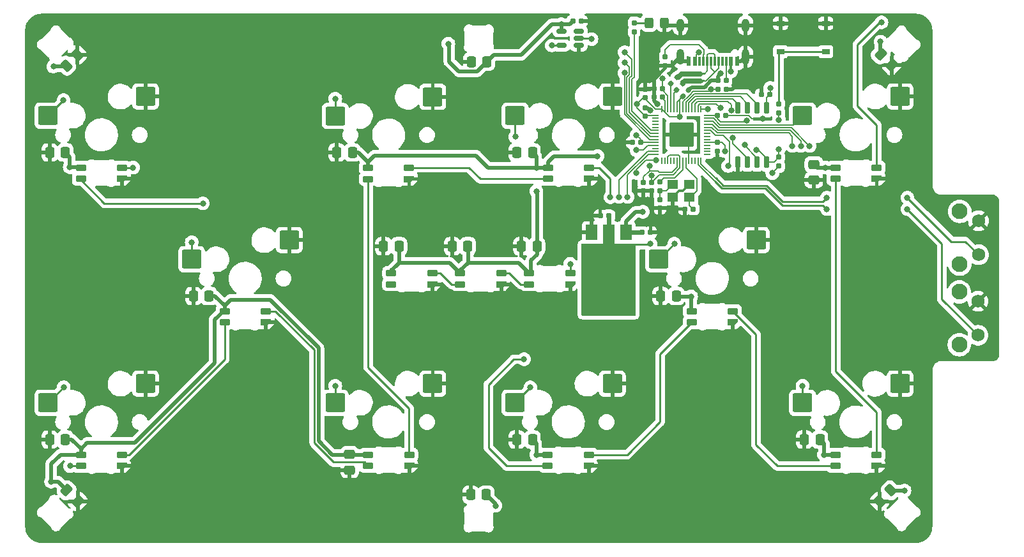
<source format=gbl>
%TF.GenerationSoftware,KiCad,Pcbnew,(7.0.0)*%
%TF.CreationDate,2023-03-23T02:06:17-06:00*%
%TF.ProjectId,PicoLX,5069636f-4c58-42e6-9b69-6361645f7063,rev?*%
%TF.SameCoordinates,Original*%
%TF.FileFunction,Copper,L2,Bot*%
%TF.FilePolarity,Positive*%
%FSLAX46Y46*%
G04 Gerber Fmt 4.6, Leading zero omitted, Abs format (unit mm)*
G04 Created by KiCad (PCBNEW (7.0.0)) date 2023-03-23 02:06:17*
%MOMM*%
%LPD*%
G01*
G04 APERTURE LIST*
G04 Aperture macros list*
%AMRoundRect*
0 Rectangle with rounded corners*
0 $1 Rounding radius*
0 $2 $3 $4 $5 $6 $7 $8 $9 X,Y pos of 4 corners*
0 Add a 4 corners polygon primitive as box body*
4,1,4,$2,$3,$4,$5,$6,$7,$8,$9,$2,$3,0*
0 Add four circle primitives for the rounded corners*
1,1,$1+$1,$2,$3*
1,1,$1+$1,$4,$5*
1,1,$1+$1,$6,$7*
1,1,$1+$1,$8,$9*
0 Add four rect primitives between the rounded corners*
20,1,$1+$1,$2,$3,$4,$5,0*
20,1,$1+$1,$4,$5,$6,$7,0*
20,1,$1+$1,$6,$7,$8,$9,0*
20,1,$1+$1,$8,$9,$2,$3,0*%
%AMFreePoly0*
4,1,18,-0.410000,0.593000,-0.403758,0.624380,-0.385983,0.650983,-0.359380,0.668758,-0.328000,0.675000,0.328000,0.675000,0.359380,0.668758,0.385983,0.650983,0.403758,0.624380,0.410000,0.593000,0.410000,-0.593000,0.403758,-0.624380,0.385983,-0.650983,0.359380,-0.668758,0.328000,-0.675000,0.000000,-0.675000,-0.410000,-0.265000,-0.410000,0.593000,-0.410000,0.593000,$1*%
G04 Aperture macros list end*
%TA.AperFunction,SMDPad,CuDef*%
%ADD10RoundRect,0.155000X0.212500X0.155000X-0.212500X0.155000X-0.212500X-0.155000X0.212500X-0.155000X0*%
%TD*%
%TA.AperFunction,SMDPad,CuDef*%
%ADD11RoundRect,0.160000X0.160000X-0.197500X0.160000X0.197500X-0.160000X0.197500X-0.160000X-0.197500X0*%
%TD*%
%TA.AperFunction,SMDPad,CuDef*%
%ADD12RoundRect,0.250000X-0.337500X-0.475000X0.337500X-0.475000X0.337500X0.475000X-0.337500X0.475000X0*%
%TD*%
%TA.AperFunction,SMDPad,CuDef*%
%ADD13RoundRect,0.250000X0.475000X-0.337500X0.475000X0.337500X-0.475000X0.337500X-0.475000X-0.337500X0*%
%TD*%
%TA.AperFunction,SMDPad,CuDef*%
%ADD14RoundRect,0.250000X0.337500X0.475000X-0.337500X0.475000X-0.337500X-0.475000X0.337500X-0.475000X0*%
%TD*%
%TA.AperFunction,SMDPad,CuDef*%
%ADD15RoundRect,0.250000X-0.475000X0.337500X-0.475000X-0.337500X0.475000X-0.337500X0.475000X0.337500X0*%
%TD*%
%TA.AperFunction,SMDPad,CuDef*%
%ADD16RoundRect,0.250000X0.574524X0.097227X0.097227X0.574524X-0.574524X-0.097227X-0.097227X-0.574524X0*%
%TD*%
%TA.AperFunction,SMDPad,CuDef*%
%ADD17RoundRect,0.250000X0.097227X-0.574524X0.574524X-0.097227X-0.097227X0.574524X-0.574524X0.097227X0*%
%TD*%
%TA.AperFunction,SMDPad,CuDef*%
%ADD18RoundRect,0.250000X-0.097227X0.574524X-0.574524X0.097227X0.097227X-0.574524X0.574524X-0.097227X0*%
%TD*%
%TA.AperFunction,ComponentPad*%
%ADD19C,2.100000*%
%TD*%
%TA.AperFunction,ComponentPad*%
%ADD20C,1.750000*%
%TD*%
%TA.AperFunction,SMDPad,CuDef*%
%ADD21RoundRect,0.082000X0.593000X-0.328000X0.593000X0.328000X-0.593000X0.328000X-0.593000X-0.328000X0*%
%TD*%
%TA.AperFunction,SMDPad,CuDef*%
%ADD22FreePoly0,90.000000*%
%TD*%
%TA.AperFunction,SMDPad,CuDef*%
%ADD23RoundRect,0.200000X-1.075000X-1.050000X1.075000X-1.050000X1.075000X1.050000X-1.075000X1.050000X0*%
%TD*%
%TA.AperFunction,SMDPad,CuDef*%
%ADD24RoundRect,0.160000X-0.160000X0.197500X-0.160000X-0.197500X0.160000X-0.197500X0.160000X0.197500X0*%
%TD*%
%TA.AperFunction,SMDPad,CuDef*%
%ADD25RoundRect,0.160000X-0.026517X-0.252791X0.252791X0.026517X0.026517X0.252791X-0.252791X-0.026517X0*%
%TD*%
%TA.AperFunction,SMDPad,CuDef*%
%ADD26R,1.400000X1.200000*%
%TD*%
%TA.AperFunction,SMDPad,CuDef*%
%ADD27RoundRect,0.155000X-0.155000X0.212500X-0.155000X-0.212500X0.155000X-0.212500X0.155000X0.212500X0*%
%TD*%
%TA.AperFunction,SMDPad,CuDef*%
%ADD28RoundRect,0.155000X0.155000X-0.212500X0.155000X0.212500X-0.155000X0.212500X-0.155000X-0.212500X0*%
%TD*%
%TA.AperFunction,SMDPad,CuDef*%
%ADD29R,1.000000X0.750000*%
%TD*%
%TA.AperFunction,SMDPad,CuDef*%
%ADD30RoundRect,0.155000X-0.212500X-0.155000X0.212500X-0.155000X0.212500X0.155000X-0.212500X0.155000X0*%
%TD*%
%TA.AperFunction,ComponentPad*%
%ADD31O,1.000000X2.100000*%
%TD*%
%TA.AperFunction,ComponentPad*%
%ADD32O,1.000000X1.800000*%
%TD*%
%TA.AperFunction,SMDPad,CuDef*%
%ADD33R,0.600000X1.240000*%
%TD*%
%TA.AperFunction,SMDPad,CuDef*%
%ADD34R,0.300000X1.240000*%
%TD*%
%TA.AperFunction,SMDPad,CuDef*%
%ADD35RoundRect,0.250000X0.325000X0.450000X-0.325000X0.450000X-0.325000X-0.450000X0.325000X-0.450000X0*%
%TD*%
%TA.AperFunction,ComponentPad*%
%ADD36C,0.600000*%
%TD*%
%TA.AperFunction,SMDPad,CuDef*%
%ADD37RoundRect,0.144000X1.456000X1.456000X-1.456000X1.456000X-1.456000X-1.456000X1.456000X-1.456000X0*%
%TD*%
%TA.AperFunction,SMDPad,CuDef*%
%ADD38RoundRect,0.050000X0.050000X0.387500X-0.050000X0.387500X-0.050000X-0.387500X0.050000X-0.387500X0*%
%TD*%
%TA.AperFunction,SMDPad,CuDef*%
%ADD39RoundRect,0.050000X0.387500X0.050000X-0.387500X0.050000X-0.387500X-0.050000X0.387500X-0.050000X0*%
%TD*%
%TA.AperFunction,SMDPad,CuDef*%
%ADD40RoundRect,0.150000X0.512500X0.150000X-0.512500X0.150000X-0.512500X-0.150000X0.512500X-0.150000X0*%
%TD*%
%TA.AperFunction,SMDPad,CuDef*%
%ADD41R,1.500000X2.000000*%
%TD*%
%TA.AperFunction,SMDPad,CuDef*%
%ADD42R,3.800000X2.000000*%
%TD*%
%TA.AperFunction,SMDPad,CuDef*%
%ADD43RoundRect,0.155000X-0.040659X-0.259862X0.259862X0.040659X0.040659X0.259862X-0.259862X-0.040659X0*%
%TD*%
%TA.AperFunction,SMDPad,CuDef*%
%ADD44RoundRect,0.150000X0.150000X-0.650000X0.150000X0.650000X-0.150000X0.650000X-0.150000X-0.650000X0*%
%TD*%
%TA.AperFunction,ViaPad*%
%ADD45C,0.800000*%
%TD*%
%TA.AperFunction,Conductor*%
%ADD46C,0.500000*%
%TD*%
%TA.AperFunction,Conductor*%
%ADD47C,0.254000*%
%TD*%
%TA.AperFunction,Conductor*%
%ADD48C,0.200000*%
%TD*%
%TA.AperFunction,Conductor*%
%ADD49C,0.400000*%
%TD*%
%TA.AperFunction,Conductor*%
%ADD50C,0.300000*%
%TD*%
%TA.AperFunction,Conductor*%
%ADD51C,0.600000*%
%TD*%
%TA.AperFunction,Conductor*%
%ADD52C,1.500000*%
%TD*%
%TA.AperFunction,Conductor*%
%ADD53C,0.690000*%
%TD*%
G04 APERTURE END LIST*
D10*
%TO.P,C17,1*%
%TO.N,GND*%
X172967500Y-62175000D03*
%TO.P,C17,2*%
%TO.N,+5V*%
X171832500Y-62175000D03*
%TD*%
D11*
%TO.P,R2,1*%
%TO.N,Net-(U1-GPIO25)*%
X179950000Y-63597500D03*
%TO.P,R2,2*%
%TO.N,Net-(D1-A)*%
X179950000Y-62402500D03*
%TD*%
D12*
%TO.P,C36,1*%
%TO.N,GND*%
X146714300Y-92049600D03*
%TO.P,C36,2*%
%TO.N,+5V*%
X148789300Y-92049600D03*
%TD*%
%TO.P,C35,1*%
%TO.N,GND*%
X155832900Y-92049600D03*
%TO.P,C35,2*%
%TO.N,+5V*%
X157907900Y-92049600D03*
%TD*%
%TO.P,C34,2*%
%TO.N,+5V*%
X167077300Y-92049600D03*
%TO.P,C34,1*%
%TO.N,GND*%
X165002300Y-92049600D03*
%TD*%
%TO.P,C33,1*%
%TO.N,GND*%
X102471400Y-79603600D03*
%TO.P,C33,2*%
%TO.N,+5V*%
X104546400Y-79603600D03*
%TD*%
%TO.P,C32,1*%
%TO.N,GND*%
X102471400Y-117703600D03*
%TO.P,C32,2*%
%TO.N,+5V*%
X104546400Y-117703600D03*
%TD*%
%TO.P,C31,2*%
%TO.N,+5V*%
X123596400Y-98653600D03*
%TO.P,C31,1*%
%TO.N,GND*%
X121521400Y-98653600D03*
%TD*%
D13*
%TO.P,C30,1*%
%TO.N,GND*%
X142240000Y-121738300D03*
%TO.P,C30,2*%
%TO.N,+5V*%
X142240000Y-119663300D03*
%TD*%
D12*
%TO.P,C29,2*%
%TO.N,+5V*%
X142595600Y-79603600D03*
%TO.P,C29,1*%
%TO.N,GND*%
X140520600Y-79603600D03*
%TD*%
D14*
%TO.P,C28,1*%
%TO.N,+5V*%
X166471600Y-117703600D03*
%TO.P,C28,2*%
%TO.N,GND*%
X164396600Y-117703600D03*
%TD*%
%TO.P,C27,1*%
%TO.N,+5V*%
X166471600Y-79603600D03*
%TO.P,C27,2*%
%TO.N,GND*%
X164396600Y-79603600D03*
%TD*%
%TO.P,C26,1*%
%TO.N,+5V*%
X185521600Y-98653600D03*
%TO.P,C26,2*%
%TO.N,GND*%
X183446600Y-98653600D03*
%TD*%
%TO.P,C25,1*%
%TO.N,+5V*%
X204571600Y-117703600D03*
%TO.P,C25,2*%
%TO.N,GND*%
X202496600Y-117703600D03*
%TD*%
D15*
%TO.P,C24,1*%
%TO.N,+5V*%
X203758800Y-81178400D03*
%TO.P,C24,2*%
%TO.N,GND*%
X203758800Y-83253400D03*
%TD*%
D16*
%TO.P,C23,1*%
%TO.N,GND*%
X214093623Y-68043623D03*
%TO.P,C23,2*%
%TO.N,+5V*%
X212626377Y-66576377D03*
%TD*%
D17*
%TO.P,C22,1*%
%TO.N,GND*%
X212473977Y-125904823D03*
%TO.P,C22,2*%
%TO.N,+5V*%
X213941223Y-124437577D03*
%TD*%
D12*
%TO.P,C21,1*%
%TO.N,GND*%
X158271300Y-125018800D03*
%TO.P,C21,2*%
%TO.N,+5V*%
X160346300Y-125018800D03*
%TD*%
D16*
%TO.P,C20,1*%
%TO.N,GND*%
X106194423Y-125904823D03*
%TO.P,C20,2*%
%TO.N,+5V*%
X104727177Y-124437577D03*
%TD*%
D18*
%TO.P,C19,1*%
%TO.N,GND*%
X106143623Y-66627177D03*
%TO.P,C19,2*%
%TO.N,+5V*%
X104676377Y-68094423D03*
%TD*%
D12*
%TO.P,C18,1*%
%TO.N,GND*%
X158347500Y-67564000D03*
%TO.P,C18,2*%
%TO.N,+5V*%
X160422500Y-67564000D03*
%TD*%
D19*
%TO.P,SW2,*%
%TO.N,*%
X223037501Y-98100000D03*
X223037501Y-105110000D03*
D20*
%TO.P,SW2,1,1*%
%TO.N,GND*%
X225527501Y-99350000D03*
%TO.P,SW2,2,2*%
%TO.N,TEST*%
X225527501Y-103850000D03*
%TD*%
%TO.P,SW3,2,2*%
%TO.N,SERVICE*%
X225587500Y-93175000D03*
%TO.P,SW3,1,1*%
%TO.N,GND*%
X225587500Y-88675000D03*
D19*
%TO.P,SW3,*%
%TO.N,*%
X223097500Y-94435000D03*
X223097500Y-87425000D03*
%TD*%
D21*
%TO.P,LED19,1,VDD*%
%TO.N,+5V*%
X147745000Y-95600000D03*
%TO.P,LED19,2,DOUT*%
%TO.N,unconnected-(LED19-DOUT-Pad2)*%
X147745000Y-97100000D03*
%TO.P,LED19,3,DIN*%
%TO.N,Net-(LED18-DOUT)*%
X153195000Y-95600000D03*
D22*
%TO.P,LED19,4,VSS*%
%TO.N,GND*%
X153194999Y-97099999D03*
%TD*%
D21*
%TO.P,LED18,1,VDD*%
%TO.N,+5V*%
X156875000Y-95600000D03*
%TO.P,LED18,2,DOUT*%
%TO.N,Net-(LED18-DOUT)*%
X156875000Y-97100000D03*
%TO.P,LED18,3,DIN*%
%TO.N,Net-(LED17-DOUT)*%
X162325000Y-95600000D03*
D22*
%TO.P,LED18,4,VSS*%
%TO.N,GND*%
X162324999Y-97099999D03*
%TD*%
D21*
%TO.P,LED17,1,VDD*%
%TO.N,+5V*%
X166025000Y-95600000D03*
%TO.P,LED17,2,DOUT*%
%TO.N,Net-(LED17-DOUT)*%
X166025000Y-97100000D03*
%TO.P,LED17,3,DIN*%
%TO.N,LED ZONE 3*%
X171475000Y-95600000D03*
D22*
%TO.P,LED17,4,VSS*%
%TO.N,GND*%
X171474999Y-97099999D03*
%TD*%
D21*
%TO.P,LED16,1,VDD*%
%TO.N,+5V*%
X106615000Y-81600000D03*
%TO.P,LED16,2,DOUT*%
%TO.N,LED ZONE 3*%
X106615000Y-83100000D03*
%TO.P,LED16,3,DIN*%
%TO.N,Net-(LED15-DOUT)*%
X112065000Y-81600000D03*
D22*
%TO.P,LED16,4,VSS*%
%TO.N,GND*%
X112064999Y-83099999D03*
%TD*%
%TO.P,LED15,4,VSS*%
%TO.N,GND*%
X112064999Y-121199999D03*
D21*
%TO.P,LED15,3,DIN*%
%TO.N,Net-(LED14-DOUT)*%
X112065000Y-119700000D03*
%TO.P,LED15,2,DOUT*%
%TO.N,Net-(LED15-DOUT)*%
X106615000Y-121200000D03*
%TO.P,LED15,1,VDD*%
%TO.N,+5V*%
X106615000Y-119700000D03*
%TD*%
%TO.P,LED14,1,VDD*%
%TO.N,+5V*%
X125665000Y-100650000D03*
%TO.P,LED14,2,DOUT*%
%TO.N,Net-(LED14-DOUT)*%
X125665000Y-102150000D03*
%TO.P,LED14,3,DIN*%
%TO.N,Net-(LED13-DOUT)*%
X131115000Y-100650000D03*
D22*
%TO.P,LED14,4,VSS*%
%TO.N,GND*%
X131114999Y-102149999D03*
%TD*%
%TO.P,LED13,4,VSS*%
%TO.N,GND*%
X150149999Y-121199999D03*
D21*
%TO.P,LED13,3,DIN*%
%TO.N,Net-(LED12-DOUT)*%
X150150000Y-119700000D03*
%TO.P,LED13,2,DOUT*%
%TO.N,Net-(LED13-DOUT)*%
X144700000Y-121200000D03*
%TO.P,LED13,1,VDD*%
%TO.N,+5V*%
X144700000Y-119700000D03*
%TD*%
%TO.P,LED12,1,VDD*%
%TO.N,+5V*%
X144675000Y-81625000D03*
%TO.P,LED12,2,DOUT*%
%TO.N,Net-(LED12-DOUT)*%
X144675000Y-83125000D03*
%TO.P,LED12,3,DIN*%
%TO.N,Net-(LED11-DOUT)*%
X150125000Y-81625000D03*
D22*
%TO.P,LED12,4,VSS*%
%TO.N,GND*%
X150124999Y-83124999D03*
%TD*%
D21*
%TO.P,LED11,1,VDD*%
%TO.N,+5V*%
X168525000Y-81600000D03*
%TO.P,LED11,2,DOUT*%
%TO.N,Net-(LED11-DOUT)*%
X168525000Y-83100000D03*
%TO.P,LED11,3,DIN*%
%TO.N,Net-(LED10-DOUT)*%
X173975000Y-81600000D03*
D22*
%TO.P,LED11,4,VSS*%
%TO.N,GND*%
X173974999Y-83099999D03*
%TD*%
D21*
%TO.P,LED10,1,VDD*%
%TO.N,+5V*%
X168495000Y-119700000D03*
%TO.P,LED10,2,DOUT*%
%TO.N,Net-(LED10-DOUT)*%
X168495000Y-121200000D03*
%TO.P,LED10,3,DIN*%
%TO.N,Net-(LED10-DIN)*%
X173945000Y-119700000D03*
D22*
%TO.P,LED10,4,VSS*%
%TO.N,GND*%
X173944999Y-121199999D03*
%TD*%
D21*
%TO.P,LED9,1,VDD*%
%TO.N,+5V*%
X187575000Y-100650000D03*
%TO.P,LED9,2,DOUT*%
%TO.N,Net-(LED10-DIN)*%
X187575000Y-102150000D03*
%TO.P,LED9,3,DIN*%
%TO.N,Net-(LED8-DOUT)*%
X193025000Y-100650000D03*
D22*
%TO.P,LED9,4,VSS*%
%TO.N,GND*%
X193024999Y-102149999D03*
%TD*%
D21*
%TO.P,LED8,1,VDD*%
%TO.N,+5V*%
X206625000Y-119700000D03*
%TO.P,LED8,2,DOUT*%
%TO.N,Net-(LED8-DOUT)*%
X206625000Y-121200000D03*
%TO.P,LED8,3,DIN*%
%TO.N,Net-(LED7-DOUT)*%
X212075000Y-119700000D03*
D22*
%TO.P,LED8,4,VSS*%
%TO.N,GND*%
X212074999Y-121199999D03*
%TD*%
D21*
%TO.P,LED7,1,VDD*%
%TO.N,+5V*%
X206650000Y-81600000D03*
%TO.P,LED7,2,DOUT*%
%TO.N,Net-(LED7-DOUT)*%
X206650000Y-83100000D03*
%TO.P,LED7,3,DIN*%
%TO.N,LED ZONE 2*%
X212100000Y-81600000D03*
D22*
%TO.P,LED7,4,VSS*%
%TO.N,GND*%
X212099999Y-83099999D03*
%TD*%
D23*
%TO.P,MX9,2,ROW*%
%TO.N,GND*%
X215203152Y-72183634D03*
%TO.P,MX9,1,COL*%
%TO.N,P2 UR*%
X202276152Y-74723634D03*
%TD*%
%TO.P,MX1,2,ROW*%
%TO.N,GND*%
X115183752Y-110288834D03*
%TO.P,MX1,1,COL*%
%TO.N,P1 DL*%
X102256752Y-112828834D03*
%TD*%
%TO.P,MX6,2,ROW*%
%TO.N,GND*%
X177058152Y-110288834D03*
%TO.P,MX6,1,COL*%
%TO.N,P2 DL*%
X164131152Y-112828834D03*
%TD*%
%TO.P,MX5,2,ROW*%
%TO.N,GND*%
X153258352Y-110288834D03*
%TO.P,MX5,1,COL*%
%TO.N,P1 DR*%
X140331352Y-112828834D03*
%TD*%
%TO.P,MX7,2,ROW*%
%TO.N,GND*%
X177093152Y-72193634D03*
%TO.P,MX7,1,COL*%
%TO.N,P2 UL*%
X164166152Y-74733634D03*
%TD*%
%TO.P,MX3,2,ROW*%
%TO.N,GND*%
X134233752Y-91238834D03*
%TO.P,MX3,1,COL*%
%TO.N,P1 CN*%
X121306752Y-93778834D03*
%TD*%
%TO.P,MX10,1,COL*%
%TO.N,P2 DR*%
X202266152Y-112833634D03*
%TO.P,MX10,2,ROW*%
%TO.N,GND*%
X215193152Y-110293634D03*
%TD*%
%TO.P,MX4,2,ROW*%
%TO.N,GND*%
X153258352Y-72214234D03*
%TO.P,MX4,1,COL*%
%TO.N,P1 UR*%
X140331352Y-74754234D03*
%TD*%
%TO.P,MX2,1,COL*%
%TO.N,P1 UL*%
X102256752Y-74728834D03*
%TO.P,MX2,2,ROW*%
%TO.N,GND*%
X115183752Y-72188834D03*
%TD*%
%TO.P,MX8,2,ROW*%
%TO.N,GND*%
X196143152Y-91243634D03*
%TO.P,MX8,1,COL*%
%TO.N,P2 CN*%
X183216152Y-93783634D03*
%TD*%
D11*
%TO.P,R7,1*%
%TO.N,GND*%
X192125600Y-71255536D03*
%TO.P,R7,2*%
%TO.N,Net-(J1-CC2)*%
X192125600Y-70060536D03*
%TD*%
D24*
%TO.P,R1,1*%
%TO.N,Net-(R1-Pad1)*%
X199142404Y-73146036D03*
%TO.P,R1,2*%
%TO.N,QSPI_SS*%
X199142404Y-74341036D03*
%TD*%
D25*
%TO.P,R5,1*%
%TO.N,Net-(U1-USB_DM)*%
X184789189Y-70503705D03*
%TO.P,R5,2*%
%TO.N,USB D-*%
X185634181Y-69658713D03*
%TD*%
D26*
%TO.P,Y1,1,1*%
%TO.N,XIN*%
X187270803Y-85554535D03*
%TO.P,Y1,2,2*%
%TO.N,GND*%
X185070803Y-85554535D03*
%TO.P,Y1,3,3*%
%TO.N,Net-(C11-Pad2)*%
X185070803Y-83854535D03*
%TO.P,Y1,4,4*%
%TO.N,GND*%
X187270803Y-83854535D03*
%TD*%
D27*
%TO.P,C14,1*%
%TO.N,+3V3*%
X182276804Y-83564636D03*
%TO.P,C14,2*%
%TO.N,GND*%
X182276804Y-84699636D03*
%TD*%
D28*
%TO.P,C11,1*%
%TO.N,GND*%
X183369004Y-87011036D03*
%TO.P,C11,2*%
%TO.N,Net-(C11-Pad2)*%
X183369004Y-85876036D03*
%TD*%
D29*
%TO.P,SW1,1,1*%
%TO.N,GND*%
X205342803Y-62470535D03*
X199342803Y-62470535D03*
%TO.P,SW1,2,2*%
%TO.N,Net-(R1-Pad1)*%
X205342803Y-66220535D03*
X199342803Y-66220535D03*
%TD*%
D27*
%TO.P,C1,1*%
%TO.N,+1V1*%
X181184604Y-83564636D03*
%TO.P,C1,2*%
%TO.N,GND*%
X181184604Y-84699636D03*
%TD*%
%TO.P,C9,1*%
%TO.N,+3V3*%
X190980304Y-78264736D03*
%TO.P,C9,2*%
%TO.N,GND*%
X190980304Y-79399736D03*
%TD*%
D10*
%TO.P,C6,1*%
%TO.N,+3V3*%
X183699204Y-72237600D03*
%TO.P,C6,2*%
%TO.N,GND*%
X182564204Y-72237600D03*
%TD*%
D30*
%TO.P,C15,1*%
%TO.N,+5V*%
X180991700Y-90220400D03*
%TO.P,C15,2*%
%TO.N,GND*%
X182126700Y-90220400D03*
%TD*%
D31*
%TO.P,J1,S1,SHIELD*%
%TO.N,GND*%
X194706803Y-66930535D03*
D32*
X194706803Y-62730535D03*
D31*
X186066803Y-66930535D03*
D32*
X186066803Y-62730535D03*
D33*
%TO.P,J1,B12,GND*%
X187186803Y-67530535D03*
%TO.P,J1,B9,VBUS*%
%TO.N,+5V*%
X187986803Y-67530535D03*
D34*
%TO.P,J1,B8,SBU2*%
%TO.N,unconnected-(J1-SBU2-PadB8)*%
X188636803Y-67530535D03*
%TO.P,J1,B7,D-*%
%TO.N,USB D-*%
X189636803Y-67530535D03*
%TO.P,J1,B6,D+*%
%TO.N,USB D+*%
X191136803Y-67530535D03*
%TO.P,J1,B5,CC2*%
%TO.N,Net-(J1-CC2)*%
X192136803Y-67530535D03*
D33*
%TO.P,J1,B4,VBUS*%
%TO.N,+5V*%
X192786803Y-67530535D03*
%TO.P,J1,B1,GND*%
%TO.N,GND*%
X193586803Y-67530535D03*
%TO.P,J1,A12,GND*%
X193586803Y-67530535D03*
%TO.P,J1,A9,VBUS*%
%TO.N,+5V*%
X192786803Y-67530535D03*
D34*
%TO.P,J1,A8,SBU1*%
%TO.N,unconnected-(J1-SBU1-PadA8)*%
X191636803Y-67530535D03*
%TO.P,J1,A7,D-*%
%TO.N,USB D-*%
X190636803Y-67530535D03*
%TO.P,J1,A6,D+*%
%TO.N,USB D+*%
X190136803Y-67530535D03*
%TO.P,J1,A5,CC1*%
%TO.N,Net-(J1-CC1)*%
X189136803Y-67530535D03*
D33*
%TO.P,J1,A4,VBUS*%
%TO.N,+5V*%
X187986803Y-67530535D03*
%TO.P,J1,A1,GND*%
%TO.N,GND*%
X187186803Y-67530535D03*
%TD*%
D35*
%TO.P,D1,1,K*%
%TO.N,GND*%
X183962204Y-62389736D03*
%TO.P,D1,2,A*%
%TO.N,Net-(D1-A)*%
X181912204Y-62389736D03*
%TD*%
D36*
%TO.P,U1,57,GND*%
%TO.N,GND*%
X184933804Y-75999136D03*
X184933804Y-77274136D03*
X184933804Y-78549136D03*
X186208804Y-75999136D03*
D37*
X186208804Y-77274136D03*
D36*
X186208804Y-77274136D03*
X186208804Y-78549136D03*
X187483804Y-75999136D03*
X187483804Y-77274136D03*
X187483804Y-78549136D03*
D38*
%TO.P,U1,56,QSPI_SS*%
%TO.N,QSPI_SS*%
X188808804Y-73836636D03*
%TO.P,U1,55,QSPI_SD1*%
%TO.N,QSPI_SD1*%
X188408804Y-73836636D03*
%TO.P,U1,54,QSPI_SD2*%
%TO.N,QSPI_SD2*%
X188008804Y-73836636D03*
%TO.P,U1,53,QSPI_SD0*%
%TO.N,QSPI_SD0*%
X187608804Y-73836636D03*
%TO.P,U1,52,QSPI_SCLK*%
%TO.N,QSPI_SCLK*%
X187208804Y-73836636D03*
%TO.P,U1,51,QSPI_SD3*%
%TO.N,QSPI_SD3*%
X186808804Y-73836636D03*
%TO.P,U1,50,DVDD*%
%TO.N,+1V1*%
X186408804Y-73836636D03*
%TO.P,U1,49,IOVDD*%
%TO.N,+3V3*%
X186008804Y-73836636D03*
%TO.P,U1,48,USB_VDD*%
X185608804Y-73836636D03*
%TO.P,U1,47,USB_DP*%
%TO.N,Net-(U1-USB_DP)*%
X185208804Y-73836636D03*
%TO.P,U1,46,USB_DM*%
%TO.N,Net-(U1-USB_DM)*%
X184808804Y-73836636D03*
%TO.P,U1,45,VREG_VOUT*%
%TO.N,+1V1*%
X184408804Y-73836636D03*
%TO.P,U1,44,VREG_IN*%
%TO.N,+3V3*%
X184008804Y-73836636D03*
%TO.P,U1,43,ADC_AVDD*%
X183608804Y-73836636D03*
D39*
%TO.P,U1,42,IOVDD*%
X182771304Y-74674136D03*
%TO.P,U1,41,GPIO29_ADC3*%
%TO.N,unconnected-(U1-GPIO29_ADC3-Pad41)*%
X182771304Y-75074136D03*
%TO.P,U1,40,GPIO28_ADC2*%
%TO.N,unconnected-(U1-GPIO28_ADC2-Pad40)*%
X182771304Y-75474136D03*
%TO.P,U1,39,GPIO27_ADC1*%
%TO.N,unconnected-(U1-GPIO27_ADC1-Pad39)*%
X182771304Y-75874136D03*
%TO.P,U1,38,GPIO26_ADC0*%
%TO.N,unconnected-(U1-GPIO26_ADC0-Pad38)*%
X182771304Y-76274136D03*
%TO.P,U1,37,GPIO25*%
%TO.N,Net-(U1-GPIO25)*%
X182771304Y-76674136D03*
%TO.P,U1,36,GPIO24*%
%TO.N,P1 UL*%
X182771304Y-77074136D03*
%TO.P,U1,35,GPIO23*%
%TO.N,P1 CN*%
X182771304Y-77474136D03*
%TO.P,U1,34,GPIO22*%
%TO.N,P1 UR*%
X182771304Y-77874136D03*
%TO.P,U1,33,IOVDD*%
%TO.N,+3V3*%
X182771304Y-78274136D03*
%TO.P,U1,32,GPIO21*%
%TO.N,LED SIGNAL*%
X182771304Y-78674136D03*
%TO.P,U1,31,GPIO20*%
%TO.N,unconnected-(U1-GPIO20-Pad31)*%
X182771304Y-79074136D03*
%TO.P,U1,30,GPIO19*%
%TO.N,P1 DL*%
X182771304Y-79474136D03*
%TO.P,U1,29,GPIO18*%
%TO.N,P1 DR*%
X182771304Y-79874136D03*
D38*
%TO.P,U1,28,GPIO17*%
%TO.N,unconnected-(U1-GPIO17-Pad28)*%
X183608804Y-80711636D03*
%TO.P,U1,27,GPIO16*%
%TO.N,unconnected-(U1-GPIO16-Pad27)*%
X184008804Y-80711636D03*
%TO.P,U1,26,RUN*%
%TO.N,+3V3*%
X184408804Y-80711636D03*
%TO.P,U1,25,SWD*%
%TO.N,SWDIO*%
X184808804Y-80711636D03*
%TO.P,U1,24,SWCLK*%
%TO.N,SWCLK*%
X185208804Y-80711636D03*
%TO.P,U1,23,DVDD*%
%TO.N,+1V1*%
X185608804Y-80711636D03*
%TO.P,U1,22,IOVDD*%
%TO.N,+3V3*%
X186008804Y-80711636D03*
%TO.P,U1,21,XOUT*%
%TO.N,XOUT*%
X186408804Y-80711636D03*
%TO.P,U1,20,XIN*%
%TO.N,XIN*%
X186808804Y-80711636D03*
%TO.P,U1,19,TESTEN*%
%TO.N,GND*%
X187208804Y-80711636D03*
%TO.P,U1,18,GPIO15*%
%TO.N,unconnected-(U1-GPIO15-Pad18)*%
X187608804Y-80711636D03*
%TO.P,U1,17,GPIO14*%
%TO.N,unconnected-(U1-GPIO14-Pad17)*%
X188008804Y-80711636D03*
%TO.P,U1,16,GPIO13*%
%TO.N,TEST*%
X188408804Y-80711636D03*
%TO.P,U1,15,GPIO12*%
%TO.N,SERVICE*%
X188808804Y-80711636D03*
D39*
%TO.P,U1,14,GPIO11*%
%TO.N,unconnected-(U1-GPIO11-Pad14)*%
X189646304Y-79874136D03*
%TO.P,U1,13,GPIO10*%
%TO.N,unconnected-(U1-GPIO10-Pad13)*%
X189646304Y-79474136D03*
%TO.P,U1,12,GPIO9*%
%TO.N,unconnected-(U1-GPIO9-Pad12)*%
X189646304Y-79074136D03*
%TO.P,U1,11,GPIO8*%
%TO.N,unconnected-(U1-GPIO8-Pad11)*%
X189646304Y-78674136D03*
%TO.P,U1,10,IOVDD*%
%TO.N,+3V3*%
X189646304Y-78274136D03*
%TO.P,U1,9,GPIO7*%
%TO.N,unconnected-(U1-GPIO7-Pad9)*%
X189646304Y-77874136D03*
%TO.P,U1,8,GPIO6*%
%TO.N,unconnected-(U1-GPIO6-Pad8)*%
X189646304Y-77474136D03*
%TO.P,U1,7,GPIO5*%
%TO.N,unconnected-(U1-GPIO5-Pad7)*%
X189646304Y-77074136D03*
%TO.P,U1,6,GPIO4*%
%TO.N,P2 UL*%
X189646304Y-76674136D03*
%TO.P,U1,5,GPIO3*%
%TO.N,P2 CN*%
X189646304Y-76274136D03*
%TO.P,U1,4,GPIO2*%
%TO.N,P2 DL*%
X189646304Y-75874136D03*
%TO.P,U1,3,GPIO1*%
%TO.N,P2 DR*%
X189646304Y-75474136D03*
%TO.P,U1,2,GPIO0*%
%TO.N,P2 UR*%
X189646304Y-75074136D03*
%TO.P,U1,1,IOVDD*%
%TO.N,+3V3*%
X189646304Y-74674136D03*
%TD*%
D25*
%TO.P,R4,1*%
%TO.N,Net-(U1-USB_DP)*%
X185597412Y-71311928D03*
%TO.P,R4,2*%
%TO.N,USB D+*%
X186442404Y-70466936D03*
%TD*%
D10*
%TO.P,C16,1*%
%TO.N,+3V3*%
X176580800Y-87985200D03*
%TO.P,C16,2*%
%TO.N,GND*%
X175445800Y-87985200D03*
%TD*%
%TO.P,C12,1*%
%TO.N,+3V3*%
X180829004Y-78290136D03*
%TO.P,C12,2*%
%TO.N,GND*%
X179694004Y-78290136D03*
%TD*%
D28*
%TO.P,C8,1*%
%TO.N,+3V3*%
X181413204Y-74819036D03*
%TO.P,C8,2*%
%TO.N,GND*%
X181413204Y-73684036D03*
%TD*%
D11*
%TO.P,R8,1*%
%TO.N,Net-(C11-Pad2)*%
X183369004Y-84704236D03*
%TO.P,R8,2*%
%TO.N,XOUT*%
X183369004Y-83509236D03*
%TD*%
D40*
%TO.P,U4,1,NC*%
%TO.N,unconnected-(U4-NC-Pad1)*%
X172593000Y-63505001D03*
%TO.P,U4,2,A*%
%TO.N,LED SIGNAL*%
X172593000Y-64455001D03*
%TO.P,U4,3,GND*%
%TO.N,GND*%
X172593000Y-65405001D03*
%TO.P,U4,4,Y*%
%TO.N,LED ZONE 1*%
X170318000Y-65405001D03*
%TO.P,U4,5,VCC*%
%TO.N,+5V*%
X170318000Y-63505001D03*
%TD*%
D28*
%TO.P,C13,1*%
%TO.N,+3V3*%
X181406800Y-72322500D03*
%TO.P,C13,2*%
%TO.N,GND*%
X181406800Y-71187500D03*
%TD*%
D11*
%TO.P,R3,1*%
%TO.N,+3V3*%
X199142404Y-81427636D03*
%TO.P,R3,2*%
%TO.N,QSPI_SS*%
X199142404Y-80232636D03*
%TD*%
D30*
%TO.P,C10,1*%
%TO.N,GND*%
X186636904Y-87103936D03*
%TO.P,C10,2*%
%TO.N,XIN*%
X187771904Y-87103936D03*
%TD*%
D41*
%TO.P,U3,1,GND*%
%TO.N,GND*%
X174280799Y-90220000D03*
%TO.P,U3,2,VO*%
%TO.N,+3V3*%
X176580799Y-90220000D03*
D42*
X176580799Y-96520000D03*
D41*
%TO.P,U3,3,VI*%
%TO.N,+5V*%
X178880799Y-90220000D03*
%TD*%
D30*
%TO.P,C7,1*%
%TO.N,+3V3*%
X190973900Y-74676000D03*
%TO.P,C7,2*%
%TO.N,GND*%
X192108900Y-74676000D03*
%TD*%
D43*
%TO.P,C5,1*%
%TO.N,+3V3*%
X186396721Y-72138219D03*
%TO.P,C5,2*%
%TO.N,GND*%
X187199287Y-71335653D03*
%TD*%
D44*
%TO.P,U2,1,~{CS}*%
%TO.N,QSPI_SS*%
X197516804Y-80874136D03*
%TO.P,U2,2,DO(IO1)*%
%TO.N,QSPI_SD1*%
X196246804Y-80874136D03*
%TO.P,U2,3,IO2*%
%TO.N,QSPI_SD2*%
X194976804Y-80874136D03*
%TO.P,U2,4,GND*%
%TO.N,GND*%
X193706804Y-80874136D03*
%TO.P,U2,5,DI(IO0)*%
%TO.N,QSPI_SD0*%
X193706804Y-73674136D03*
%TO.P,U2,6,CLK*%
%TO.N,QSPI_SCLK*%
X194976804Y-73674136D03*
%TO.P,U2,7,IO3*%
%TO.N,QSPI_SD3*%
X196246804Y-73674136D03*
%TO.P,U2,8,VCC*%
%TO.N,+3V3*%
X197516804Y-73674136D03*
%TD*%
D24*
%TO.P,R6,1*%
%TO.N,Net-(J1-CC1)*%
X184054804Y-66923036D03*
%TO.P,R6,2*%
%TO.N,GND*%
X184054804Y-68118036D03*
%TD*%
D10*
%TO.P,C3,2*%
%TO.N,GND*%
X182564204Y-71120000D03*
%TO.P,C3,1*%
%TO.N,+1V1*%
X183699204Y-71120000D03*
%TD*%
D28*
%TO.P,C2,1*%
%TO.N,+1V1*%
X191033400Y-71204900D03*
%TO.P,C2,2*%
%TO.N,GND*%
X191033400Y-70069900D03*
%TD*%
D10*
%TO.P,C4,1*%
%TO.N,+3V3*%
X197948604Y-71914736D03*
%TO.P,C4,2*%
%TO.N,GND*%
X196813604Y-71914736D03*
%TD*%
D45*
%TO.N,+5V*%
X102666800Y-123291600D03*
%TO.N,TEST*%
X216154000Y-87122000D03*
%TO.N,SERVICE*%
X216154000Y-85598000D03*
%TO.N,TEST*%
X205486000Y-87122000D03*
%TO.N,SERVICE*%
X205486000Y-85598000D03*
%TO.N,+5V*%
X205105000Y-119710200D03*
X166979600Y-119710200D03*
X166979600Y-84734400D03*
X166979600Y-81600000D03*
X105130600Y-81559400D03*
X175082200Y-80086200D03*
X187502800Y-98704400D03*
X205308200Y-81610200D03*
X155321000Y-65176400D03*
X102971600Y-68199000D03*
X161574560Y-126491532D03*
X212598000Y-64897000D03*
X215773000Y-124460000D03*
X170281600Y-62585600D03*
%TO.N,LED ZONE 3*%
X122783600Y-86360000D03*
X171475400Y-94386400D03*
%TO.N,Net-(LED15-DOUT)*%
X105181400Y-121208800D03*
X113538000Y-81610200D03*
%TO.N,Net-(LED10-DOUT)*%
X176784000Y-85524212D03*
X165354000Y-107039500D03*
%TO.N,LED ZONE 2*%
X212725000Y-62331600D03*
%TO.N,+1V1*%
X181961258Y-81407000D03*
X190119000Y-71215636D03*
X183698490Y-69804268D03*
%TO.N,GND*%
X191414400Y-69138800D03*
X182049526Y-74033274D03*
X189331600Y-83464400D03*
X196951600Y-75133200D03*
X185064400Y-87071200D03*
X183007000Y-73177400D03*
%TO.N,+3V3*%
X180314600Y-73177400D03*
X186004200Y-74879200D03*
X182276804Y-82651600D03*
X198272400Y-82346800D03*
X197967600Y-71043800D03*
X180258904Y-77292200D03*
X182092600Y-91744800D03*
X191953300Y-79400400D03*
X194843400Y-75341900D03*
%TO.N,+5V*%
X181108404Y-87477600D03*
%TO.N,LED ZONE 1*%
X169037000Y-65405000D03*
%TO.N,+5V*%
X188525204Y-66275936D03*
X192792404Y-68841336D03*
%TO.N,P1 DL*%
X177937297Y-85496400D03*
X104343200Y-110744000D03*
%TO.N,P1 UL*%
X104317800Y-72667786D03*
X178689000Y-66294000D03*
%TO.N,P1 CN*%
X121310400Y-91516200D03*
X178689000Y-67691000D03*
%TO.N,P1 UR*%
X140335000Y-72466200D03*
X178663600Y-69042006D03*
%TO.N,P1 DR*%
X179070000Y-85496400D03*
X140335000Y-110566200D03*
%TO.N,P2 DL*%
X202049804Y-78740000D03*
X166192200Y-110769400D03*
%TO.N,P2 UL*%
X164185600Y-77520800D03*
X182880000Y-80645000D03*
X192405000Y-81407000D03*
X180258904Y-82321400D03*
%TO.N,P2 CN*%
X200914000Y-78740000D03*
X185267600Y-91719400D03*
%TO.N,P2 DR*%
X202260200Y-110566200D03*
X203200000Y-78740000D03*
%TO.N,QSPI_SS*%
X199140000Y-79150000D03*
X196113400Y-79267412D03*
X199140000Y-75260200D03*
X189712600Y-73836636D03*
%TO.N,QSPI_SD2*%
X193050124Y-77629876D03*
X192824723Y-74054929D03*
%TO.N,QSPI_SD1*%
X191363600Y-73685400D03*
X194588934Y-78610912D03*
%TO.N,LED SIGNAL*%
X180258904Y-79298800D03*
X174294800Y-64564700D03*
%TD*%
D46*
%TO.N,+5V*%
X160594000Y-81600000D02*
X168525000Y-81600000D01*
X159004000Y-80010000D02*
X160594000Y-81600000D01*
X145542000Y-80010000D02*
X159004000Y-80010000D01*
X144675000Y-80877000D02*
X145542000Y-80010000D01*
D47*
%TO.N,Net-(LED11-DOUT)*%
X159554000Y-83100000D02*
X168525000Y-83100000D01*
X158079000Y-81625000D02*
X159554000Y-83100000D01*
X150125000Y-81625000D02*
X158079000Y-81625000D01*
D46*
%TO.N,+5V*%
X171421900Y-62585600D02*
X171832500Y-62175000D01*
X170281600Y-62585600D02*
X171421900Y-62585600D01*
D47*
%TO.N,Net-(D1-A)*%
X181899440Y-62402500D02*
X181912204Y-62389736D01*
X179950000Y-62402500D02*
X181899440Y-62402500D01*
D48*
%TO.N,Net-(U1-GPIO25)*%
X179953598Y-63601098D02*
X179950000Y-63597500D01*
X179953598Y-69576343D02*
X179953598Y-63601098D01*
X179653600Y-69876341D02*
X179953598Y-69576343D01*
X182184805Y-76674136D02*
X179653600Y-74142931D01*
X182771304Y-76674136D02*
X182184805Y-76674136D01*
X179653600Y-74142931D02*
X179653600Y-69876341D01*
D47*
%TO.N,Net-(LED10-DOUT)*%
X163033800Y-121200000D02*
X168495000Y-121200000D01*
X160629600Y-110388400D02*
X160629600Y-118795800D01*
X163978500Y-107039500D02*
X160629600Y-110388400D01*
X160629600Y-118795800D02*
X163033800Y-121200000D01*
X165354000Y-107039500D02*
X163978500Y-107039500D01*
%TO.N,SERVICE*%
X190766784Y-83032600D02*
X190728600Y-83032600D01*
X197519800Y-83994800D02*
X191728984Y-83994800D01*
X204978000Y-86106000D02*
X199631000Y-86106000D01*
X205486000Y-85598000D02*
X204978000Y-86106000D01*
X199631000Y-86106000D02*
X197519800Y-83994800D01*
X191728984Y-83994800D02*
X190766784Y-83032600D01*
%TO.N,TEST*%
X191569926Y-84378800D02*
X190607726Y-83416600D01*
X197353800Y-84378800D02*
X191569926Y-84378800D01*
X199589000Y-86614000D02*
X197353800Y-84378800D01*
X205486000Y-87122000D02*
X204978000Y-86614000D01*
X204978000Y-86614000D02*
X199589000Y-86614000D01*
D46*
%TO.N,+5V*%
X166979600Y-84734400D02*
X167077300Y-84832100D01*
X167077300Y-84832100D02*
X167077300Y-93129000D01*
X166289800Y-95335200D02*
X166025000Y-95600000D01*
X167077300Y-93129000D02*
X166289800Y-93916500D01*
X166289800Y-93916500D02*
X166289800Y-95335200D01*
X157920819Y-92062519D02*
X157907900Y-92049600D01*
X157920819Y-94234000D02*
X157920819Y-92062519D01*
X148789300Y-94235520D02*
X148789300Y-92049600D01*
X148436410Y-94588410D02*
X148790819Y-94234000D01*
X147745000Y-95279819D02*
X148436410Y-94588410D01*
X148436410Y-94588410D02*
X148789300Y-94235520D01*
X164659000Y-94234000D02*
X166025000Y-95600000D01*
X157920819Y-94234000D02*
X164659000Y-94234000D01*
X156875000Y-95279819D02*
X157920819Y-94234000D01*
X156875000Y-95600000D02*
X156875000Y-95279819D01*
X155509000Y-94234000D02*
X156875000Y-95600000D01*
X148790819Y-94234000D02*
X155509000Y-94234000D01*
X147745000Y-95600000D02*
X147745000Y-95279819D01*
X105130600Y-80187800D02*
X104546400Y-79603600D01*
X105130600Y-81559400D02*
X105130600Y-80187800D01*
X105410000Y-117703600D02*
X104546400Y-117703600D01*
X106615000Y-118937000D02*
X106615000Y-118908600D01*
X106615000Y-118908600D02*
X105410000Y-117703600D01*
X124333000Y-101808638D02*
X125491638Y-100650000D01*
X113741200Y-118135400D02*
X124333000Y-107543600D01*
X124333000Y-107543600D02*
X124333000Y-101808638D01*
X106615000Y-118937000D02*
X107416600Y-118135400D01*
X125491638Y-100650000D02*
X125665000Y-100650000D01*
X106615000Y-119700000D02*
X106615000Y-118937000D01*
X107416600Y-118135400D02*
X113741200Y-118135400D01*
X124380800Y-98653600D02*
X123596400Y-98653600D01*
X125665000Y-99937800D02*
X124380800Y-98653600D01*
X139921602Y-119700000D02*
X144700000Y-119700000D01*
X138118000Y-117896398D02*
X139921602Y-119700000D01*
X138118000Y-105551999D02*
X138118000Y-117896398D01*
X131702202Y-99136200D02*
X138118000Y-105551999D01*
X125665000Y-99937800D02*
X126466600Y-99136200D01*
X126466600Y-99136200D02*
X131702202Y-99136200D01*
X125665000Y-100650000D02*
X125665000Y-99937800D01*
D47*
%TO.N,Net-(LED13-DOUT)*%
X132400000Y-100650000D02*
X131115000Y-100650000D01*
X137541000Y-105791000D02*
X132400000Y-100650000D01*
X140106400Y-120700800D02*
X137541000Y-118135400D01*
X144200800Y-120700800D02*
X140106400Y-120700800D01*
X137541000Y-118135400D02*
X137541000Y-105791000D01*
X144700000Y-121200000D02*
X144200800Y-120700800D01*
D46*
%TO.N,+5V*%
X143401600Y-79603600D02*
X144675000Y-80877000D01*
X142595600Y-79603600D02*
X143401600Y-79603600D01*
X144675000Y-81625000D02*
X144675000Y-80877000D01*
X166979600Y-80111600D02*
X166471600Y-79603600D01*
X166979600Y-81600000D02*
X166979600Y-80111600D01*
X168525000Y-81600000D02*
X168525000Y-80903000D01*
X168525000Y-80903000D02*
X169341800Y-80086200D01*
X169341800Y-80086200D02*
X175082200Y-80086200D01*
X204190600Y-81610200D02*
X203758800Y-81178400D01*
X205308200Y-81610200D02*
X204190600Y-81610200D01*
X187502800Y-100577800D02*
X187575000Y-100650000D01*
X187502800Y-98704400D02*
X187502800Y-100577800D01*
X185572400Y-98704400D02*
X185521600Y-98653600D01*
X187502800Y-98704400D02*
X185572400Y-98704400D01*
X166979600Y-118211600D02*
X166471600Y-117703600D01*
X166979600Y-119710200D02*
X166979600Y-118211600D01*
X205105000Y-118237000D02*
X204571600Y-117703600D01*
X205105000Y-119710200D02*
X205105000Y-118237000D01*
X213963646Y-124460000D02*
X213941223Y-124437577D01*
X215773000Y-124460000D02*
X213963646Y-124460000D01*
X161574560Y-126247060D02*
X160346300Y-125018800D01*
X161574560Y-126491532D02*
X161574560Y-126247060D01*
X103921600Y-119700000D02*
X106615000Y-119700000D01*
X102666800Y-120954800D02*
X103921600Y-119700000D01*
X102666800Y-123291600D02*
X102666800Y-120954800D01*
X103581200Y-123291600D02*
X104727177Y-124437577D01*
X102666800Y-123291600D02*
X103581200Y-123291600D01*
X104571800Y-68199000D02*
X104676377Y-68094423D01*
X102971600Y-68199000D02*
X104571800Y-68199000D01*
X159152500Y-68834000D02*
X160422500Y-67564000D01*
X155448000Y-67564000D02*
X156718000Y-68834000D01*
X155448000Y-65303400D02*
X155448000Y-67564000D01*
X156718000Y-68834000D02*
X159152500Y-68834000D01*
X155321000Y-65176400D02*
X155448000Y-65303400D01*
X164947600Y-66675000D02*
X161311500Y-66675000D01*
X161311500Y-66675000D02*
X160422500Y-67564000D01*
X169037000Y-62585600D02*
X164947600Y-66675000D01*
X170281600Y-62585600D02*
X169037000Y-62585600D01*
X212598000Y-66548000D02*
X212626377Y-66576377D01*
X212598000Y-64897000D02*
X212598000Y-66548000D01*
D47*
%TO.N,TEST*%
X220726000Y-99048499D02*
X225527501Y-103850000D01*
X220726000Y-91694000D02*
X220726000Y-99048499D01*
X216154000Y-87122000D02*
X220726000Y-91694000D01*
%TO.N,SERVICE*%
X223852500Y-91440000D02*
X225587500Y-93175000D01*
X221996000Y-91440000D02*
X223852500Y-91440000D01*
X216154000Y-85598000D02*
X221996000Y-91440000D01*
D48*
%TO.N,TEST*%
X190607726Y-83416600D02*
X188408804Y-81217678D01*
X188408804Y-81217678D02*
X188408804Y-80711636D01*
D47*
%TO.N,+3V3*%
X176580800Y-91821000D02*
X176580800Y-90220001D01*
X182016400Y-91821000D02*
X176580800Y-91821000D01*
X182092600Y-91744800D02*
X182016400Y-91821000D01*
D49*
%TO.N,GND*%
X182564204Y-69860996D02*
X184054804Y-68370396D01*
X182564204Y-71120000D02*
X182564204Y-69860996D01*
X184054804Y-68370396D02*
X184054804Y-68118036D01*
D48*
%TO.N,+1V1*%
X183698490Y-71324914D02*
X184408804Y-72035228D01*
X184408804Y-72035228D02*
X184408804Y-73836636D01*
X183698490Y-69804268D02*
X183698490Y-71324914D01*
%TO.N,P1 UL*%
X179323600Y-74279621D02*
X182118115Y-77074136D01*
X179323600Y-69739651D02*
X179323600Y-74279621D01*
X179623599Y-67228599D02*
X179623599Y-69439652D01*
X178689000Y-66294000D02*
X179623599Y-67228599D01*
X179623599Y-69439652D02*
X179323600Y-69739651D01*
X182118115Y-77074136D02*
X182771304Y-77074136D01*
%TO.N,P1 CN*%
X178993600Y-69602961D02*
X178993600Y-74416311D01*
X178993600Y-74416311D02*
X182051425Y-77474136D01*
X179293600Y-69302961D02*
X178993600Y-69602961D01*
X179293600Y-68295600D02*
X179293600Y-69302961D01*
X178689000Y-67691000D02*
X179293600Y-68295600D01*
%TO.N,QSPI_SD1*%
X196246804Y-80372936D02*
X196246804Y-80874136D01*
X194588934Y-78715066D02*
X196246804Y-80372936D01*
X194588934Y-78610912D02*
X194588934Y-78715066D01*
%TO.N,P2 UL*%
X191770000Y-77343000D02*
X190754000Y-77343000D01*
X192583300Y-78156300D02*
X191770000Y-77343000D01*
X190085136Y-76674136D02*
X189646304Y-76674136D01*
X192583300Y-81228700D02*
X192583300Y-78156300D01*
X192405000Y-81407000D02*
X192583300Y-81228700D01*
X190754000Y-77343000D02*
X190085136Y-76674136D01*
%TO.N,+1V1*%
X181986000Y-81431742D02*
X181986000Y-82021600D01*
X181961258Y-81407000D02*
X181986000Y-81431742D01*
%TO.N,P2 UL*%
X180258904Y-81878586D02*
X180258904Y-82321400D01*
X181492490Y-80645000D02*
X180258904Y-81878586D01*
X182880000Y-80645000D02*
X181492490Y-80645000D01*
D47*
%TO.N,Net-(LED10-DOUT)*%
X175300600Y-81600000D02*
X173975000Y-81600000D01*
X176784000Y-83083400D02*
X175300600Y-81600000D01*
X176784000Y-85524212D02*
X176784000Y-83083400D01*
D48*
%TO.N,P1 DR*%
X181796664Y-79874136D02*
X182771304Y-79874136D01*
X179070000Y-82600800D02*
X181796664Y-79874136D01*
X179070000Y-85496400D02*
X179070000Y-82600800D01*
%TO.N,QSPI_SD1*%
X188646824Y-73165136D02*
X188408804Y-73403156D01*
X191363600Y-73685400D02*
X190843336Y-73165136D01*
X188408804Y-73403156D02*
X188408804Y-73836636D01*
X190843336Y-73165136D02*
X188646824Y-73165136D01*
%TO.N,QSPI_SS*%
X189712600Y-73836636D02*
X188808804Y-73836636D01*
D46*
%TO.N,GND*%
X182564204Y-72734604D02*
X183007000Y-73177400D01*
X182564204Y-72237600D02*
X182564204Y-72734604D01*
D48*
%TO.N,+3V3*%
X181169500Y-72322500D02*
X180314600Y-73177400D01*
X181406800Y-72322500D02*
X181169500Y-72322500D01*
X181406800Y-72468155D02*
X181406800Y-72322500D01*
X182775281Y-73836636D02*
X181406800Y-72468155D01*
X183608804Y-73836636D02*
X182775281Y-73836636D01*
D46*
%TO.N,+5V*%
X205105000Y-119710200D02*
X206614800Y-119710200D01*
X206614800Y-119710200D02*
X206625000Y-119700000D01*
X168484800Y-119710200D02*
X168495000Y-119700000D01*
X166979600Y-119710200D02*
X168484800Y-119710200D01*
D47*
%TO.N,LED ZONE 2*%
X212100000Y-75956000D02*
X212100000Y-81600000D01*
X212496400Y-62331600D02*
X209550000Y-65278000D01*
X209550000Y-65278000D02*
X209550000Y-73406000D01*
X209550000Y-73406000D02*
X212100000Y-75956000D01*
X212725000Y-62331600D02*
X212496400Y-62331600D01*
%TO.N,Net-(LED12-DOUT)*%
X150114000Y-113538000D02*
X150114000Y-119664000D01*
X144675000Y-108099000D02*
X150114000Y-113538000D01*
X150114000Y-119664000D02*
X150150000Y-119700000D01*
X144675000Y-83125000D02*
X144675000Y-108099000D01*
D46*
%TO.N,+5V*%
X106574400Y-81559400D02*
X106615000Y-81600000D01*
X105130600Y-81559400D02*
X106574400Y-81559400D01*
D47*
%TO.N,Net-(LED14-DOUT)*%
X125665000Y-107027602D02*
X112992602Y-119700000D01*
X125665000Y-102150000D02*
X125665000Y-107027602D01*
X112992602Y-119700000D02*
X112065000Y-119700000D01*
D46*
%TO.N,+5V*%
X205308200Y-81610200D02*
X206639800Y-81610200D01*
X206639800Y-81610200D02*
X206650000Y-81600000D01*
X170281600Y-63468601D02*
X170318000Y-63505001D01*
X170281600Y-62585600D02*
X170281600Y-63468601D01*
D47*
%TO.N,Net-(LED18-DOUT)*%
X155774000Y-97100000D02*
X154274000Y-95600000D01*
X154274000Y-95600000D02*
X153195000Y-95600000D01*
X156875000Y-97100000D02*
X155774000Y-97100000D01*
%TO.N,Net-(LED17-DOUT)*%
X163418000Y-95600000D02*
X162325000Y-95600000D01*
X164918000Y-97100000D02*
X163418000Y-95600000D01*
X166025000Y-97100000D02*
X164918000Y-97100000D01*
%TO.N,LED ZONE 3*%
X171475400Y-95599600D02*
X171475000Y-95600000D01*
X171475400Y-94386400D02*
X171475400Y-95599600D01*
X109730331Y-86360000D02*
X122783600Y-86360000D01*
X106615000Y-83244669D02*
X109730331Y-86360000D01*
X106615000Y-83100000D02*
X106615000Y-83244669D01*
%TO.N,Net-(LED15-DOUT)*%
X105181400Y-121208800D02*
X106606200Y-121208800D01*
X106606200Y-121208800D02*
X106615000Y-121200000D01*
X113527800Y-81600000D02*
X113538000Y-81610200D01*
X112065000Y-81600000D02*
X113527800Y-81600000D01*
%TO.N,Net-(LED10-DIN)*%
X179004000Y-119700000D02*
X173945000Y-119700000D01*
X183388000Y-115316000D02*
X179004000Y-119700000D01*
X183388000Y-106337000D02*
X183388000Y-115316000D01*
X187575000Y-102150000D02*
X183388000Y-106337000D01*
%TO.N,Net-(LED8-DOUT)*%
X196088000Y-103713000D02*
X193025000Y-100650000D01*
X196088000Y-118364000D02*
X196088000Y-103713000D01*
X198924000Y-121200000D02*
X196088000Y-118364000D01*
X206625000Y-121200000D02*
X198924000Y-121200000D01*
%TO.N,Net-(LED7-DOUT)*%
X212075000Y-114031000D02*
X212075000Y-119700000D01*
X206650000Y-108606000D02*
X212075000Y-114031000D01*
X206650000Y-83100000D02*
X206650000Y-108606000D01*
D48*
%TO.N,+1V1*%
X190119000Y-71215636D02*
X191022664Y-71215636D01*
X187041583Y-72255357D02*
X187041583Y-72257032D01*
X186515534Y-72783081D02*
X186513859Y-72783081D01*
X191022664Y-71215636D02*
X191033400Y-71204900D01*
X187041583Y-72257032D02*
X186515534Y-72783081D01*
X181184604Y-82822996D02*
X181986000Y-82021600D01*
X186408804Y-72888136D02*
X186408804Y-73836636D01*
X189819500Y-71515136D02*
X187783479Y-71515136D01*
X184951140Y-82194400D02*
X185608804Y-81536736D01*
X186513859Y-72783081D02*
X186408804Y-72888136D01*
X181184604Y-83564636D02*
X181184604Y-82822996D01*
X181986000Y-82021600D02*
X183062800Y-82021600D01*
X187316425Y-71980515D02*
X187041583Y-72255357D01*
X185608804Y-81536736D02*
X185608804Y-80711636D01*
X183235600Y-82194400D02*
X184951140Y-82194400D01*
X187318100Y-71980515D02*
X187316425Y-71980515D01*
X187783479Y-71515136D02*
X187318100Y-71980515D01*
X190119000Y-71215636D02*
X189819500Y-71515136D01*
X183062800Y-82021600D02*
X183235600Y-82194400D01*
D50*
%TO.N,GND*%
X185916340Y-84709000D02*
X185070804Y-85554536D01*
D46*
X187199287Y-71335653D02*
X187592740Y-70942200D01*
X181413204Y-73684036D02*
X181700288Y-73684036D01*
D48*
X187208804Y-80711636D02*
X187208804Y-78824136D01*
D50*
X186416339Y-84709000D02*
X185916340Y-84709000D01*
D46*
X187592740Y-70942200D02*
X189280800Y-70942200D01*
D50*
X187270804Y-83854536D02*
X186416339Y-84709000D01*
D48*
X192144800Y-74711900D02*
X192108900Y-74676000D01*
D46*
X191033400Y-70069900D02*
X191033400Y-69519800D01*
D48*
X195525655Y-75133200D02*
X195104355Y-74711900D01*
X187208804Y-78824136D02*
X187483804Y-78549136D01*
D46*
X189280800Y-70942200D02*
X190153100Y-70069900D01*
X190153100Y-70069900D02*
X191033400Y-70069900D01*
X186066804Y-66930536D02*
X184879304Y-68118036D01*
D48*
X195104355Y-74711900D02*
X192144800Y-74711900D01*
D46*
X196813604Y-70880404D02*
X196813604Y-71914736D01*
X196773800Y-70840600D02*
X196813604Y-70880404D01*
X193319400Y-70840600D02*
X196773800Y-70840600D01*
X186066804Y-62730536D02*
X184303004Y-62730536D01*
X193586804Y-67530536D02*
X194106804Y-67530536D01*
X181700288Y-73684036D02*
X182049526Y-74033274D01*
X192904464Y-71255536D02*
X193319400Y-70840600D01*
X184879304Y-68118036D02*
X184054804Y-68118036D01*
X191033400Y-69519800D02*
X191414400Y-69138800D01*
X184303004Y-62730536D02*
X183962204Y-62389736D01*
X192125600Y-71255536D02*
X192904464Y-71255536D01*
X194106804Y-67530536D02*
X194706804Y-66930536D01*
D48*
X196951600Y-75133200D02*
X195525655Y-75133200D01*
%TO.N,+3V3*%
X180314600Y-73720432D02*
X181413204Y-74819036D01*
X189646304Y-78274136D02*
X190970904Y-78274136D01*
X190973900Y-75127710D02*
X190973900Y-74676000D01*
X185121604Y-82557336D02*
X183284104Y-82557336D01*
X186008804Y-80711636D02*
X186008804Y-81670136D01*
X194843400Y-75341900D02*
X194656795Y-75528505D01*
X184408804Y-80711636D02*
X184408804Y-80182996D01*
X183608804Y-73836636D02*
X183608804Y-73870116D01*
X184617888Y-74879200D02*
X186004200Y-74879200D01*
X185608804Y-72926136D02*
X186396721Y-72138219D01*
X182276804Y-82651600D02*
X182276804Y-83564636D01*
X184632600Y-79959200D02*
X185829848Y-79959200D01*
X180314600Y-73177400D02*
X180314600Y-73720432D01*
X180829004Y-77862300D02*
X180258904Y-77292200D01*
X183284104Y-82557336D02*
X182276804Y-83564636D01*
X180829004Y-78290136D02*
X180829004Y-77862300D01*
X197967600Y-71895740D02*
X197948604Y-71914736D01*
X184408804Y-80182996D02*
X184632600Y-79959200D01*
X190972036Y-74674136D02*
X190973900Y-74676000D01*
X190980304Y-78264736D02*
X191574136Y-78264736D01*
X182771304Y-74674136D02*
X181558104Y-74674136D01*
X185608804Y-73836636D02*
X185608804Y-72926136D01*
X199142404Y-81427636D02*
X199142404Y-81476796D01*
X186008804Y-73836636D02*
X186008804Y-74874596D01*
X197967600Y-71043800D02*
X197967600Y-71895740D01*
X199142404Y-81476796D02*
X198272400Y-82346800D01*
X182771304Y-78274136D02*
X180845004Y-78274136D01*
X186008804Y-74874596D02*
X186004200Y-74879200D01*
X197516804Y-73674136D02*
X197516804Y-72346536D01*
X184008804Y-72757736D02*
X184008804Y-73819736D01*
X183608804Y-73870116D02*
X184617888Y-74879200D01*
X186008804Y-81670136D02*
X185121604Y-82557336D01*
X190970904Y-78274136D02*
X190980304Y-78264736D01*
X180845004Y-78274136D02*
X180829004Y-78290136D01*
X186008804Y-73836636D02*
X186008804Y-72526136D01*
X191574136Y-78264736D02*
X191953300Y-78643900D01*
X191953300Y-78643900D02*
X191953300Y-79400400D01*
X181558104Y-74674136D02*
X181413204Y-74819036D01*
X189646304Y-74674136D02*
X190972036Y-74674136D01*
D51*
X176580800Y-87985200D02*
X176580800Y-90220000D01*
D48*
X183699204Y-72448136D02*
X184008804Y-72757736D01*
X191374695Y-75528505D02*
X190973900Y-75127710D01*
D52*
X176580800Y-96520000D02*
X176580800Y-90220000D01*
D48*
X185829848Y-79959200D02*
X186008804Y-80138156D01*
X194656795Y-75528505D02*
X191374695Y-75528505D01*
X186008804Y-80138156D02*
X186008804Y-80711636D01*
X186008804Y-72526136D02*
X186396721Y-72138219D01*
X197516804Y-72346536D02*
X197948604Y-71914736D01*
%TO.N,XIN*%
X187270804Y-86602836D02*
X187771904Y-87103936D01*
X188290200Y-83113932D02*
X186808804Y-81632536D01*
X187270804Y-85554536D02*
X187270804Y-86602836D01*
X187270804Y-85554536D02*
X187393864Y-85554536D01*
X188290200Y-84658200D02*
X188290200Y-83113932D01*
X187393864Y-85554536D02*
X188290200Y-84658200D01*
X186808804Y-81632536D02*
X186808804Y-80711636D01*
%TO.N,Net-(C11-Pad2)*%
X183369004Y-84704236D02*
X184221104Y-84704236D01*
X184221104Y-84704236D02*
X185070804Y-83854536D01*
X183369004Y-85876036D02*
X183369004Y-84704236D01*
D46*
%TO.N,+5V*%
X178880800Y-90220000D02*
X178880801Y-88733599D01*
X178880801Y-88733599D02*
X180136800Y-87477600D01*
D51*
X180991700Y-90220400D02*
X178881200Y-90220401D01*
D46*
X180136800Y-87477600D02*
X181108404Y-87477600D01*
D47*
%TO.N,LED ZONE 1*%
X169037001Y-65405001D02*
X169037000Y-65405000D01*
X170318000Y-65405001D02*
X169037001Y-65405001D01*
D48*
%TO.N,+5V*%
X188525204Y-66275936D02*
X188171804Y-66629336D01*
D50*
X192786804Y-67530536D02*
X192786804Y-68835736D01*
X192786804Y-68835736D02*
X192792404Y-68841336D01*
D48*
X188171804Y-67345536D02*
X187986804Y-67530536D01*
X188171804Y-66629336D02*
X188171804Y-67345536D01*
%TO.N,Net-(J1-CC1)*%
X189136804Y-66654286D02*
X189225204Y-66565886D01*
X186823404Y-65276433D02*
X186814501Y-65285336D01*
X188515651Y-65276433D02*
X186823404Y-65276433D01*
X189136804Y-67530536D02*
X189136804Y-66654286D01*
X186814501Y-65285336D02*
X184740604Y-65285336D01*
X184740604Y-65285336D02*
X184054804Y-65971136D01*
X184054804Y-65971136D02*
X184054804Y-66923036D01*
X189225204Y-65985986D02*
X188515651Y-65276433D01*
X189225204Y-66565886D02*
X189225204Y-65985986D01*
%TO.N,USB D+*%
X188659036Y-70105654D02*
X189431686Y-70105654D01*
D53*
X186442404Y-70323394D02*
X186660144Y-70105654D01*
D48*
X191136804Y-68400536D02*
X191136804Y-67530536D01*
D53*
X186442404Y-70466936D02*
X186442404Y-70323394D01*
D48*
X190136804Y-68395536D02*
X190136804Y-67530536D01*
X190639304Y-68898036D02*
X190136804Y-68395536D01*
X189431686Y-70105654D02*
X191136804Y-68400536D01*
D53*
X186660144Y-70105654D02*
X188659036Y-70105654D01*
D48*
%TO.N,USB D-*%
X189792804Y-66504536D02*
X190480804Y-66504536D01*
X188659036Y-69165654D02*
X189267686Y-69165654D01*
X190480804Y-66504536D02*
X190636804Y-66660536D01*
X189636804Y-66660536D02*
X189792804Y-66504536D01*
D53*
X186270782Y-69165654D02*
X188659036Y-69165654D01*
D48*
X189636804Y-68796536D02*
X189636804Y-67530536D01*
D53*
X185777723Y-69658713D02*
X186270782Y-69165654D01*
D48*
X190636804Y-66660536D02*
X190636804Y-67530536D01*
X189636804Y-67530536D02*
X189636804Y-66660536D01*
X189267686Y-69165654D02*
X189636804Y-68796536D01*
D53*
X185634181Y-69658713D02*
X185777723Y-69658713D01*
D48*
%TO.N,Net-(J1-CC2)*%
X192136804Y-67530536D02*
X192136804Y-70049332D01*
X192136804Y-70049332D02*
X192125600Y-70060536D01*
D47*
%TO.N,P1 DL*%
X104341586Y-110744000D02*
X102256752Y-112828834D01*
D48*
X182771304Y-79474136D02*
X181729974Y-79474136D01*
X177937297Y-83266813D02*
X177937297Y-85496400D01*
X181729974Y-79474136D02*
X177937297Y-83266813D01*
D47*
X104343200Y-110744000D02*
X104341586Y-110744000D01*
%TO.N,P1 UL*%
X104317800Y-72667786D02*
X102256752Y-74728834D01*
%TO.N,P1 CN*%
X121306752Y-93778834D02*
X121310400Y-93775186D01*
X121310400Y-93775186D02*
X121310400Y-91516200D01*
D48*
X182071336Y-77474136D02*
X182771304Y-77474136D01*
D47*
%TO.N,P1 UR*%
X140331352Y-72469848D02*
X140335000Y-72466200D01*
D48*
X178663600Y-69042006D02*
X178663600Y-74553001D01*
D47*
X140331352Y-74754234D02*
X140331352Y-72469848D01*
D48*
X181984735Y-77874136D02*
X182771304Y-77874136D01*
X178663600Y-74553001D02*
X181984735Y-77874136D01*
D47*
%TO.N,P1 DR*%
X140335000Y-112825186D02*
X140335000Y-110566200D01*
X140331352Y-112828834D02*
X140335000Y-112825186D01*
%TO.N,P2 DL*%
X164132766Y-112828834D02*
X166192200Y-110769400D01*
D48*
X190301136Y-75874136D02*
X189646304Y-75874136D01*
X202049804Y-78740000D02*
X202049804Y-78097804D01*
X200621876Y-76669876D02*
X191096876Y-76669876D01*
X202049804Y-78097804D02*
X200621876Y-76669876D01*
D47*
X164131152Y-112828834D02*
X164132766Y-112828834D01*
D48*
X191096876Y-76669876D02*
X190301136Y-75874136D01*
D47*
%TO.N,P2 UL*%
X164166152Y-74733634D02*
X164166152Y-77501352D01*
X164166152Y-77501352D02*
X164185600Y-77520800D01*
D48*
%TO.N,P2 CN*%
X200914000Y-77470000D02*
X200443875Y-76999875D01*
X200443875Y-76999875D02*
X190960185Y-76999875D01*
X190234446Y-76274136D02*
X189646304Y-76274136D01*
X200914000Y-78740000D02*
X200914000Y-77470000D01*
X190960185Y-76999875D02*
X190234446Y-76274136D01*
D47*
X183216152Y-93770848D02*
X185267600Y-91719400D01*
X183216152Y-93783634D02*
X183216152Y-93770848D01*
D48*
%TO.N,P2 UR*%
X191350900Y-75971400D02*
X201028386Y-75971400D01*
X189646304Y-75074136D02*
X190453636Y-75074136D01*
X190453636Y-75074136D02*
X191350900Y-75971400D01*
X201028386Y-75971400D02*
X202276152Y-74723634D01*
%TO.N,P2 DR*%
X191236600Y-76327000D02*
X190383736Y-75474136D01*
D47*
X202260200Y-112827682D02*
X202260200Y-110566200D01*
D48*
X190383736Y-75474136D02*
X189646304Y-75474136D01*
X200787000Y-76327000D02*
X191236600Y-76327000D01*
X203200000Y-78740000D02*
X200787000Y-76327000D01*
D47*
X202266152Y-112833634D02*
X202260200Y-112827682D01*
%TO.N,Net-(R1-Pad1)*%
X199342804Y-66220536D02*
X205342804Y-66220536D01*
X199342804Y-66220536D02*
X199142404Y-66420936D01*
X199142404Y-66420936D02*
X199142404Y-73146036D01*
D48*
%TO.N,QSPI_SS*%
X196113400Y-79267412D02*
X196381004Y-79267412D01*
X197516804Y-80403212D02*
X197516804Y-80874136D01*
X199140000Y-75260200D02*
X199140000Y-74343440D01*
X199142404Y-80232636D02*
X199142404Y-79152404D01*
X196381004Y-79267412D02*
X197516804Y-80403212D01*
X197516804Y-80874136D02*
X198500904Y-80874136D01*
X199140000Y-74343440D02*
X199142404Y-74341036D01*
X199142404Y-79152404D02*
X199140000Y-79150000D01*
X198500904Y-80874136D02*
X199142404Y-80232636D01*
%TO.N,Net-(U1-USB_DP)*%
X185208804Y-71700536D02*
X185208804Y-73836636D01*
X185597412Y-71311928D02*
X185208804Y-71700536D01*
%TO.N,Net-(U1-USB_DM)*%
X184808804Y-70523320D02*
X184808804Y-73836636D01*
X184789189Y-70503705D02*
X184808804Y-70523320D01*
%TO.N,XOUT*%
X185299404Y-82963736D02*
X186408804Y-81854336D01*
X183369004Y-83434236D02*
X183839504Y-82963736D01*
X183369004Y-83509236D02*
X183369004Y-83434236D01*
X183839504Y-82963736D02*
X185299404Y-82963736D01*
X186408804Y-81854336D02*
X186408804Y-80711636D01*
%TO.N,QSPI_SD3*%
X187920169Y-71845136D02*
X186808804Y-72956501D01*
X194907204Y-71845136D02*
X187920169Y-71845136D01*
X186808804Y-72956501D02*
X186808804Y-73836636D01*
X196246804Y-73184736D02*
X194907204Y-71845136D01*
X196246804Y-73674136D02*
X196246804Y-73184736D01*
%TO.N,QSPI_SCLK*%
X187208804Y-73023191D02*
X187208804Y-73836636D01*
X193992604Y-72175136D02*
X188056859Y-72175136D01*
X188056859Y-72175136D02*
X187208804Y-73023191D01*
X194976804Y-73674136D02*
X194976804Y-73159336D01*
X194976804Y-73159336D02*
X193992604Y-72175136D01*
%TO.N,QSPI_SD0*%
X193706804Y-73674136D02*
X193706804Y-73184736D01*
X188193549Y-72505136D02*
X187608804Y-73089881D01*
X193027204Y-72505136D02*
X188193549Y-72505136D01*
X187608804Y-73089881D02*
X187608804Y-73836636D01*
X193706804Y-73184736D02*
X193027204Y-72505136D01*
%TO.N,QSPI_SD2*%
X188330239Y-72835136D02*
X188008804Y-73156571D01*
X192824723Y-74054929D02*
X192824723Y-73293255D01*
X192824723Y-73293255D02*
X192366604Y-72835136D01*
X193050124Y-77629876D02*
X193050124Y-78446256D01*
X188008804Y-73156571D02*
X188008804Y-73836636D01*
X192366604Y-72835136D02*
X188330239Y-72835136D01*
X194976804Y-80372936D02*
X194976804Y-80874136D01*
X193050124Y-78446256D02*
X194976804Y-80372936D01*
%TO.N,SERVICE*%
X188808804Y-81112804D02*
X190728600Y-83032600D01*
X188808804Y-80711636D02*
X188808804Y-81112804D01*
%TO.N,LED SIGNAL*%
X181777464Y-78674136D02*
X182771304Y-78674136D01*
X180258904Y-79298800D02*
X181152800Y-79298800D01*
D47*
X174185101Y-64455001D02*
X174294800Y-64564700D01*
X172593000Y-64455001D02*
X174185101Y-64455001D01*
D48*
X181152800Y-79298800D02*
X181777464Y-78674136D01*
%TD*%
%TA.AperFunction,Conductor*%
%TO.N,GND*%
G36*
X171361974Y-61199654D02*
G01*
X171407645Y-61248599D01*
X171421219Y-61314152D01*
X171398737Y-61377208D01*
X171356384Y-61411574D01*
X171357600Y-61413630D01*
X171221757Y-61493967D01*
X171221751Y-61493971D01*
X171215046Y-61497937D01*
X171209534Y-61503448D01*
X171209530Y-61503452D01*
X171103452Y-61609530D01*
X171103448Y-61609534D01*
X171097937Y-61615046D01*
X171093971Y-61621751D01*
X171093967Y-61621757D01*
X171017600Y-61750885D01*
X171017596Y-61750893D01*
X171013630Y-61757600D01*
X171012338Y-61762046D01*
X170986463Y-61799695D01*
X170946557Y-61825908D01*
X170899705Y-61835100D01*
X170820936Y-61835100D01*
X170782618Y-61829031D01*
X170748054Y-61811420D01*
X170734330Y-61801449D01*
X170728392Y-61798805D01*
X170567345Y-61727101D01*
X170567340Y-61727099D01*
X170561403Y-61724456D01*
X170555044Y-61723104D01*
X170555040Y-61723103D01*
X170382608Y-61686452D01*
X170382605Y-61686451D01*
X170376246Y-61685100D01*
X170186954Y-61685100D01*
X170180595Y-61686451D01*
X170180591Y-61686452D01*
X170008159Y-61723103D01*
X170008152Y-61723105D01*
X170001797Y-61724456D01*
X169995862Y-61727098D01*
X169995854Y-61727101D01*
X169834807Y-61798805D01*
X169834802Y-61798807D01*
X169828870Y-61801449D01*
X169815145Y-61811420D01*
X169780582Y-61829031D01*
X169742264Y-61835100D01*
X169100707Y-61835100D01*
X169082736Y-61833791D01*
X169066126Y-61831358D01*
X169066124Y-61831357D01*
X169058977Y-61830311D01*
X169051784Y-61830940D01*
X169051778Y-61830940D01*
X169009631Y-61834628D01*
X168998824Y-61835100D01*
X168993291Y-61835100D01*
X168989730Y-61835516D01*
X168989715Y-61835517D01*
X168962501Y-61838698D01*
X168958916Y-61839064D01*
X168891393Y-61844971D01*
X168891385Y-61844972D01*
X168884203Y-61845601D01*
X168877352Y-61847870D01*
X168873935Y-61848576D01*
X168873619Y-61848627D01*
X168873295Y-61848719D01*
X168869913Y-61849520D01*
X168862745Y-61850359D01*
X168855968Y-61852825D01*
X168855957Y-61852828D01*
X168792231Y-61876021D01*
X168788831Y-61877203D01*
X168758863Y-61887133D01*
X168717666Y-61900786D01*
X168711528Y-61904571D01*
X168708367Y-61906045D01*
X168708061Y-61906171D01*
X168707781Y-61906328D01*
X168704659Y-61907896D01*
X168697883Y-61910363D01*
X168691855Y-61914327D01*
X168691854Y-61914328D01*
X168635220Y-61951576D01*
X168632182Y-61953511D01*
X168574492Y-61989095D01*
X168574483Y-61989101D01*
X168568345Y-61992888D01*
X168563243Y-61997989D01*
X168560504Y-62000155D01*
X168560239Y-62000345D01*
X168559995Y-62000570D01*
X168557331Y-62002805D01*
X168551304Y-62006770D01*
X168546355Y-62012014D01*
X168546353Y-62012017D01*
X168499832Y-62061326D01*
X168497320Y-62063911D01*
X164673051Y-65888181D01*
X164632823Y-65915061D01*
X164585370Y-65924500D01*
X161472430Y-65924500D01*
X161419636Y-65912700D01*
X161376890Y-65879545D01*
X161352328Y-65831345D01*
X161350624Y-65777275D01*
X161352505Y-65767410D01*
X161375951Y-65644446D01*
X161372374Y-65495196D01*
X161337420Y-65350053D01*
X161322444Y-65318831D01*
X161322444Y-65318830D01*
X161326512Y-65316879D01*
X161326434Y-65316748D01*
X161322437Y-65318674D01*
X161307147Y-65286919D01*
X161303439Y-65278419D01*
X161292178Y-65249721D01*
X161286721Y-65232031D01*
X161280893Y-65206501D01*
X161278133Y-65188191D01*
X161278055Y-65187156D01*
X161275846Y-65157691D01*
X161275499Y-65148419D01*
X161275499Y-63751824D01*
X161275846Y-63742552D01*
X161277054Y-63726443D01*
X161278151Y-63711806D01*
X161280911Y-63693502D01*
X161286737Y-63667975D01*
X161292193Y-63650286D01*
X161303394Y-63621743D01*
X161307006Y-63613448D01*
X161316375Y-63593916D01*
X161322436Y-63581329D01*
X161325128Y-63582625D01*
X161325153Y-63582575D01*
X161322439Y-63581273D01*
X161334628Y-63555861D01*
X161337457Y-63549964D01*
X161372414Y-63404812D01*
X161375992Y-63255553D01*
X161348029Y-63108893D01*
X161289783Y-62971421D01*
X161232535Y-62890054D01*
X161207663Y-62854703D01*
X161207660Y-62854700D01*
X161203871Y-62849314D01*
X161199030Y-62844847D01*
X161199028Y-62844844D01*
X161102412Y-62755682D01*
X161094151Y-62748058D01*
X161088482Y-62744714D01*
X161088478Y-62744711D01*
X160993732Y-62688824D01*
X160965555Y-62672203D01*
X160959304Y-62670127D01*
X160959301Y-62670126D01*
X160854800Y-62635428D01*
X160823860Y-62625155D01*
X160817317Y-62624444D01*
X160817312Y-62624443D01*
X160681982Y-62609741D01*
X160681975Y-62609740D01*
X160675431Y-62609030D01*
X160668877Y-62609715D01*
X160668875Y-62609715D01*
X160533492Y-62623866D01*
X160533483Y-62623867D01*
X160526938Y-62624552D01*
X160520682Y-62626600D01*
X160520677Y-62626602D01*
X160391263Y-62668988D01*
X160391256Y-62668990D01*
X160385052Y-62671023D01*
X160379411Y-62674308D01*
X160379401Y-62674313D01*
X160355142Y-62688444D01*
X160352925Y-62684638D01*
X160352815Y-62684717D01*
X160355004Y-62688464D01*
X160325291Y-62705823D01*
X160315623Y-62710914D01*
X160282794Y-62726393D01*
X160262306Y-62733929D01*
X160232566Y-62741978D01*
X160211075Y-62745804D01*
X160174644Y-62749020D01*
X160163729Y-62749500D01*
X160129622Y-62749497D01*
X160129589Y-62749497D01*
X160129579Y-62749501D01*
X158586047Y-62749501D01*
X158575120Y-62749019D01*
X158538960Y-62745820D01*
X158517471Y-62741989D01*
X158487737Y-62733936D01*
X158467254Y-62726398D01*
X158450330Y-62718414D01*
X158434134Y-62710774D01*
X158424475Y-62705685D01*
X158395626Y-62688824D01*
X158395622Y-62688822D01*
X158395028Y-62688475D01*
X158394795Y-62688442D01*
X158394700Y-62688399D01*
X158370586Y-62674353D01*
X158370584Y-62674352D01*
X158364932Y-62671060D01*
X158319537Y-62656192D01*
X158229318Y-62626643D01*
X158229315Y-62626642D01*
X158223055Y-62624592D01*
X158216501Y-62623906D01*
X158216497Y-62623906D01*
X158081126Y-62609755D01*
X158081123Y-62609755D01*
X158074571Y-62609070D01*
X158068026Y-62609780D01*
X158068019Y-62609781D01*
X157932698Y-62624482D01*
X157932692Y-62624483D01*
X157926150Y-62625194D01*
X157919905Y-62627267D01*
X157919898Y-62627269D01*
X157790715Y-62670162D01*
X157784463Y-62672238D01*
X157778795Y-62675581D01*
X157778787Y-62675585D01*
X157661547Y-62744742D01*
X157661540Y-62744747D01*
X157655873Y-62748090D01*
X157651032Y-62752557D01*
X157651030Y-62752559D01*
X157551004Y-62844868D01*
X157550996Y-62844876D01*
X157546160Y-62849340D01*
X157542373Y-62854721D01*
X157542367Y-62854729D01*
X157464057Y-62966032D01*
X157460252Y-62971440D01*
X157457683Y-62977502D01*
X157457678Y-62977512D01*
X157404581Y-63102831D01*
X157404579Y-63102836D01*
X157402009Y-63108903D01*
X157400777Y-63115367D01*
X157400774Y-63115377D01*
X157375281Y-63249085D01*
X157375280Y-63249090D01*
X157374048Y-63255555D01*
X157374205Y-63262133D01*
X157374205Y-63262141D01*
X157377081Y-63382109D01*
X157377625Y-63404806D01*
X157379166Y-63411206D01*
X157379167Y-63411211D01*
X157411048Y-63543591D01*
X157411049Y-63543595D01*
X157412580Y-63549950D01*
X157415407Y-63555844D01*
X157427558Y-63581179D01*
X157424859Y-63582473D01*
X157424933Y-63582616D01*
X157427569Y-63581347D01*
X157442854Y-63613086D01*
X157446563Y-63621587D01*
X157457817Y-63650263D01*
X157463281Y-63667979D01*
X157469097Y-63693468D01*
X157471858Y-63711795D01*
X157474154Y-63742462D01*
X157474500Y-63751734D01*
X157474496Y-63787015D01*
X157471447Y-63787014D01*
X157471447Y-63787029D01*
X157474501Y-63787029D01*
X157474501Y-65148177D01*
X157474153Y-65157455D01*
X157471847Y-65188189D01*
X157469085Y-65206506D01*
X157463261Y-65232020D01*
X157457803Y-65249719D01*
X157446629Y-65278196D01*
X157443002Y-65286526D01*
X157432834Y-65307726D01*
X157432753Y-65307896D01*
X157427564Y-65318673D01*
X157424981Y-65317429D01*
X157424959Y-65317471D01*
X157427561Y-65318719D01*
X157415579Y-65343701D01*
X157412539Y-65350038D01*
X157411009Y-65356387D01*
X157411008Y-65356393D01*
X157379317Y-65487990D01*
X157377583Y-65495191D01*
X157377425Y-65501777D01*
X157377425Y-65501779D01*
X157374164Y-65637863D01*
X157374164Y-65637870D01*
X157374007Y-65644450D01*
X157375239Y-65650915D01*
X157375240Y-65650918D01*
X157399643Y-65778910D01*
X157401970Y-65791110D01*
X157404541Y-65797178D01*
X157456457Y-65919711D01*
X157460216Y-65928581D01*
X157466581Y-65937628D01*
X157542336Y-66045298D01*
X157542339Y-66045301D01*
X157546129Y-66050688D01*
X157550970Y-66055155D01*
X157550973Y-66055159D01*
X157651005Y-66147475D01*
X157655848Y-66151944D01*
X157708599Y-66183060D01*
X157754726Y-66230982D01*
X157769452Y-66295847D01*
X157748540Y-66358991D01*
X157698005Y-66402243D01*
X157684733Y-66408432D01*
X157547805Y-66492890D01*
X157536544Y-66501794D01*
X157422794Y-66615544D01*
X157413890Y-66626805D01*
X157329432Y-66763733D01*
X157323370Y-66776732D01*
X157272624Y-66929874D01*
X157269805Y-66943041D01*
X157260319Y-67035890D01*
X157260000Y-67042168D01*
X157260000Y-67297674D01*
X157263450Y-67310549D01*
X157276326Y-67314000D01*
X158473500Y-67314000D01*
X158535500Y-67330613D01*
X158580887Y-67376000D01*
X158597500Y-67438000D01*
X158597500Y-67690000D01*
X158580887Y-67752000D01*
X158535500Y-67797387D01*
X158473500Y-67814000D01*
X157276327Y-67814000D01*
X157263451Y-67817450D01*
X157260001Y-67830326D01*
X157260001Y-67959500D01*
X157243388Y-68021500D01*
X157198001Y-68066887D01*
X157136001Y-68083500D01*
X157080230Y-68083500D01*
X157032777Y-68074061D01*
X156992549Y-68047181D01*
X156234819Y-67289451D01*
X156207939Y-67249223D01*
X156198500Y-67201770D01*
X156198500Y-65409453D01*
X156203599Y-65377252D01*
X156203315Y-65377192D01*
X156204468Y-65371765D01*
X156204568Y-65371137D01*
X156206674Y-65364656D01*
X156226460Y-65176400D01*
X156208091Y-65001628D01*
X156207353Y-64994604D01*
X156207352Y-64994603D01*
X156206674Y-64988144D01*
X156148179Y-64808116D01*
X156053533Y-64644184D01*
X156048520Y-64638617D01*
X155931220Y-64508342D01*
X155931219Y-64508341D01*
X155926871Y-64503512D01*
X155921613Y-64499692D01*
X155921611Y-64499690D01*
X155778988Y-64396069D01*
X155778987Y-64396068D01*
X155773730Y-64392249D01*
X155767792Y-64389605D01*
X155606745Y-64317901D01*
X155606740Y-64317899D01*
X155600803Y-64315256D01*
X155594444Y-64313904D01*
X155594440Y-64313903D01*
X155422008Y-64277252D01*
X155422005Y-64277251D01*
X155415646Y-64275900D01*
X155226354Y-64275900D01*
X155219995Y-64277251D01*
X155219991Y-64277252D01*
X155047559Y-64313903D01*
X155047552Y-64313905D01*
X155041197Y-64315256D01*
X155035262Y-64317898D01*
X155035254Y-64317901D01*
X154874207Y-64389605D01*
X154874202Y-64389607D01*
X154868270Y-64392249D01*
X154863016Y-64396065D01*
X154863011Y-64396069D01*
X154720388Y-64499690D01*
X154720381Y-64499695D01*
X154715129Y-64503512D01*
X154710784Y-64508337D01*
X154710779Y-64508342D01*
X154592813Y-64639356D01*
X154592808Y-64639362D01*
X154588467Y-64644184D01*
X154585222Y-64649804D01*
X154585218Y-64649810D01*
X154497069Y-64802489D01*
X154497066Y-64802494D01*
X154493821Y-64808116D01*
X154491815Y-64814288D01*
X154491813Y-64814294D01*
X154437333Y-64981964D01*
X154437331Y-64981973D01*
X154435326Y-64988144D01*
X154434648Y-64994594D01*
X154434646Y-64994604D01*
X154419288Y-65140738D01*
X154415540Y-65176400D01*
X154416219Y-65182860D01*
X154434646Y-65358195D01*
X154434647Y-65358203D01*
X154435326Y-65364656D01*
X154437331Y-65370828D01*
X154437333Y-65370835D01*
X154491623Y-65537919D01*
X154493821Y-65544684D01*
X154497068Y-65550308D01*
X154497069Y-65550310D01*
X154583011Y-65699167D01*
X154588467Y-65708616D01*
X154592811Y-65713441D01*
X154592813Y-65713443D01*
X154631993Y-65756956D01*
X154662733Y-65791097D01*
X154665650Y-65794336D01*
X154689264Y-65832870D01*
X154697500Y-65877308D01*
X154697500Y-67500293D01*
X154696191Y-67518264D01*
X154694345Y-67530871D01*
X154692711Y-67542023D01*
X154693340Y-67549214D01*
X154693340Y-67549221D01*
X154697028Y-67591369D01*
X154697500Y-67602176D01*
X154697500Y-67607709D01*
X154697916Y-67611272D01*
X154697917Y-67611282D01*
X154701098Y-67638496D01*
X154701464Y-67642082D01*
X154707371Y-67709604D01*
X154707372Y-67709609D01*
X154708001Y-67716797D01*
X154710271Y-67723649D01*
X154710976Y-67727063D01*
X154711028Y-67727384D01*
X154711120Y-67727709D01*
X154711920Y-67731085D01*
X154712759Y-67738255D01*
X154738413Y-67808742D01*
X154739582Y-67812108D01*
X154760913Y-67876479D01*
X154760917Y-67876489D01*
X154763186Y-67883334D01*
X154766971Y-67889472D01*
X154768443Y-67892628D01*
X154768570Y-67892935D01*
X154768729Y-67893220D01*
X154770295Y-67896338D01*
X154772763Y-67903117D01*
X154776727Y-67909144D01*
X154776729Y-67909148D01*
X154813979Y-67965784D01*
X154815900Y-67968799D01*
X154855288Y-68032656D01*
X154860392Y-68037760D01*
X154862542Y-68040479D01*
X154862739Y-68040752D01*
X154862973Y-68041007D01*
X154865202Y-68043663D01*
X154869170Y-68049696D01*
X154874423Y-68054652D01*
X154874424Y-68054653D01*
X154923709Y-68101151D01*
X154926296Y-68103664D01*
X156142267Y-69319634D01*
X156154049Y-69333267D01*
X156164077Y-69346738D01*
X156164081Y-69346742D01*
X156168390Y-69352530D01*
X156206352Y-69384384D01*
X156214314Y-69391681D01*
X156218223Y-69395590D01*
X156221055Y-69397829D01*
X156221065Y-69397838D01*
X156242542Y-69414819D01*
X156245298Y-69417063D01*
X156302786Y-69465302D01*
X156309245Y-69468546D01*
X156312134Y-69470446D01*
X156312417Y-69470650D01*
X156312710Y-69470814D01*
X156315659Y-69472632D01*
X156321323Y-69477111D01*
X156389357Y-69508835D01*
X156392483Y-69510348D01*
X156459567Y-69544040D01*
X156466597Y-69545705D01*
X156469831Y-69546883D01*
X156470163Y-69547020D01*
X156470493Y-69547114D01*
X156473781Y-69548203D01*
X156480327Y-69551256D01*
X156553862Y-69566439D01*
X156557223Y-69567184D01*
X156630279Y-69584500D01*
X156637509Y-69584500D01*
X156640949Y-69584902D01*
X156641286Y-69584956D01*
X156641640Y-69584972D01*
X156645066Y-69585271D01*
X156652144Y-69586733D01*
X156727110Y-69584552D01*
X156730717Y-69584500D01*
X159088793Y-69584500D01*
X159106764Y-69585809D01*
X159110660Y-69586379D01*
X159130523Y-69589289D01*
X159179868Y-69584972D01*
X159190676Y-69584500D01*
X159192600Y-69584500D01*
X159196209Y-69584500D01*
X159227050Y-69580894D01*
X159230531Y-69580539D01*
X159305297Y-69573999D01*
X159312153Y-69571726D01*
X159315543Y-69571027D01*
X159315875Y-69570973D01*
X159316228Y-69570873D01*
X159319571Y-69570080D01*
X159326755Y-69569241D01*
X159397260Y-69543579D01*
X159400618Y-69542412D01*
X159471834Y-69518814D01*
X159477986Y-69515018D01*
X159481107Y-69513564D01*
X159481429Y-69513430D01*
X159481738Y-69513258D01*
X159484815Y-69511712D01*
X159491617Y-69509237D01*
X159554337Y-69467984D01*
X159557232Y-69466140D01*
X159621156Y-69426712D01*
X159626263Y-69421603D01*
X159628976Y-69419459D01*
X159629258Y-69419254D01*
X159629529Y-69419007D01*
X159632158Y-69416800D01*
X159638196Y-69412830D01*
X159689686Y-69358252D01*
X159692131Y-69355735D01*
X160222048Y-68825817D01*
X160262276Y-68798938D01*
X160309729Y-68789499D01*
X160806859Y-68789499D01*
X160810008Y-68789499D01*
X160912797Y-68778999D01*
X161079334Y-68723814D01*
X161228656Y-68631712D01*
X161352712Y-68507656D01*
X161444814Y-68358334D01*
X161499999Y-68191797D01*
X161510500Y-68089009D01*
X161510499Y-67588730D01*
X161519938Y-67541278D01*
X161546819Y-67501049D01*
X161586051Y-67461818D01*
X161626279Y-67434939D01*
X161673731Y-67425500D01*
X164883893Y-67425500D01*
X164901864Y-67426809D01*
X164905760Y-67427379D01*
X164925623Y-67430289D01*
X164974968Y-67425972D01*
X164985776Y-67425500D01*
X164987700Y-67425500D01*
X164991309Y-67425500D01*
X165022150Y-67421894D01*
X165025631Y-67421539D01*
X165100397Y-67414999D01*
X165107253Y-67412726D01*
X165110643Y-67412027D01*
X165110975Y-67411973D01*
X165111328Y-67411873D01*
X165114671Y-67411080D01*
X165121855Y-67410241D01*
X165192360Y-67384579D01*
X165195718Y-67383412D01*
X165266934Y-67359814D01*
X165273086Y-67356018D01*
X165276207Y-67354564D01*
X165276529Y-67354430D01*
X165276838Y-67354258D01*
X165279915Y-67352712D01*
X165286717Y-67350237D01*
X165349437Y-67308984D01*
X165352332Y-67307140D01*
X165416256Y-67267712D01*
X165421363Y-67262603D01*
X165424076Y-67260459D01*
X165424358Y-67260254D01*
X165424629Y-67260007D01*
X165427259Y-67257799D01*
X165433296Y-67253830D01*
X165484785Y-67199253D01*
X165487230Y-67196736D01*
X168957526Y-63726441D01*
X169012485Y-63694519D01*
X169076042Y-63694020D01*
X169131498Y-63725076D01*
X169164281Y-63779528D01*
X169201579Y-63907907D01*
X169203756Y-63915399D01*
X169207726Y-63922112D01*
X169207727Y-63922114D01*
X169283446Y-64050149D01*
X169283448Y-64050152D01*
X169287419Y-64056866D01*
X169403635Y-64173082D01*
X169545102Y-64256745D01*
X169702931Y-64302599D01*
X169739806Y-64305501D01*
X170893749Y-64305501D01*
X170896194Y-64305501D01*
X170933069Y-64302599D01*
X171090898Y-64256745D01*
X171232365Y-64173082D01*
X171232947Y-64172499D01*
X171293359Y-64148304D01*
X171360551Y-64160302D01*
X171411215Y-64206039D01*
X171430000Y-64271658D01*
X171430000Y-64638344D01*
X171411215Y-64703963D01*
X171360551Y-64749700D01*
X171293359Y-64761698D01*
X171232947Y-64737502D01*
X171232365Y-64736920D01*
X171223554Y-64731709D01*
X171097613Y-64657228D01*
X171097611Y-64657227D01*
X171090898Y-64653257D01*
X171083405Y-64651080D01*
X170939157Y-64609171D01*
X170939150Y-64609169D01*
X170933069Y-64607403D01*
X170926758Y-64606906D01*
X170926751Y-64606905D01*
X170898628Y-64604692D01*
X170898614Y-64604691D01*
X170896194Y-64604501D01*
X169739806Y-64604501D01*
X169737386Y-64604691D01*
X169737371Y-64604692D01*
X169709248Y-64606905D01*
X169709239Y-64606906D01*
X169702931Y-64607403D01*
X169595492Y-64638617D01*
X169546002Y-64642642D01*
X169498900Y-64626928D01*
X169494990Y-64624670D01*
X169489730Y-64620849D01*
X169429872Y-64594198D01*
X169322745Y-64546501D01*
X169322740Y-64546499D01*
X169316803Y-64543856D01*
X169310444Y-64542504D01*
X169310440Y-64542503D01*
X169138008Y-64505852D01*
X169138005Y-64505851D01*
X169131646Y-64504500D01*
X168942354Y-64504500D01*
X168935995Y-64505851D01*
X168935991Y-64505852D01*
X168763559Y-64542503D01*
X168763552Y-64542505D01*
X168757197Y-64543856D01*
X168751262Y-64546498D01*
X168751254Y-64546501D01*
X168590207Y-64618205D01*
X168590202Y-64618207D01*
X168584270Y-64620849D01*
X168579016Y-64624665D01*
X168579011Y-64624669D01*
X168436388Y-64728290D01*
X168436381Y-64728295D01*
X168431129Y-64732112D01*
X168426784Y-64736937D01*
X168426779Y-64736942D01*
X168308813Y-64867956D01*
X168308808Y-64867962D01*
X168304467Y-64872784D01*
X168301222Y-64878404D01*
X168301218Y-64878410D01*
X168213069Y-65031089D01*
X168213066Y-65031094D01*
X168209821Y-65036716D01*
X168207815Y-65042888D01*
X168207813Y-65042894D01*
X168153333Y-65210564D01*
X168153331Y-65210573D01*
X168151326Y-65216744D01*
X168150648Y-65223194D01*
X168150646Y-65223204D01*
X168136646Y-65356418D01*
X168131540Y-65405000D01*
X168132219Y-65411460D01*
X168150646Y-65586795D01*
X168150647Y-65586803D01*
X168151326Y-65593256D01*
X168153331Y-65599428D01*
X168153333Y-65599435D01*
X168207813Y-65767105D01*
X168209821Y-65773284D01*
X168213068Y-65778908D01*
X168213069Y-65778910D01*
X168299481Y-65928581D01*
X168304467Y-65937216D01*
X168308811Y-65942041D01*
X168308813Y-65942043D01*
X168421474Y-66067165D01*
X168431129Y-66077888D01*
X168436387Y-66081708D01*
X168436388Y-66081709D01*
X168463360Y-66101305D01*
X168584270Y-66189151D01*
X168757197Y-66266144D01*
X168942354Y-66305500D01*
X169125143Y-66305500D01*
X169131646Y-66305500D01*
X169316803Y-66266144D01*
X169489730Y-66189151D01*
X169494989Y-66185329D01*
X169498897Y-66183074D01*
X169546000Y-66167359D01*
X169595492Y-66171385D01*
X169680596Y-66196110D01*
X169702931Y-66202599D01*
X169739806Y-66205501D01*
X170893749Y-66205501D01*
X170896194Y-66205501D01*
X170933069Y-66202599D01*
X171090898Y-66156745D01*
X171232365Y-66073082D01*
X171348581Y-65956866D01*
X171352554Y-65950147D01*
X171357334Y-65943986D01*
X171359575Y-65945724D01*
X171394294Y-65911502D01*
X171455752Y-65895179D01*
X171517219Y-65911464D01*
X171551756Y-65945466D01*
X171554064Y-65943677D01*
X171568335Y-65962075D01*
X171673425Y-66067165D01*
X171685661Y-66076656D01*
X171813587Y-66152311D01*
X171827794Y-66158459D01*
X171971920Y-66200332D01*
X171984326Y-66202598D01*
X172012423Y-66204809D01*
X172017303Y-66205001D01*
X172326674Y-66205001D01*
X172339549Y-66201550D01*
X172343000Y-66188675D01*
X172343000Y-65379501D01*
X172359613Y-65317501D01*
X172405000Y-65272114D01*
X172467000Y-65255501D01*
X172719000Y-65255501D01*
X172781000Y-65272114D01*
X172826387Y-65317501D01*
X172843000Y-65379501D01*
X172843000Y-66188675D01*
X172846450Y-66201550D01*
X172859326Y-66205001D01*
X173168697Y-66205001D01*
X173173576Y-66204809D01*
X173201673Y-66202598D01*
X173214079Y-66200332D01*
X173358205Y-66158459D01*
X173372412Y-66152311D01*
X173500338Y-66076656D01*
X173512574Y-66067165D01*
X173617664Y-65962075D01*
X173627155Y-65949839D01*
X173702810Y-65821913D01*
X173708958Y-65807706D01*
X173750831Y-65663580D01*
X173753097Y-65651174D01*
X173755308Y-65623077D01*
X173755500Y-65618198D01*
X173755500Y-65501251D01*
X173770527Y-65442083D01*
X173811965Y-65397256D01*
X173869771Y-65377633D01*
X173929936Y-65387972D01*
X174003484Y-65420718D01*
X174014997Y-65425844D01*
X174200154Y-65465200D01*
X174382943Y-65465200D01*
X174389446Y-65465200D01*
X174574603Y-65425844D01*
X174747530Y-65348851D01*
X174900671Y-65237588D01*
X175027333Y-65096916D01*
X175121979Y-64932984D01*
X175180474Y-64752956D01*
X175200260Y-64564700D01*
X175180474Y-64376444D01*
X175121979Y-64196416D01*
X175027333Y-64032484D01*
X174927129Y-63921197D01*
X174905020Y-63896642D01*
X174905019Y-63896641D01*
X174900671Y-63891812D01*
X174895413Y-63887992D01*
X174895411Y-63887990D01*
X174752788Y-63784369D01*
X174752787Y-63784368D01*
X174747530Y-63780549D01*
X174741592Y-63777905D01*
X174580545Y-63706201D01*
X174580540Y-63706199D01*
X174574603Y-63703556D01*
X174568244Y-63702204D01*
X174568240Y-63702203D01*
X174395808Y-63665552D01*
X174395805Y-63665551D01*
X174389446Y-63664200D01*
X174200154Y-63664200D01*
X174193795Y-63665551D01*
X174193791Y-63665552D01*
X174021359Y-63702203D01*
X174021352Y-63702205D01*
X174014997Y-63703556D01*
X173996454Y-63711812D01*
X173930435Y-63741206D01*
X173870271Y-63751544D01*
X173812465Y-63731921D01*
X173771027Y-63687094D01*
X173756000Y-63627926D01*
X173756000Y-63291752D01*
X173756000Y-63289307D01*
X173753098Y-63252432D01*
X173707244Y-63094603D01*
X173623581Y-62953136D01*
X173623581Y-62953135D01*
X173624695Y-62952476D01*
X173604492Y-62907104D01*
X173608205Y-62848061D01*
X173638850Y-62797458D01*
X173696149Y-62740158D01*
X173705637Y-62727928D01*
X173781935Y-62598914D01*
X173788083Y-62584706D01*
X173830308Y-62439368D01*
X173830563Y-62437976D01*
X173828719Y-62428706D01*
X173815578Y-62425000D01*
X172841500Y-62425000D01*
X172779500Y-62408387D01*
X172734113Y-62363000D01*
X172717500Y-62301000D01*
X172717500Y-62049000D01*
X172734113Y-61987000D01*
X172779500Y-61941613D01*
X172841500Y-61925000D01*
X173815578Y-61925000D01*
X173828719Y-61921293D01*
X173830563Y-61912023D01*
X173830308Y-61910631D01*
X173788083Y-61765293D01*
X173781935Y-61751085D01*
X173705637Y-61622071D01*
X173696146Y-61609836D01*
X173590163Y-61503853D01*
X173577928Y-61494362D01*
X173442199Y-61414093D01*
X173443252Y-61412311D01*
X173399990Y-61377207D01*
X173377509Y-61314151D01*
X173391083Y-61248598D01*
X173436755Y-61199654D01*
X173501213Y-61181584D01*
X180984626Y-61181584D01*
X181040921Y-61195099D01*
X181084944Y-61232699D01*
X181107099Y-61286186D01*
X181102557Y-61343902D01*
X181072307Y-61393265D01*
X180999597Y-61465974D01*
X180999593Y-61465978D01*
X180994492Y-61471080D01*
X180990707Y-61477216D01*
X180990701Y-61477224D01*
X180908907Y-61609836D01*
X180902390Y-61620402D01*
X180900119Y-61627253D01*
X180900118Y-61627257D01*
X180879326Y-61690004D01*
X180853447Y-61734329D01*
X180811835Y-61764377D01*
X180761620Y-61775000D01*
X180665450Y-61775000D01*
X180617997Y-61765561D01*
X180577769Y-61738681D01*
X180525638Y-61686550D01*
X180525637Y-61686549D01*
X180520335Y-61681247D01*
X180513922Y-61677370D01*
X180513918Y-61677367D01*
X180405558Y-61611862D01*
X180383069Y-61598267D01*
X180375906Y-61596035D01*
X180375902Y-61596033D01*
X180236200Y-61552500D01*
X180236192Y-61552498D01*
X180229933Y-61550548D01*
X180223404Y-61549954D01*
X180223396Y-61549953D01*
X180166190Y-61544755D01*
X180166184Y-61544754D01*
X180163381Y-61544500D01*
X180160562Y-61544500D01*
X179739440Y-61544500D01*
X179739418Y-61544500D01*
X179736620Y-61544501D01*
X179733819Y-61544755D01*
X179733807Y-61544756D01*
X179676601Y-61549954D01*
X179676598Y-61549954D01*
X179670067Y-61550548D01*
X179663804Y-61552499D01*
X179663802Y-61552500D01*
X179524097Y-61596033D01*
X179524089Y-61596036D01*
X179516931Y-61598267D01*
X179510510Y-61602148D01*
X179510509Y-61602149D01*
X179386081Y-61677367D01*
X179386073Y-61677373D01*
X179379665Y-61681247D01*
X179374365Y-61686546D01*
X179374361Y-61686550D01*
X179271550Y-61789361D01*
X179271546Y-61789365D01*
X179266247Y-61794665D01*
X179262373Y-61801073D01*
X179262367Y-61801081D01*
X179189186Y-61922140D01*
X179183267Y-61931931D01*
X179181036Y-61939089D01*
X179181033Y-61939097D01*
X179137500Y-62078799D01*
X179137497Y-62078809D01*
X179135548Y-62085067D01*
X179134954Y-62091593D01*
X179134953Y-62091603D01*
X179130252Y-62143344D01*
X179129500Y-62151619D01*
X179129500Y-62154436D01*
X179129500Y-62154437D01*
X179129500Y-62650559D01*
X179129500Y-62650580D01*
X179129501Y-62653380D01*
X179129755Y-62656181D01*
X179129756Y-62656192D01*
X179134954Y-62713398D01*
X179135548Y-62719933D01*
X179139019Y-62731071D01*
X179181033Y-62865902D01*
X179181035Y-62865906D01*
X179183267Y-62873069D01*
X179217903Y-62930365D01*
X179221219Y-62935849D01*
X179239102Y-62999998D01*
X179221220Y-63064148D01*
X179189329Y-63116903D01*
X179183267Y-63126931D01*
X179181036Y-63134089D01*
X179181033Y-63134097D01*
X179137500Y-63273799D01*
X179137497Y-63273809D01*
X179135548Y-63280067D01*
X179134954Y-63286593D01*
X179134953Y-63286603D01*
X179130105Y-63339962D01*
X179129500Y-63346619D01*
X179129500Y-63349436D01*
X179129500Y-63349437D01*
X179129500Y-63845559D01*
X179129500Y-63845580D01*
X179129501Y-63848380D01*
X179129755Y-63851181D01*
X179129756Y-63851192D01*
X179134954Y-63908396D01*
X179135548Y-63914933D01*
X179137500Y-63921197D01*
X179181033Y-64060902D01*
X179181035Y-64060906D01*
X179183267Y-64068069D01*
X179196826Y-64090498D01*
X179262367Y-64198918D01*
X179262370Y-64198922D01*
X179266247Y-64205335D01*
X179271549Y-64210637D01*
X179271550Y-64210638D01*
X179316779Y-64255867D01*
X179343659Y-64296095D01*
X179353098Y-64343548D01*
X179353098Y-65420053D01*
X179334826Y-65484842D01*
X179285394Y-65530537D01*
X179219371Y-65543671D01*
X179156215Y-65520373D01*
X179150262Y-65516048D01*
X179141730Y-65509849D01*
X179135792Y-65507205D01*
X178974745Y-65435501D01*
X178974740Y-65435499D01*
X178968803Y-65432856D01*
X178962444Y-65431504D01*
X178962440Y-65431503D01*
X178790008Y-65394852D01*
X178790005Y-65394851D01*
X178783646Y-65393500D01*
X178594354Y-65393500D01*
X178587995Y-65394851D01*
X178587991Y-65394852D01*
X178415559Y-65431503D01*
X178415552Y-65431505D01*
X178409197Y-65432856D01*
X178403262Y-65435498D01*
X178403254Y-65435501D01*
X178242207Y-65507205D01*
X178242202Y-65507207D01*
X178236270Y-65509849D01*
X178231016Y-65513665D01*
X178231011Y-65513669D01*
X178088388Y-65617290D01*
X178088381Y-65617295D01*
X178083129Y-65621112D01*
X178078784Y-65625937D01*
X178078779Y-65625942D01*
X177960813Y-65756956D01*
X177960808Y-65756962D01*
X177956467Y-65761784D01*
X177953222Y-65767404D01*
X177953218Y-65767410D01*
X177865069Y-65920089D01*
X177865066Y-65920094D01*
X177861821Y-65925716D01*
X177859815Y-65931888D01*
X177859813Y-65931894D01*
X177805333Y-66099564D01*
X177805331Y-66099573D01*
X177803326Y-66105744D01*
X177802648Y-66112194D01*
X177802646Y-66112204D01*
X177789961Y-66232902D01*
X177783540Y-66294000D01*
X177784606Y-66304147D01*
X177802646Y-66475795D01*
X177802647Y-66475803D01*
X177803326Y-66482256D01*
X177805331Y-66488428D01*
X177805333Y-66488435D01*
X177859813Y-66656105D01*
X177861821Y-66662284D01*
X177865068Y-66667908D01*
X177865069Y-66667910D01*
X177947451Y-66810601D01*
X177956467Y-66826216D01*
X177960813Y-66831043D01*
X177960814Y-66831044D01*
X178031481Y-66909528D01*
X178059648Y-66962502D01*
X178059648Y-67022498D01*
X178031481Y-67075472D01*
X177960814Y-67153955D01*
X177960809Y-67153961D01*
X177956467Y-67158784D01*
X177953222Y-67164404D01*
X177953218Y-67164410D01*
X177865069Y-67317089D01*
X177865066Y-67317094D01*
X177861821Y-67322716D01*
X177859815Y-67328888D01*
X177859813Y-67328894D01*
X177805333Y-67496564D01*
X177805331Y-67496573D01*
X177803326Y-67502744D01*
X177802648Y-67509194D01*
X177802646Y-67509204D01*
X177786085Y-67666784D01*
X177783540Y-67691000D01*
X177784219Y-67697460D01*
X177802646Y-67872795D01*
X177802647Y-67872803D01*
X177803326Y-67879256D01*
X177805331Y-67885428D01*
X177805333Y-67885435D01*
X177859813Y-68053105D01*
X177861821Y-68059284D01*
X177865068Y-68064908D01*
X177865069Y-68064910D01*
X177946215Y-68205460D01*
X177956467Y-68223216D01*
X177960811Y-68228041D01*
X177960813Y-68228043D01*
X177998075Y-68269427D01*
X178026241Y-68322400D01*
X178026241Y-68382396D01*
X177998075Y-68435369D01*
X177935413Y-68504962D01*
X177935408Y-68504968D01*
X177931067Y-68509790D01*
X177927822Y-68515410D01*
X177927818Y-68515416D01*
X177839669Y-68668095D01*
X177839666Y-68668100D01*
X177836421Y-68673722D01*
X177834415Y-68679894D01*
X177834413Y-68679900D01*
X177779933Y-68847570D01*
X177779931Y-68847579D01*
X177777926Y-68853750D01*
X177777248Y-68860200D01*
X177777246Y-68860210D01*
X177764048Y-68985794D01*
X177758140Y-69042006D01*
X177758819Y-69048466D01*
X177777246Y-69223801D01*
X177777247Y-69223809D01*
X177777926Y-69230262D01*
X177779931Y-69236434D01*
X177779933Y-69236441D01*
X177832375Y-69397838D01*
X177836421Y-69410290D01*
X177839668Y-69415914D01*
X177839669Y-69415916D01*
X177927638Y-69568284D01*
X177931067Y-69574222D01*
X177935411Y-69579047D01*
X177935413Y-69579049D01*
X178031250Y-69685486D01*
X178054864Y-69724020D01*
X178063100Y-69768458D01*
X178063100Y-70319634D01*
X178046487Y-70381634D01*
X178001100Y-70427021D01*
X177939100Y-70443634D01*
X177359478Y-70443634D01*
X177346602Y-70447084D01*
X177343152Y-70459960D01*
X177343152Y-73927307D01*
X177346602Y-73940182D01*
X177359478Y-73943633D01*
X177939100Y-73943633D01*
X178001100Y-73960246D01*
X178046487Y-74005633D01*
X178063100Y-74067633D01*
X178063100Y-74505514D01*
X178062038Y-74521699D01*
X178057918Y-74553001D01*
X178058979Y-74561060D01*
X178074567Y-74679466D01*
X178077494Y-74701701D01*
X178077495Y-74701704D01*
X178078556Y-74709763D01*
X178081665Y-74717271D01*
X178081667Y-74717275D01*
X178130616Y-74835446D01*
X178139064Y-74855842D01*
X178235318Y-74981283D01*
X178241764Y-74986229D01*
X178260369Y-75000505D01*
X178272564Y-75011200D01*
X179682220Y-76420856D01*
X179710874Y-76465617D01*
X179718157Y-76518262D01*
X179702731Y-76569121D01*
X179667430Y-76608851D01*
X179658293Y-76615490D01*
X179658290Y-76615491D01*
X179653033Y-76619312D01*
X179648688Y-76624137D01*
X179648683Y-76624142D01*
X179530717Y-76755156D01*
X179530712Y-76755162D01*
X179526371Y-76759984D01*
X179523126Y-76765604D01*
X179523122Y-76765610D01*
X179434973Y-76918289D01*
X179434970Y-76918294D01*
X179431725Y-76923916D01*
X179429719Y-76930088D01*
X179429717Y-76930094D01*
X179375237Y-77097764D01*
X179375235Y-77097773D01*
X179373230Y-77103944D01*
X179372552Y-77110394D01*
X179372550Y-77110404D01*
X179357280Y-77255700D01*
X179353444Y-77292200D01*
X179354123Y-77298660D01*
X179354123Y-77298661D01*
X179362806Y-77381277D01*
X179355557Y-77437866D01*
X179323737Y-77485220D01*
X179274082Y-77513314D01*
X179226793Y-77527053D01*
X179212591Y-77533199D01*
X179083575Y-77609498D01*
X179071340Y-77618989D01*
X178965357Y-77724972D01*
X178955866Y-77737207D01*
X178879568Y-77866221D01*
X178873420Y-77880429D01*
X178831195Y-78025767D01*
X178830940Y-78027159D01*
X178832784Y-78036429D01*
X178845926Y-78040136D01*
X179716039Y-78040136D01*
X179754357Y-78046205D01*
X179788920Y-78063815D01*
X179806174Y-78076351D01*
X179812111Y-78078994D01*
X179812114Y-78078996D01*
X179870440Y-78104965D01*
X179909202Y-78132107D01*
X179934975Y-78171793D01*
X179944004Y-78218244D01*
X179944004Y-78372756D01*
X179934975Y-78419207D01*
X179909203Y-78458893D01*
X179870441Y-78486035D01*
X179812108Y-78512006D01*
X179812100Y-78512010D01*
X179806174Y-78514649D01*
X179800918Y-78518467D01*
X179795289Y-78521718D01*
X179794849Y-78520957D01*
X179769127Y-78534066D01*
X179730805Y-78540136D01*
X178845926Y-78540136D01*
X178832784Y-78543842D01*
X178830940Y-78553112D01*
X178831195Y-78554504D01*
X178873420Y-78699842D01*
X178879568Y-78714050D01*
X178955866Y-78843064D01*
X178965357Y-78855299D01*
X179071340Y-78961282D01*
X179083575Y-78970773D01*
X179212589Y-79047071D01*
X179226792Y-79053217D01*
X179275173Y-79067273D01*
X179324829Y-79095367D01*
X179356650Y-79142721D01*
X179363900Y-79199311D01*
X179354716Y-79286697D01*
X179353444Y-79298800D01*
X179354123Y-79305260D01*
X179372550Y-79480595D01*
X179372551Y-79480603D01*
X179373230Y-79487056D01*
X179375235Y-79493228D01*
X179375237Y-79493235D01*
X179428026Y-79655700D01*
X179431725Y-79667084D01*
X179434972Y-79672708D01*
X179434973Y-79672710D01*
X179499519Y-79784508D01*
X179526371Y-79831016D01*
X179530715Y-79835841D01*
X179530717Y-79835843D01*
X179631895Y-79948212D01*
X179653033Y-79971688D01*
X179658291Y-79975508D01*
X179658292Y-79975509D01*
X179729603Y-80027319D01*
X179806174Y-80082951D01*
X179963622Y-80153052D01*
X180010561Y-80189562D01*
X180035106Y-80243732D01*
X180031604Y-80303100D01*
X180000863Y-80354010D01*
X177546262Y-82808611D01*
X177534071Y-82819303D01*
X177525843Y-82825617D01*
X177477881Y-82848150D01*
X177424892Y-82848602D01*
X177376553Y-82826891D01*
X177341691Y-82786982D01*
X177341126Y-82785954D01*
X177338253Y-82778697D01*
X177312478Y-82743222D01*
X177306086Y-82733491D01*
X177283763Y-82695744D01*
X177269531Y-82681512D01*
X177256894Y-82666716D01*
X177249650Y-82656745D01*
X177249645Y-82656740D01*
X177245063Y-82650433D01*
X177211287Y-82622491D01*
X177202647Y-82614628D01*
X175799493Y-81211474D01*
X175792006Y-81203245D01*
X175787940Y-81196838D01*
X175763559Y-81173943D01*
X175738752Y-81150647D01*
X175735955Y-81147936D01*
X175719158Y-81131139D01*
X175719157Y-81131138D01*
X175716396Y-81128377D01*
X175713314Y-81125987D01*
X175713310Y-81125983D01*
X175713204Y-81125901D01*
X175704316Y-81118310D01*
X175702641Y-81116737D01*
X175672367Y-81088307D01*
X175665532Y-81084549D01*
X175665530Y-81084548D01*
X175654719Y-81078604D01*
X175638460Y-81067923D01*
X175628730Y-81060376D01*
X175628727Y-81060374D01*
X175622562Y-81055592D01*
X175615403Y-81052494D01*
X175615398Y-81052491D01*
X175607363Y-81049014D01*
X175556869Y-81008883D01*
X175533362Y-80948819D01*
X175543202Y-80885074D01*
X175583725Y-80834898D01*
X175688071Y-80759088D01*
X175814733Y-80618416D01*
X175909379Y-80454484D01*
X175967874Y-80274456D01*
X175987660Y-80086200D01*
X175969688Y-79915203D01*
X175968553Y-79904404D01*
X175968552Y-79904403D01*
X175967874Y-79897944D01*
X175909379Y-79717916D01*
X175814733Y-79553984D01*
X175784433Y-79520333D01*
X175692420Y-79418142D01*
X175692419Y-79418141D01*
X175688071Y-79413312D01*
X175682813Y-79409492D01*
X175682811Y-79409490D01*
X175540188Y-79305869D01*
X175540187Y-79305868D01*
X175534930Y-79302049D01*
X175527633Y-79298800D01*
X175367945Y-79227701D01*
X175367940Y-79227699D01*
X175362003Y-79225056D01*
X175355644Y-79223704D01*
X175355640Y-79223703D01*
X175183208Y-79187052D01*
X175183205Y-79187051D01*
X175176846Y-79185700D01*
X174987554Y-79185700D01*
X174981195Y-79187051D01*
X174981191Y-79187052D01*
X174808759Y-79223703D01*
X174808752Y-79223705D01*
X174802397Y-79225056D01*
X174796462Y-79227698D01*
X174796454Y-79227701D01*
X174635407Y-79299405D01*
X174635402Y-79299407D01*
X174629470Y-79302049D01*
X174615745Y-79312020D01*
X174581182Y-79329631D01*
X174542864Y-79335700D01*
X172524376Y-79335700D01*
X172464058Y-79320041D01*
X172418975Y-79277019D01*
X172400512Y-79217500D01*
X172413332Y-79156516D01*
X172454199Y-79109469D01*
X172461690Y-79104327D01*
X172614175Y-78999652D01*
X172832069Y-78802578D01*
X173021751Y-78578221D01*
X173179838Y-78330583D01*
X173303506Y-78064083D01*
X173390551Y-77783479D01*
X173439418Y-77493776D01*
X173446778Y-77273634D01*
X175274665Y-77273634D01*
X175275262Y-77279695D01*
X175294367Y-77473679D01*
X175294368Y-77473685D01*
X175294965Y-77479744D01*
X175296732Y-77485569D01*
X175296733Y-77485574D01*
X175353317Y-77672106D01*
X175355085Y-77677934D01*
X175357954Y-77683302D01*
X175357956Y-77683306D01*
X175449840Y-77855210D01*
X175449844Y-77855216D01*
X175452715Y-77860587D01*
X175456581Y-77865298D01*
X175456582Y-77865299D01*
X175516266Y-77938024D01*
X175584103Y-78020683D01*
X175744199Y-78152071D01*
X175749571Y-78154942D01*
X175749575Y-78154945D01*
X175858956Y-78213410D01*
X175926852Y-78249701D01*
X176125042Y-78309821D01*
X176279503Y-78325034D01*
X176379751Y-78325034D01*
X176382801Y-78325034D01*
X176537262Y-78309821D01*
X176735452Y-78249701D01*
X176918105Y-78152071D01*
X177078201Y-78020683D01*
X177209589Y-77860587D01*
X177307219Y-77677934D01*
X177367339Y-77479744D01*
X177387639Y-77273634D01*
X177367339Y-77067524D01*
X177307219Y-76869334D01*
X177271621Y-76802735D01*
X177212463Y-76692057D01*
X177212460Y-76692052D01*
X177209589Y-76686681D01*
X177078201Y-76526585D01*
X177047970Y-76501775D01*
X176922817Y-76399064D01*
X176922816Y-76399063D01*
X176918105Y-76395197D01*
X176912734Y-76392326D01*
X176912728Y-76392322D01*
X176740824Y-76300438D01*
X176740820Y-76300436D01*
X176735452Y-76297567D01*
X176729093Y-76295638D01*
X176543092Y-76239215D01*
X176543087Y-76239214D01*
X176537262Y-76237447D01*
X176531203Y-76236850D01*
X176531197Y-76236849D01*
X176385835Y-76222532D01*
X176385818Y-76222531D01*
X176382801Y-76222234D01*
X176279503Y-76222234D01*
X176276486Y-76222531D01*
X176276468Y-76222532D01*
X176131106Y-76236849D01*
X176131098Y-76236850D01*
X176125042Y-76237447D01*
X176119218Y-76239213D01*
X176119211Y-76239215D01*
X175932679Y-76295799D01*
X175932675Y-76295800D01*
X175926852Y-76297567D01*
X175921486Y-76300434D01*
X175921479Y-76300438D01*
X175749575Y-76392322D01*
X175749564Y-76392329D01*
X175744199Y-76395197D01*
X175739491Y-76399060D01*
X175739486Y-76399064D01*
X175588809Y-76522722D01*
X175588804Y-76522726D01*
X175584103Y-76526585D01*
X175580244Y-76531286D01*
X175580240Y-76531291D01*
X175456582Y-76681968D01*
X175456578Y-76681973D01*
X175452715Y-76686681D01*
X175449847Y-76692046D01*
X175449840Y-76692057D01*
X175357956Y-76863961D01*
X175357952Y-76863968D01*
X175355085Y-76869334D01*
X175353318Y-76875157D01*
X175353317Y-76875161D01*
X175296733Y-77061693D01*
X175296731Y-77061700D01*
X175294965Y-77067524D01*
X175294368Y-77073580D01*
X175294367Y-77073588D01*
X175282783Y-77191211D01*
X175274665Y-77273634D01*
X173446778Y-77273634D01*
X173449235Y-77200144D01*
X173419827Y-76907824D01*
X173351719Y-76622032D01*
X173246127Y-76347868D01*
X173186695Y-76239419D01*
X173106927Y-76093860D01*
X173106924Y-76093855D01*
X173104934Y-76090224D01*
X173101397Y-76085424D01*
X172976951Y-75916524D01*
X172930661Y-75853698D01*
X172726416Y-75642510D01*
X172575120Y-75523033D01*
X172499100Y-75463000D01*
X172499093Y-75462995D01*
X172495846Y-75460431D01*
X172492285Y-75458321D01*
X172492278Y-75458317D01*
X172246625Y-75312817D01*
X172246622Y-75312815D01*
X172243064Y-75310708D01*
X172239265Y-75309097D01*
X172239255Y-75309092D01*
X171976390Y-75197628D01*
X171976387Y-75197627D01*
X171972581Y-75196013D01*
X171968594Y-75194921D01*
X171968586Y-75194918D01*
X171693219Y-75119487D01*
X171693214Y-75119485D01*
X171689224Y-75118393D01*
X171685129Y-75117842D01*
X171685123Y-75117841D01*
X171402149Y-75079785D01*
X171402145Y-75079784D01*
X171398050Y-75079234D01*
X171177789Y-75079234D01*
X171175715Y-75079372D01*
X171175710Y-75079373D01*
X170962145Y-75093669D01*
X170962139Y-75093669D01*
X170958013Y-75093946D01*
X170953956Y-75094770D01*
X170953953Y-75094771D01*
X170674172Y-75151639D01*
X170674169Y-75151639D01*
X170670104Y-75152466D01*
X170666186Y-75153826D01*
X170666184Y-75153827D01*
X170396477Y-75247480D01*
X170396469Y-75247483D01*
X170392565Y-75248839D01*
X170388873Y-75250704D01*
X170388865Y-75250708D01*
X170134048Y-75379472D01*
X170134038Y-75379477D01*
X170130347Y-75381343D01*
X170126936Y-75383684D01*
X170126930Y-75383688D01*
X169891546Y-75545269D01*
X169891532Y-75545279D01*
X169888129Y-75547616D01*
X169885064Y-75550387D01*
X169885054Y-75550396D01*
X169673309Y-75741909D01*
X169673303Y-75741914D01*
X169670235Y-75744690D01*
X169667566Y-75747845D01*
X169667559Y-75747854D01*
X169483225Y-75965886D01*
X169480553Y-75969047D01*
X169478325Y-75972535D01*
X169478322Y-75972541D01*
X169324699Y-76213186D01*
X169324694Y-76213193D01*
X169322466Y-76216685D01*
X169320721Y-76220443D01*
X169320720Y-76220447D01*
X169211552Y-76455700D01*
X169198798Y-76483185D01*
X169197572Y-76487135D01*
X169197570Y-76487142D01*
X169132278Y-76697623D01*
X169111753Y-76763789D01*
X169111064Y-76767867D01*
X169111064Y-76767872D01*
X169093950Y-76869334D01*
X169062886Y-77053492D01*
X169062748Y-77057615D01*
X169062747Y-77057627D01*
X169053207Y-77342977D01*
X169053207Y-77342986D01*
X169053069Y-77347124D01*
X169053483Y-77351245D01*
X169053484Y-77351256D01*
X169082061Y-77635316D01*
X169082062Y-77635326D01*
X169082477Y-77639444D01*
X169083437Y-77643475D01*
X169083438Y-77643477D01*
X169143310Y-77894710D01*
X169150585Y-77925236D01*
X169152072Y-77929098D01*
X169152074Y-77929103D01*
X169253728Y-78193041D01*
X169256177Y-78199400D01*
X169258170Y-78203037D01*
X169258172Y-78203041D01*
X169395376Y-78453407D01*
X169395382Y-78453416D01*
X169397370Y-78457044D01*
X169399826Y-78460377D01*
X169399829Y-78460382D01*
X169546867Y-78659944D01*
X169571643Y-78693570D01*
X169775888Y-78904758D01*
X169896054Y-78999652D01*
X170003203Y-79084267D01*
X170003207Y-79084269D01*
X170006458Y-79086837D01*
X170037142Y-79105011D01*
X170081883Y-79150660D01*
X170097945Y-79212529D01*
X170081058Y-79274178D01*
X170035709Y-79319225D01*
X169973948Y-79335700D01*
X169405507Y-79335700D01*
X169387536Y-79334391D01*
X169370926Y-79331958D01*
X169370924Y-79331957D01*
X169363777Y-79330911D01*
X169356584Y-79331540D01*
X169356578Y-79331540D01*
X169314431Y-79335228D01*
X169303624Y-79335700D01*
X169298091Y-79335700D01*
X169294530Y-79336116D01*
X169294515Y-79336117D01*
X169267301Y-79339298D01*
X169263716Y-79339664D01*
X169196193Y-79345571D01*
X169196185Y-79345572D01*
X169189003Y-79346201D01*
X169182152Y-79348470D01*
X169178735Y-79349176D01*
X169178419Y-79349227D01*
X169178095Y-79349319D01*
X169174713Y-79350120D01*
X169167545Y-79350959D01*
X169160768Y-79353425D01*
X169160757Y-79353428D01*
X169097031Y-79376621D01*
X169093631Y-79377803D01*
X169076923Y-79383340D01*
X169022466Y-79401386D01*
X169016328Y-79405171D01*
X169013167Y-79406645D01*
X169012861Y-79406771D01*
X169012581Y-79406928D01*
X169009459Y-79408496D01*
X169002683Y-79410963D01*
X168996655Y-79414927D01*
X168996654Y-79414928D01*
X168940020Y-79452176D01*
X168936982Y-79454111D01*
X168879292Y-79489695D01*
X168879283Y-79489701D01*
X168873145Y-79493488D01*
X168868043Y-79498589D01*
X168865304Y-79500755D01*
X168865039Y-79500945D01*
X168864795Y-79501170D01*
X168862131Y-79503405D01*
X168856104Y-79507370D01*
X168851155Y-79512614D01*
X168851153Y-79512617D01*
X168804633Y-79561925D01*
X168802121Y-79564510D01*
X168039358Y-80327272D01*
X168025730Y-80339050D01*
X168012263Y-80349076D01*
X168012257Y-80349081D01*
X168006470Y-80353390D01*
X168001832Y-80358916D01*
X168001830Y-80358919D01*
X167974633Y-80391330D01*
X167967350Y-80399280D01*
X167965969Y-80400661D01*
X167965955Y-80400676D01*
X167963409Y-80403223D01*
X167961179Y-80406042D01*
X167961164Y-80406060D01*
X167951365Y-80418454D01*
X167903211Y-80455402D01*
X167843291Y-80465070D01*
X167785960Y-80445142D01*
X167744955Y-80400392D01*
X167730100Y-80341542D01*
X167730100Y-80175307D01*
X167731409Y-80157336D01*
X167732820Y-80147701D01*
X167734889Y-80133577D01*
X167730571Y-80084233D01*
X167730100Y-80073427D01*
X167730100Y-80071501D01*
X167730100Y-80067891D01*
X167726498Y-80037078D01*
X167726134Y-80033515D01*
X167725368Y-80024757D01*
X167719598Y-79958802D01*
X167717324Y-79951940D01*
X167716627Y-79948564D01*
X167716570Y-79948212D01*
X167716475Y-79947876D01*
X167715679Y-79944518D01*
X167714841Y-79937345D01*
X167700762Y-79898665D01*
X167689177Y-79866835D01*
X167688021Y-79863511D01*
X167664413Y-79792265D01*
X167660619Y-79786114D01*
X167659170Y-79783007D01*
X167659030Y-79782669D01*
X167658863Y-79782370D01*
X167657308Y-79779275D01*
X167654837Y-79772483D01*
X167650530Y-79765935D01*
X167625547Y-79727950D01*
X167613593Y-79709775D01*
X167611670Y-79706756D01*
X167605004Y-79695949D01*
X167587201Y-79667084D01*
X167578060Y-79652264D01*
X167559599Y-79587169D01*
X167559599Y-79081741D01*
X167559599Y-79078592D01*
X167549099Y-78975803D01*
X167493914Y-78809266D01*
X167421431Y-78691752D01*
X167405602Y-78666088D01*
X167405600Y-78666085D01*
X167401812Y-78659944D01*
X167277756Y-78535888D01*
X167271615Y-78532100D01*
X167271611Y-78532097D01*
X167134580Y-78447577D01*
X167128434Y-78443786D01*
X167023194Y-78408913D01*
X166968325Y-78390731D01*
X166968324Y-78390730D01*
X166961897Y-78388601D01*
X166955164Y-78387913D01*
X166955159Y-78387912D01*
X166862240Y-78378419D01*
X166862223Y-78378418D01*
X166859109Y-78378100D01*
X166855960Y-78378100D01*
X166827526Y-78378100D01*
X166766936Y-78362289D01*
X166721797Y-78318888D01*
X166703621Y-78258965D01*
X166717043Y-78197801D01*
X166757300Y-78152500D01*
X166758105Y-78152071D01*
X166918201Y-78020683D01*
X167049589Y-77860587D01*
X167147219Y-77677934D01*
X167207339Y-77479744D01*
X167227639Y-77273634D01*
X167207339Y-77067524D01*
X167147219Y-76869334D01*
X167111621Y-76802735D01*
X167052463Y-76692057D01*
X167052460Y-76692052D01*
X167049589Y-76686681D01*
X166995898Y-76621259D01*
X166980116Y-76602028D01*
X166954565Y-76548602D01*
X166956706Y-76489418D01*
X166986050Y-76437978D01*
X167035905Y-76406014D01*
X167094895Y-76400816D01*
X167310597Y-76434134D01*
X167503950Y-76434134D01*
X167506329Y-76434134D01*
X167701496Y-76419150D01*
X167955738Y-76359655D01*
X168197918Y-76262048D01*
X168422360Y-76128616D01*
X168623804Y-75962486D01*
X168797527Y-75767554D01*
X168939458Y-75548387D01*
X169046270Y-75310123D01*
X169115459Y-75058347D01*
X169145404Y-74798959D01*
X169135403Y-74538041D01*
X169085690Y-74281707D01*
X168997431Y-74035966D01*
X168872693Y-73806577D01*
X168714402Y-73598918D01*
X168617974Y-73506116D01*
X168529690Y-73421151D01*
X168529688Y-73421149D01*
X168526266Y-73417856D01*
X168312696Y-73267635D01*
X168228244Y-73225820D01*
X168082956Y-73153882D01*
X168082947Y-73153878D01*
X168078699Y-73151775D01*
X168074173Y-73150342D01*
X168074169Y-73150341D01*
X167834283Y-73074425D01*
X167834278Y-73074424D01*
X167829757Y-73072993D01*
X167825077Y-73072270D01*
X167825068Y-73072268D01*
X167576397Y-73033858D01*
X167576391Y-73033857D01*
X167571707Y-73033134D01*
X167375975Y-73033134D01*
X167373608Y-73033315D01*
X167373600Y-73033316D01*
X167185553Y-73047753D01*
X167185543Y-73047754D01*
X167180808Y-73048118D01*
X167176180Y-73049200D01*
X167176173Y-73049202D01*
X166931201Y-73106528D01*
X166931196Y-73106529D01*
X166926566Y-73107613D01*
X166922151Y-73109392D01*
X166922149Y-73109393D01*
X166688796Y-73203442D01*
X166688789Y-73203445D01*
X166684386Y-73205220D01*
X166680311Y-73207642D01*
X166680302Y-73207647D01*
X166464031Y-73336221D01*
X166464019Y-73336229D01*
X166459944Y-73338652D01*
X166456284Y-73341670D01*
X166456276Y-73341676D01*
X166262170Y-73501755D01*
X166258500Y-73504782D01*
X166255337Y-73508331D01*
X166255333Y-73508335D01*
X166150870Y-73625551D01*
X166093581Y-73661924D01*
X166025724Y-73662695D01*
X165967624Y-73627632D01*
X165936680Y-73567237D01*
X165935831Y-73562972D01*
X165935238Y-73556438D01*
X165884630Y-73394028D01*
X165796624Y-73248449D01*
X165676337Y-73128162D01*
X165668567Y-73123465D01*
X165537173Y-73044034D01*
X165537172Y-73044033D01*
X165530758Y-73040156D01*
X165478455Y-73023858D01*
X165374609Y-72991498D01*
X165374600Y-72991496D01*
X165368348Y-72989548D01*
X165361814Y-72988954D01*
X165361813Y-72988954D01*
X165300577Y-72983389D01*
X165300571Y-72983388D01*
X165297768Y-72983134D01*
X163034536Y-72983134D01*
X163031733Y-72983388D01*
X163031726Y-72983389D01*
X162970490Y-72988954D01*
X162970487Y-72988954D01*
X162963956Y-72989548D01*
X162957705Y-72991495D01*
X162957694Y-72991498D01*
X162808702Y-73037926D01*
X162801546Y-73040156D01*
X162795134Y-73044032D01*
X162795130Y-73044034D01*
X162662384Y-73124282D01*
X162662379Y-73124285D01*
X162655967Y-73128162D01*
X162650667Y-73133461D01*
X162650663Y-73133465D01*
X162540983Y-73243145D01*
X162540979Y-73243149D01*
X162535680Y-73248449D01*
X162531803Y-73254861D01*
X162531800Y-73254866D01*
X162451552Y-73387612D01*
X162451550Y-73387616D01*
X162447674Y-73394028D01*
X162445444Y-73401182D01*
X162445444Y-73401184D01*
X162399016Y-73550176D01*
X162399013Y-73550187D01*
X162397066Y-73556438D01*
X162396472Y-73562969D01*
X162396472Y-73562972D01*
X162391015Y-73623028D01*
X162390652Y-73627018D01*
X162390652Y-75840250D01*
X162390906Y-75843053D01*
X162390907Y-75843059D01*
X162395528Y-75893908D01*
X162397066Y-75910830D01*
X162399014Y-75917082D01*
X162399016Y-75917091D01*
X162429689Y-76015523D01*
X162447674Y-76073240D01*
X162451551Y-76079654D01*
X162451552Y-76079655D01*
X162531692Y-76212223D01*
X162535680Y-76218819D01*
X162655967Y-76339106D01*
X162801546Y-76427112D01*
X162894051Y-76455937D01*
X162957694Y-76475769D01*
X162957696Y-76475769D01*
X162963956Y-76477720D01*
X163034536Y-76484134D01*
X163414652Y-76484134D01*
X163476652Y-76500747D01*
X163522039Y-76546134D01*
X163538652Y-76608134D01*
X163538652Y-76845933D01*
X163530416Y-76890371D01*
X163506802Y-76928905D01*
X163463179Y-76977354D01*
X163453067Y-76988584D01*
X163449822Y-76994204D01*
X163449818Y-76994210D01*
X163361669Y-77146889D01*
X163361666Y-77146894D01*
X163358421Y-77152516D01*
X163356415Y-77158688D01*
X163356413Y-77158694D01*
X163301933Y-77326364D01*
X163301931Y-77326373D01*
X163299926Y-77332544D01*
X163299248Y-77338994D01*
X163299246Y-77339004D01*
X163283842Y-77485574D01*
X163280140Y-77520800D01*
X163280819Y-77527260D01*
X163299246Y-77702595D01*
X163299247Y-77702603D01*
X163299926Y-77709056D01*
X163301931Y-77715228D01*
X163301933Y-77715235D01*
X163356413Y-77882905D01*
X163358421Y-77889084D01*
X163361668Y-77894708D01*
X163361669Y-77894710D01*
X163449134Y-78046205D01*
X163453067Y-78053016D01*
X163457409Y-78057838D01*
X163457413Y-78057843D01*
X163575379Y-78188857D01*
X163579729Y-78193688D01*
X163584987Y-78197508D01*
X163584988Y-78197509D01*
X163606874Y-78213410D01*
X163687610Y-78272068D01*
X163690157Y-78273918D01*
X163728801Y-78320040D01*
X163741183Y-78378924D01*
X163724388Y-78436704D01*
X163682369Y-78479774D01*
X163596911Y-78532485D01*
X163585644Y-78541394D01*
X163471894Y-78655144D01*
X163462990Y-78666405D01*
X163378532Y-78803333D01*
X163372470Y-78816332D01*
X163321724Y-78969474D01*
X163318905Y-78982641D01*
X163309419Y-79075490D01*
X163309100Y-79081768D01*
X163309100Y-79337274D01*
X163312550Y-79350149D01*
X163325426Y-79353600D01*
X164522600Y-79353600D01*
X164584600Y-79370213D01*
X164629987Y-79415600D01*
X164646600Y-79477600D01*
X164646600Y-79729600D01*
X164629987Y-79791600D01*
X164584600Y-79836987D01*
X164522600Y-79853600D01*
X163325427Y-79853600D01*
X163312551Y-79857050D01*
X163309101Y-79869926D01*
X163309101Y-80125429D01*
X163309421Y-80131711D01*
X163318905Y-80224559D01*
X163321723Y-80237722D01*
X163372470Y-80390867D01*
X163378532Y-80403866D01*
X163462990Y-80540794D01*
X163471894Y-80552055D01*
X163557658Y-80637819D01*
X163587908Y-80687182D01*
X163592450Y-80744898D01*
X163570295Y-80798385D01*
X163526272Y-80835985D01*
X163469977Y-80849500D01*
X160956229Y-80849500D01*
X160908776Y-80840061D01*
X160868548Y-80813181D01*
X160230674Y-80175307D01*
X159579729Y-79524361D01*
X159567947Y-79510727D01*
X159557925Y-79497265D01*
X159557921Y-79497261D01*
X159553610Y-79491470D01*
X159537080Y-79477600D01*
X159515666Y-79459631D01*
X159507691Y-79452323D01*
X159506329Y-79450961D01*
X159506329Y-79450960D01*
X159503777Y-79448409D01*
X159500953Y-79446176D01*
X159500944Y-79446168D01*
X159479445Y-79429170D01*
X159476674Y-79426913D01*
X159419214Y-79378698D01*
X159412760Y-79375456D01*
X159409859Y-79373548D01*
X159409588Y-79373352D01*
X159409292Y-79373187D01*
X159406339Y-79371366D01*
X159400677Y-79366889D01*
X159394134Y-79363838D01*
X159394131Y-79363836D01*
X159332692Y-79335186D01*
X159329446Y-79333615D01*
X159324062Y-79330911D01*
X159262433Y-79299960D01*
X159255409Y-79298295D01*
X159252151Y-79297109D01*
X159251832Y-79296977D01*
X159251504Y-79296884D01*
X159248218Y-79295795D01*
X159241673Y-79292743D01*
X159234604Y-79291283D01*
X159234600Y-79291282D01*
X159168212Y-79277574D01*
X159164691Y-79276794D01*
X159098741Y-79261163D01*
X159098734Y-79261162D01*
X159091721Y-79259500D01*
X159084510Y-79259500D01*
X159081061Y-79259097D01*
X159080727Y-79259043D01*
X159080374Y-79259028D01*
X159076929Y-79258726D01*
X159069856Y-79257266D01*
X159062638Y-79257476D01*
X158994870Y-79259448D01*
X158991263Y-79259500D01*
X148830590Y-79259500D01*
X148770273Y-79243841D01*
X148725189Y-79200820D01*
X148706726Y-79141301D01*
X148719546Y-79080317D01*
X148760411Y-79033270D01*
X148779375Y-79020252D01*
X148997269Y-78823178D01*
X149186951Y-78598821D01*
X149345038Y-78351183D01*
X149468706Y-78084683D01*
X149555751Y-77804079D01*
X149604618Y-77514376D01*
X149611978Y-77294234D01*
X151439865Y-77294234D01*
X151440462Y-77300295D01*
X151459567Y-77494279D01*
X151459568Y-77494285D01*
X151460165Y-77500344D01*
X151461932Y-77506169D01*
X151461933Y-77506174D01*
X151515396Y-77682416D01*
X151520285Y-77698534D01*
X151523154Y-77703902D01*
X151523156Y-77703906D01*
X151615040Y-77875810D01*
X151615044Y-77875816D01*
X151617915Y-77881187D01*
X151621781Y-77885898D01*
X151621782Y-77885899D01*
X151654065Y-77925236D01*
X151749303Y-78041283D01*
X151909399Y-78172671D01*
X151914771Y-78175542D01*
X151914775Y-78175545D01*
X151994660Y-78218244D01*
X152092052Y-78270301D01*
X152290242Y-78330421D01*
X152444703Y-78345634D01*
X152544951Y-78345634D01*
X152548001Y-78345634D01*
X152702462Y-78330421D01*
X152900652Y-78270301D01*
X153083305Y-78172671D01*
X153243401Y-78041283D01*
X153374789Y-77881187D01*
X153472419Y-77698534D01*
X153532539Y-77500344D01*
X153552839Y-77294234D01*
X153532539Y-77088124D01*
X153472419Y-76889934D01*
X153456063Y-76859334D01*
X153377663Y-76712657D01*
X153377660Y-76712652D01*
X153374789Y-76707281D01*
X153243401Y-76547185D01*
X153167163Y-76484618D01*
X153088017Y-76419664D01*
X153088016Y-76419663D01*
X153083305Y-76415797D01*
X153077934Y-76412926D01*
X153077928Y-76412922D01*
X152906024Y-76321038D01*
X152906020Y-76321036D01*
X152900652Y-76318167D01*
X152891837Y-76315493D01*
X152708292Y-76259815D01*
X152708287Y-76259814D01*
X152702462Y-76258047D01*
X152696403Y-76257450D01*
X152696397Y-76257449D01*
X152551035Y-76243132D01*
X152551018Y-76243131D01*
X152548001Y-76242834D01*
X152444703Y-76242834D01*
X152441686Y-76243131D01*
X152441668Y-76243132D01*
X152296306Y-76257449D01*
X152296298Y-76257450D01*
X152290242Y-76258047D01*
X152284418Y-76259813D01*
X152284411Y-76259815D01*
X152097879Y-76316399D01*
X152097875Y-76316400D01*
X152092052Y-76318167D01*
X152086686Y-76321034D01*
X152086679Y-76321038D01*
X151914775Y-76412922D01*
X151914764Y-76412929D01*
X151909399Y-76415797D01*
X151904691Y-76419660D01*
X151904686Y-76419664D01*
X151754009Y-76543322D01*
X151754004Y-76543326D01*
X151749303Y-76547185D01*
X151745444Y-76551886D01*
X151745440Y-76551891D01*
X151621782Y-76702568D01*
X151621778Y-76702573D01*
X151617915Y-76707281D01*
X151615047Y-76712646D01*
X151615040Y-76712657D01*
X151523156Y-76884561D01*
X151523152Y-76884568D01*
X151520285Y-76889934D01*
X151518518Y-76895757D01*
X151518517Y-76895761D01*
X151461933Y-77082293D01*
X151461931Y-77082300D01*
X151460165Y-77088124D01*
X151459568Y-77094180D01*
X151459567Y-77094188D01*
X151449132Y-77200144D01*
X151439865Y-77294234D01*
X149611978Y-77294234D01*
X149614435Y-77220744D01*
X149585027Y-76928424D01*
X149516919Y-76642632D01*
X149411327Y-76368468D01*
X149353007Y-76262048D01*
X149272127Y-76114460D01*
X149272124Y-76114455D01*
X149270134Y-76110824D01*
X149229518Y-76055700D01*
X149162136Y-75964247D01*
X149095861Y-75874298D01*
X148891616Y-75663110D01*
X148745364Y-75547616D01*
X148664300Y-75483600D01*
X148664293Y-75483595D01*
X148661046Y-75481031D01*
X148657485Y-75478921D01*
X148657478Y-75478917D01*
X148411825Y-75333417D01*
X148411822Y-75333415D01*
X148408264Y-75331308D01*
X148404465Y-75329697D01*
X148404455Y-75329692D01*
X148141590Y-75218228D01*
X148141587Y-75218227D01*
X148137781Y-75216613D01*
X148133794Y-75215521D01*
X148133786Y-75215518D01*
X147858419Y-75140087D01*
X147858414Y-75140085D01*
X147854424Y-75138993D01*
X147850329Y-75138442D01*
X147850323Y-75138441D01*
X147567349Y-75100385D01*
X147567345Y-75100384D01*
X147563250Y-75099834D01*
X147342989Y-75099834D01*
X147340915Y-75099972D01*
X147340910Y-75099973D01*
X147127345Y-75114269D01*
X147127339Y-75114269D01*
X147123213Y-75114546D01*
X147119156Y-75115370D01*
X147119153Y-75115371D01*
X146839372Y-75172239D01*
X146839369Y-75172239D01*
X146835304Y-75173066D01*
X146831386Y-75174426D01*
X146831384Y-75174427D01*
X146561677Y-75268080D01*
X146561669Y-75268083D01*
X146557765Y-75269439D01*
X146554073Y-75271304D01*
X146554065Y-75271308D01*
X146299248Y-75400072D01*
X146299238Y-75400077D01*
X146295547Y-75401943D01*
X146292136Y-75404284D01*
X146292130Y-75404288D01*
X146056746Y-75565869D01*
X146056732Y-75565879D01*
X146053329Y-75568216D01*
X146050264Y-75570987D01*
X146050254Y-75570996D01*
X145838509Y-75762509D01*
X145838503Y-75762514D01*
X145835435Y-75765290D01*
X145832766Y-75768445D01*
X145832759Y-75768454D01*
X145648425Y-75986486D01*
X145645753Y-75989647D01*
X145643525Y-75993135D01*
X145643522Y-75993141D01*
X145489899Y-76233786D01*
X145489894Y-76233793D01*
X145487666Y-76237285D01*
X145485921Y-76241043D01*
X145485920Y-76241047D01*
X145365743Y-76500023D01*
X145365739Y-76500032D01*
X145363998Y-76503785D01*
X145362772Y-76507735D01*
X145362770Y-76507742D01*
X145281132Y-76770917D01*
X145276953Y-76784389D01*
X145276264Y-76788467D01*
X145276264Y-76788472D01*
X145229858Y-77063588D01*
X145228086Y-77074092D01*
X145227948Y-77078215D01*
X145227947Y-77078227D01*
X145218407Y-77363577D01*
X145218407Y-77363586D01*
X145218269Y-77367724D01*
X145218683Y-77371845D01*
X145218684Y-77371856D01*
X145247261Y-77655916D01*
X145247262Y-77655926D01*
X145247677Y-77660044D01*
X145248637Y-77664075D01*
X145248638Y-77664077D01*
X145282002Y-77804079D01*
X145315785Y-77945836D01*
X145317272Y-77949698D01*
X145317274Y-77949703D01*
X145414845Y-78203041D01*
X145421377Y-78220000D01*
X145423370Y-78223637D01*
X145423372Y-78223641D01*
X145560576Y-78474007D01*
X145560582Y-78474016D01*
X145562570Y-78477644D01*
X145565026Y-78480977D01*
X145565029Y-78480982D01*
X145704748Y-78670610D01*
X145736843Y-78714170D01*
X145941088Y-78925358D01*
X146063036Y-79021659D01*
X146083963Y-79038185D01*
X146120948Y-79086330D01*
X146130646Y-79146261D01*
X146110731Y-79203613D01*
X146065978Y-79244638D01*
X146007114Y-79259500D01*
X145605707Y-79259500D01*
X145587736Y-79258191D01*
X145571126Y-79255758D01*
X145571124Y-79255757D01*
X145563977Y-79254711D01*
X145556785Y-79255340D01*
X145556778Y-79255340D01*
X145514634Y-79259028D01*
X145503827Y-79259500D01*
X145498291Y-79259500D01*
X145494717Y-79259917D01*
X145494711Y-79259918D01*
X145467487Y-79263099D01*
X145463906Y-79263465D01*
X145396397Y-79269372D01*
X145396392Y-79269372D01*
X145389203Y-79270002D01*
X145382351Y-79272271D01*
X145378951Y-79272974D01*
X145378619Y-79273027D01*
X145378304Y-79273117D01*
X145374913Y-79273920D01*
X145367745Y-79274759D01*
X145297253Y-79300414D01*
X145293867Y-79301592D01*
X145229512Y-79322917D01*
X145229508Y-79322918D01*
X145222666Y-79325186D01*
X145216529Y-79328969D01*
X145213355Y-79330450D01*
X145213063Y-79330570D01*
X145212780Y-79330729D01*
X145209663Y-79332294D01*
X145202883Y-79334763D01*
X145196855Y-79338727D01*
X145196852Y-79338729D01*
X145140228Y-79375970D01*
X145137190Y-79377905D01*
X145079487Y-79413498D01*
X145079482Y-79413501D01*
X145073344Y-79417288D01*
X145068246Y-79422385D01*
X145065503Y-79424554D01*
X145065247Y-79424739D01*
X145064997Y-79424968D01*
X145062330Y-79427205D01*
X145056304Y-79431170D01*
X145031091Y-79457894D01*
X145004849Y-79485708D01*
X145002337Y-79488293D01*
X144762680Y-79727950D01*
X144707093Y-79760044D01*
X144642905Y-79760044D01*
X144587318Y-79727950D01*
X143977329Y-79117961D01*
X143965547Y-79104327D01*
X143955525Y-79090865D01*
X143955521Y-79090861D01*
X143951210Y-79085070D01*
X143943916Y-79078950D01*
X143913266Y-79053231D01*
X143905291Y-79045923D01*
X143903929Y-79044561D01*
X143903928Y-79044560D01*
X143901377Y-79042009D01*
X143898553Y-79039776D01*
X143898544Y-79039768D01*
X143877045Y-79022770D01*
X143874274Y-79020513D01*
X143816814Y-78972298D01*
X143810360Y-78969056D01*
X143807459Y-78967148D01*
X143807188Y-78966952D01*
X143806892Y-78966787D01*
X143803939Y-78964966D01*
X143798277Y-78960489D01*
X143791734Y-78957438D01*
X143791731Y-78957436D01*
X143730292Y-78928786D01*
X143727045Y-78927214D01*
X143688911Y-78908062D01*
X143650742Y-78878330D01*
X143626858Y-78836258D01*
X143617914Y-78809266D01*
X143545431Y-78691752D01*
X143529602Y-78666088D01*
X143529600Y-78666085D01*
X143525812Y-78659944D01*
X143401756Y-78535888D01*
X143395615Y-78532100D01*
X143395611Y-78532097D01*
X143258580Y-78447577D01*
X143252434Y-78443786D01*
X143147194Y-78408913D01*
X143092325Y-78390731D01*
X143092324Y-78390730D01*
X143085897Y-78388601D01*
X143079166Y-78387913D01*
X143079160Y-78387912D01*
X143003608Y-78380194D01*
X142949054Y-78361076D01*
X142909095Y-78319304D01*
X142892416Y-78263956D01*
X142902640Y-78207060D01*
X142937544Y-78160984D01*
X143083401Y-78041283D01*
X143214789Y-77881187D01*
X143312419Y-77698534D01*
X143372539Y-77500344D01*
X143392839Y-77294234D01*
X143372539Y-77088124D01*
X143312419Y-76889934D01*
X143296063Y-76859334D01*
X143217663Y-76712657D01*
X143217660Y-76712652D01*
X143214789Y-76707281D01*
X143148132Y-76626059D01*
X143145316Y-76622628D01*
X143119765Y-76569202D01*
X143121906Y-76510018D01*
X143151250Y-76458578D01*
X143201105Y-76426614D01*
X143260095Y-76421416D01*
X143475797Y-76454734D01*
X143669150Y-76454734D01*
X143671529Y-76454734D01*
X143866696Y-76439750D01*
X144120938Y-76380255D01*
X144363118Y-76282648D01*
X144587560Y-76149216D01*
X144789004Y-75983086D01*
X144962727Y-75788154D01*
X145104658Y-75568987D01*
X145211470Y-75330723D01*
X145280659Y-75078947D01*
X145310604Y-74819559D01*
X145300603Y-74558641D01*
X145250890Y-74302307D01*
X145162631Y-74056566D01*
X145037893Y-73827177D01*
X144879602Y-73619518D01*
X144763049Y-73507347D01*
X144694890Y-73441751D01*
X144694888Y-73441749D01*
X144691466Y-73438456D01*
X144477896Y-73288235D01*
X144373238Y-73236415D01*
X144248156Y-73174482D01*
X144248147Y-73174478D01*
X144243899Y-73172375D01*
X144239373Y-73170942D01*
X144239369Y-73170941D01*
X143999483Y-73095025D01*
X143999478Y-73095024D01*
X143994957Y-73093593D01*
X143990277Y-73092870D01*
X143990268Y-73092868D01*
X143741597Y-73054458D01*
X143741591Y-73054457D01*
X143736907Y-73053734D01*
X143541175Y-73053734D01*
X143538808Y-73053915D01*
X143538800Y-73053916D01*
X143350753Y-73068353D01*
X143350743Y-73068354D01*
X143346008Y-73068718D01*
X143341380Y-73069800D01*
X143341373Y-73069802D01*
X143096401Y-73127128D01*
X143096396Y-73127129D01*
X143091766Y-73128213D01*
X143087351Y-73129992D01*
X143087349Y-73129993D01*
X142853996Y-73224042D01*
X142853989Y-73224045D01*
X142849586Y-73225820D01*
X142845511Y-73228242D01*
X142845502Y-73228247D01*
X142629231Y-73356821D01*
X142629219Y-73356829D01*
X142625144Y-73359252D01*
X142621484Y-73362270D01*
X142621476Y-73362276D01*
X142428933Y-73521066D01*
X142423700Y-73525382D01*
X142420537Y-73528931D01*
X142420533Y-73528935D01*
X142316070Y-73646151D01*
X142258781Y-73682524D01*
X142190924Y-73683295D01*
X142132824Y-73648232D01*
X142101880Y-73587837D01*
X142101031Y-73583572D01*
X142100438Y-73577038D01*
X142049830Y-73414628D01*
X141961824Y-73269049D01*
X141841537Y-73148762D01*
X141810489Y-73129993D01*
X141702373Y-73064634D01*
X141702372Y-73064633D01*
X141695958Y-73060756D01*
X141658879Y-73049202D01*
X141539809Y-73012098D01*
X141539800Y-73012096D01*
X141533548Y-73010148D01*
X141527014Y-73009554D01*
X141527013Y-73009554D01*
X141465777Y-73003989D01*
X141465771Y-73003988D01*
X141462968Y-73003734D01*
X141460149Y-73003734D01*
X141277024Y-73003734D01*
X141217857Y-72988708D01*
X141173030Y-72947271D01*
X141153407Y-72889467D01*
X141162816Y-72834691D01*
X141162179Y-72834484D01*
X141162178Y-72834484D01*
X141220674Y-72654456D01*
X141240460Y-72466200D01*
X141220674Y-72277944D01*
X141178748Y-72148909D01*
X148252100Y-72148909D01*
X148252281Y-72153657D01*
X148252282Y-72153657D01*
X148261918Y-72405076D01*
X148261919Y-72405087D01*
X148262101Y-72409827D01*
X148263003Y-72414482D01*
X148263005Y-72414492D01*
X148309544Y-72654456D01*
X148311814Y-72666161D01*
X148313419Y-72670632D01*
X148313422Y-72670640D01*
X148398463Y-72907421D01*
X148398466Y-72907428D01*
X148400073Y-72911902D01*
X148485149Y-73068353D01*
X148515117Y-73123465D01*
X148524811Y-73141291D01*
X148532803Y-73151775D01*
X148673782Y-73336724D01*
X148683102Y-73348950D01*
X148754655Y-73417813D01*
X148845189Y-73504943D01*
X148871238Y-73530012D01*
X149084808Y-73680233D01*
X149205961Y-73740220D01*
X149314547Y-73793985D01*
X149314550Y-73793986D01*
X149318805Y-73796093D01*
X149567747Y-73874875D01*
X149825797Y-73914734D01*
X150019150Y-73914734D01*
X150021529Y-73914734D01*
X150216696Y-73899750D01*
X150470938Y-73840255D01*
X150713118Y-73742648D01*
X150937560Y-73609216D01*
X151139004Y-73443086D01*
X151271381Y-73294547D01*
X151318158Y-73261815D01*
X151374646Y-73253511D01*
X151428867Y-73271398D01*
X151469325Y-73311684D01*
X151487443Y-73365828D01*
X151489167Y-73384804D01*
X151491713Y-73397603D01*
X151538100Y-73546466D01*
X151544216Y-73560054D01*
X151624397Y-73692690D01*
X151633580Y-73704411D01*
X151743174Y-73814005D01*
X151754895Y-73823188D01*
X151887531Y-73903369D01*
X151901119Y-73909485D01*
X152049979Y-73955872D01*
X152062783Y-73958418D01*
X152123967Y-73963978D01*
X152129596Y-73964234D01*
X152992026Y-73964234D01*
X153004901Y-73960783D01*
X153008352Y-73947908D01*
X153008352Y-73947907D01*
X153508352Y-73947907D01*
X153511802Y-73960782D01*
X153524678Y-73964233D01*
X154387105Y-73964233D01*
X154392738Y-73963977D01*
X154453922Y-73958418D01*
X154466721Y-73955872D01*
X154615584Y-73909485D01*
X154629172Y-73903369D01*
X154761808Y-73823188D01*
X154773529Y-73814005D01*
X154883123Y-73704411D01*
X154892306Y-73692690D01*
X154972487Y-73560054D01*
X154978603Y-73546466D01*
X155024990Y-73397606D01*
X155027536Y-73384802D01*
X155033096Y-73323618D01*
X155033352Y-73317990D01*
X155033352Y-72480560D01*
X155029901Y-72467684D01*
X155017026Y-72464234D01*
X153524678Y-72464234D01*
X153511802Y-72467684D01*
X153508352Y-72480560D01*
X153508352Y-73947907D01*
X153008352Y-73947907D01*
X153008352Y-72128309D01*
X172086900Y-72128309D01*
X172087081Y-72133057D01*
X172087082Y-72133057D01*
X172096718Y-72384476D01*
X172096719Y-72384487D01*
X172096901Y-72389227D01*
X172097803Y-72393882D01*
X172097805Y-72393892D01*
X172144777Y-72636091D01*
X172146614Y-72645561D01*
X172148219Y-72650032D01*
X172148222Y-72650040D01*
X172233263Y-72886821D01*
X172233266Y-72886828D01*
X172234873Y-72891302D01*
X172359611Y-73120691D01*
X172362500Y-73124481D01*
X172474489Y-73271398D01*
X172517902Y-73328350D01*
X172583191Y-73391184D01*
X172697625Y-73501316D01*
X172706038Y-73509412D01*
X172919608Y-73659633D01*
X173088663Y-73743338D01*
X173149347Y-73773385D01*
X173149350Y-73773386D01*
X173153605Y-73775493D01*
X173402547Y-73854275D01*
X173660597Y-73894134D01*
X173853950Y-73894134D01*
X173856329Y-73894134D01*
X174051496Y-73879150D01*
X174305738Y-73819655D01*
X174547918Y-73722048D01*
X174772360Y-73588616D01*
X174973804Y-73422486D01*
X175106181Y-73273947D01*
X175152958Y-73241215D01*
X175209446Y-73232911D01*
X175263667Y-73250798D01*
X175304125Y-73291084D01*
X175322243Y-73345228D01*
X175323967Y-73364204D01*
X175326513Y-73377003D01*
X175372900Y-73525866D01*
X175379016Y-73539454D01*
X175459197Y-73672090D01*
X175468380Y-73683811D01*
X175577974Y-73793405D01*
X175589695Y-73802588D01*
X175722331Y-73882769D01*
X175735919Y-73888885D01*
X175884779Y-73935272D01*
X175897583Y-73937818D01*
X175958767Y-73943378D01*
X175964396Y-73943634D01*
X176826826Y-73943634D01*
X176839701Y-73940183D01*
X176843152Y-73927308D01*
X176843152Y-70459961D01*
X176839701Y-70447085D01*
X176826826Y-70443635D01*
X175964399Y-70443635D01*
X175958765Y-70443890D01*
X175897581Y-70449449D01*
X175884782Y-70451995D01*
X175735919Y-70498382D01*
X175722331Y-70504498D01*
X175589695Y-70584679D01*
X175577974Y-70593862D01*
X175468380Y-70703456D01*
X175459197Y-70715177D01*
X175379016Y-70847813D01*
X175372900Y-70861401D01*
X175326513Y-71010261D01*
X175323967Y-71023064D01*
X175322258Y-71041869D01*
X175303124Y-71097619D01*
X175260412Y-71138237D01*
X175203771Y-71154544D01*
X175145999Y-71142857D01*
X175100151Y-71105817D01*
X175064402Y-71058918D01*
X174958455Y-70956955D01*
X174879690Y-70881151D01*
X174879688Y-70881149D01*
X174876266Y-70877856D01*
X174662696Y-70727635D01*
X174578244Y-70685820D01*
X174432956Y-70613882D01*
X174432947Y-70613878D01*
X174428699Y-70611775D01*
X174424173Y-70610342D01*
X174424169Y-70610341D01*
X174184283Y-70534425D01*
X174184278Y-70534424D01*
X174179757Y-70532993D01*
X174175077Y-70532270D01*
X174175068Y-70532268D01*
X173926397Y-70493858D01*
X173926391Y-70493857D01*
X173921707Y-70493134D01*
X173725975Y-70493134D01*
X173723608Y-70493315D01*
X173723600Y-70493316D01*
X173535553Y-70507753D01*
X173535543Y-70507754D01*
X173530808Y-70508118D01*
X173526180Y-70509200D01*
X173526173Y-70509202D01*
X173281201Y-70566528D01*
X173281196Y-70566529D01*
X173276566Y-70567613D01*
X173272151Y-70569392D01*
X173272149Y-70569393D01*
X173038796Y-70663442D01*
X173038789Y-70663445D01*
X173034386Y-70665220D01*
X173030311Y-70667642D01*
X173030302Y-70667647D01*
X172814031Y-70796221D01*
X172814019Y-70796229D01*
X172809944Y-70798652D01*
X172806284Y-70801670D01*
X172806276Y-70801676D01*
X172614320Y-70959982D01*
X172608500Y-70964782D01*
X172605337Y-70968330D01*
X172605334Y-70968334D01*
X172437942Y-71156161D01*
X172437933Y-71156172D01*
X172434777Y-71159714D01*
X172432196Y-71163699D01*
X172432188Y-71163710D01*
X172295434Y-71374883D01*
X172295428Y-71374893D01*
X172292846Y-71378881D01*
X172290901Y-71383218D01*
X172290898Y-71383225D01*
X172187977Y-71612809D01*
X172187973Y-71612817D01*
X172186034Y-71617145D01*
X172184777Y-71621716D01*
X172184774Y-71621727D01*
X172118104Y-71864336D01*
X172118101Y-71864348D01*
X172116845Y-71868921D01*
X172116300Y-71873637D01*
X172116300Y-71873640D01*
X172087444Y-72123589D01*
X172087443Y-72123600D01*
X172086900Y-72128309D01*
X153008352Y-72128309D01*
X153008352Y-71947908D01*
X153508352Y-71947908D01*
X153511802Y-71960783D01*
X153524678Y-71964234D01*
X155017025Y-71964234D01*
X155029900Y-71960783D01*
X155033351Y-71947908D01*
X155033351Y-71110481D01*
X155033095Y-71104847D01*
X155027536Y-71043663D01*
X155024990Y-71030864D01*
X154978603Y-70882001D01*
X154972487Y-70868413D01*
X154892306Y-70735777D01*
X154883123Y-70724056D01*
X154773529Y-70614462D01*
X154761808Y-70605279D01*
X154629172Y-70525098D01*
X154615584Y-70518982D01*
X154466724Y-70472595D01*
X154453920Y-70470049D01*
X154392736Y-70464489D01*
X154387108Y-70464234D01*
X153524678Y-70464234D01*
X153511802Y-70467684D01*
X153508352Y-70480560D01*
X153508352Y-71947908D01*
X153008352Y-71947908D01*
X153008352Y-70480561D01*
X153004901Y-70467685D01*
X152992026Y-70464235D01*
X152129599Y-70464235D01*
X152123965Y-70464490D01*
X152062781Y-70470049D01*
X152049982Y-70472595D01*
X151901119Y-70518982D01*
X151887531Y-70525098D01*
X151754895Y-70605279D01*
X151743174Y-70614462D01*
X151633580Y-70724056D01*
X151624397Y-70735777D01*
X151544216Y-70868413D01*
X151538100Y-70882001D01*
X151491713Y-71030861D01*
X151489167Y-71043664D01*
X151487458Y-71062469D01*
X151468324Y-71118219D01*
X151425612Y-71158837D01*
X151368971Y-71175144D01*
X151311199Y-71163457D01*
X151265351Y-71126417D01*
X151229602Y-71079518D01*
X151147252Y-71000264D01*
X151044890Y-70901751D01*
X151044888Y-70901749D01*
X151041466Y-70898456D01*
X150827896Y-70748235D01*
X150727764Y-70698656D01*
X150598156Y-70634482D01*
X150598147Y-70634478D01*
X150593899Y-70632375D01*
X150589373Y-70630942D01*
X150589369Y-70630941D01*
X150349483Y-70555025D01*
X150349478Y-70555024D01*
X150344957Y-70553593D01*
X150340277Y-70552870D01*
X150340268Y-70552868D01*
X150091597Y-70514458D01*
X150091591Y-70514457D01*
X150086907Y-70513734D01*
X149891175Y-70513734D01*
X149888808Y-70513915D01*
X149888800Y-70513916D01*
X149700753Y-70528353D01*
X149700743Y-70528354D01*
X149696008Y-70528718D01*
X149691380Y-70529800D01*
X149691373Y-70529802D01*
X149446401Y-70587128D01*
X149446396Y-70587129D01*
X149441766Y-70588213D01*
X149437351Y-70589992D01*
X149437349Y-70589993D01*
X149203996Y-70684042D01*
X149203989Y-70684045D01*
X149199586Y-70685820D01*
X149195511Y-70688242D01*
X149195502Y-70688247D01*
X148979231Y-70816821D01*
X148979219Y-70816829D01*
X148975144Y-70819252D01*
X148971484Y-70822270D01*
X148971476Y-70822276D01*
X148777370Y-70982355D01*
X148773700Y-70985382D01*
X148770537Y-70988930D01*
X148770534Y-70988934D01*
X148603142Y-71176761D01*
X148603133Y-71176772D01*
X148599977Y-71180314D01*
X148597396Y-71184299D01*
X148597388Y-71184310D01*
X148460634Y-71395483D01*
X148460628Y-71395493D01*
X148458046Y-71399481D01*
X148456101Y-71403818D01*
X148456098Y-71403825D01*
X148353177Y-71633409D01*
X148353173Y-71633417D01*
X148351234Y-71637745D01*
X148349977Y-71642316D01*
X148349974Y-71642327D01*
X148283304Y-71884936D01*
X148283301Y-71884948D01*
X148282045Y-71889521D01*
X148281500Y-71894237D01*
X148281500Y-71894240D01*
X148252644Y-72144189D01*
X148252643Y-72144200D01*
X148252100Y-72148909D01*
X141178748Y-72148909D01*
X141162179Y-72097916D01*
X141067533Y-71933984D01*
X141022198Y-71883635D01*
X140945220Y-71798142D01*
X140945219Y-71798141D01*
X140940871Y-71793312D01*
X140935613Y-71789492D01*
X140935611Y-71789490D01*
X140792988Y-71685869D01*
X140792987Y-71685868D01*
X140787730Y-71682049D01*
X140780433Y-71678800D01*
X140620745Y-71607701D01*
X140620740Y-71607699D01*
X140614803Y-71605056D01*
X140608444Y-71603704D01*
X140608440Y-71603703D01*
X140436008Y-71567052D01*
X140436005Y-71567051D01*
X140429646Y-71565700D01*
X140240354Y-71565700D01*
X140233995Y-71567051D01*
X140233991Y-71567052D01*
X140061559Y-71603703D01*
X140061552Y-71603705D01*
X140055197Y-71605056D01*
X140049262Y-71607698D01*
X140049254Y-71607701D01*
X139888207Y-71679405D01*
X139888202Y-71679407D01*
X139882270Y-71682049D01*
X139877016Y-71685865D01*
X139877011Y-71685869D01*
X139734388Y-71789490D01*
X139734381Y-71789495D01*
X139729129Y-71793312D01*
X139724784Y-71798137D01*
X139724779Y-71798142D01*
X139606813Y-71929156D01*
X139606808Y-71929162D01*
X139602467Y-71933984D01*
X139599222Y-71939604D01*
X139599218Y-71939610D01*
X139511069Y-72092289D01*
X139511066Y-72092294D01*
X139507821Y-72097916D01*
X139505815Y-72104088D01*
X139505813Y-72104094D01*
X139451333Y-72271764D01*
X139451331Y-72271773D01*
X139449326Y-72277944D01*
X139448648Y-72284394D01*
X139448646Y-72284404D01*
X139434144Y-72422392D01*
X139429540Y-72466200D01*
X139430784Y-72478039D01*
X139448646Y-72647995D01*
X139448647Y-72648003D01*
X139449326Y-72654456D01*
X139451331Y-72660628D01*
X139451333Y-72660635D01*
X139505812Y-72828301D01*
X139506393Y-72830089D01*
X139507821Y-72834484D01*
X139507183Y-72834691D01*
X139516593Y-72889467D01*
X139496970Y-72947271D01*
X139452143Y-72988708D01*
X139392976Y-73003734D01*
X139199736Y-73003734D01*
X139196933Y-73003988D01*
X139196926Y-73003989D01*
X139135690Y-73009554D01*
X139135687Y-73009554D01*
X139129156Y-73010148D01*
X139122905Y-73012095D01*
X139122894Y-73012098D01*
X138973902Y-73058526D01*
X138966746Y-73060756D01*
X138960334Y-73064632D01*
X138960330Y-73064634D01*
X138827584Y-73144882D01*
X138827579Y-73144885D01*
X138821167Y-73148762D01*
X138815867Y-73154061D01*
X138815863Y-73154065D01*
X138706183Y-73263745D01*
X138706179Y-73263749D01*
X138700880Y-73269049D01*
X138697003Y-73275461D01*
X138697000Y-73275466D01*
X138616752Y-73408212D01*
X138616750Y-73408216D01*
X138612874Y-73414628D01*
X138610644Y-73421782D01*
X138610644Y-73421784D01*
X138564216Y-73570776D01*
X138564213Y-73570787D01*
X138562266Y-73577038D01*
X138561672Y-73583569D01*
X138561672Y-73583572D01*
X138557024Y-73634725D01*
X138555852Y-73647618D01*
X138555852Y-75860850D01*
X138556106Y-75863653D01*
X138556107Y-75863659D01*
X138561265Y-75920415D01*
X138562266Y-75931430D01*
X138564214Y-75937682D01*
X138564216Y-75937691D01*
X138594241Y-76034045D01*
X138612874Y-76093840D01*
X138616751Y-76100254D01*
X138616752Y-76100255D01*
X138696424Y-76232049D01*
X138700880Y-76239419D01*
X138821167Y-76359706D01*
X138966746Y-76447712D01*
X139077880Y-76482342D01*
X139122894Y-76496369D01*
X139122896Y-76496369D01*
X139129156Y-76498320D01*
X139199736Y-76504734D01*
X139202555Y-76504734D01*
X141361983Y-76504734D01*
X141425731Y-76522375D01*
X141471341Y-76570280D01*
X141485834Y-76634817D01*
X141465086Y-76697623D01*
X141461775Y-76702576D01*
X141457915Y-76707281D01*
X141455048Y-76712643D01*
X141455043Y-76712652D01*
X141363156Y-76884561D01*
X141363152Y-76884568D01*
X141360285Y-76889934D01*
X141358518Y-76895757D01*
X141358517Y-76895761D01*
X141301933Y-77082293D01*
X141301931Y-77082300D01*
X141300165Y-77088124D01*
X141299568Y-77094180D01*
X141299567Y-77094188D01*
X141289132Y-77200144D01*
X141279865Y-77294234D01*
X141280462Y-77300295D01*
X141299567Y-77494279D01*
X141299568Y-77494285D01*
X141300165Y-77500344D01*
X141301932Y-77506169D01*
X141301933Y-77506174D01*
X141355396Y-77682416D01*
X141360285Y-77698534D01*
X141363154Y-77703902D01*
X141363156Y-77703906D01*
X141455040Y-77875810D01*
X141455044Y-77875816D01*
X141457915Y-77881187D01*
X141461781Y-77885898D01*
X141461782Y-77885899D01*
X141494065Y-77925236D01*
X141589303Y-78041283D01*
X141749399Y-78172671D01*
X141754771Y-78175542D01*
X141754775Y-78175545D01*
X141896120Y-78251095D01*
X141943028Y-78295068D01*
X141961608Y-78356621D01*
X141946865Y-78419204D01*
X141902764Y-78465992D01*
X141810088Y-78523155D01*
X141789444Y-78535888D01*
X141784342Y-78540989D01*
X141784338Y-78540993D01*
X141670493Y-78654838D01*
X141670489Y-78654842D01*
X141665388Y-78659944D01*
X141661599Y-78666086D01*
X141657116Y-78671757D01*
X141655666Y-78670610D01*
X141618222Y-78706445D01*
X141557789Y-78722159D01*
X141497362Y-78706429D01*
X141460217Y-78670863D01*
X141458690Y-78672071D01*
X141445305Y-78655144D01*
X141331555Y-78541394D01*
X141320294Y-78532490D01*
X141183366Y-78448032D01*
X141170367Y-78441970D01*
X141017225Y-78391224D01*
X141004058Y-78388405D01*
X140911209Y-78378919D01*
X140904932Y-78378600D01*
X140786926Y-78378600D01*
X140774050Y-78382050D01*
X140770600Y-78394926D01*
X140770600Y-80812273D01*
X140774050Y-80825148D01*
X140786926Y-80828599D01*
X140904929Y-80828599D01*
X140911211Y-80828278D01*
X141004059Y-80818794D01*
X141017222Y-80815976D01*
X141170367Y-80765229D01*
X141183366Y-80759167D01*
X141320294Y-80674709D01*
X141331555Y-80665805D01*
X141445305Y-80552055D01*
X141458690Y-80535129D01*
X141460219Y-80536338D01*
X141497353Y-80500774D01*
X141557789Y-80485040D01*
X141618229Y-80500757D01*
X141655664Y-80536590D01*
X141657116Y-80535443D01*
X141661598Y-80541111D01*
X141665388Y-80547256D01*
X141789444Y-80671312D01*
X141795585Y-80675100D01*
X141795588Y-80675102D01*
X141840858Y-80703024D01*
X141938766Y-80763414D01*
X142105303Y-80818599D01*
X142208091Y-80829100D01*
X142983108Y-80829099D01*
X143085897Y-80818599D01*
X143252434Y-80763414D01*
X143322138Y-80720420D01*
X143374030Y-80702665D01*
X143428509Y-80709032D01*
X143474912Y-80738279D01*
X143568662Y-80832029D01*
X143599241Y-80882420D01*
X143603098Y-80941237D01*
X143581844Y-80989546D01*
X143582199Y-80989751D01*
X143580332Y-80992983D01*
X143579362Y-80995190D01*
X143578137Y-80996786D01*
X143578134Y-80996790D01*
X143573188Y-81003237D01*
X143570079Y-81010742D01*
X143570077Y-81010746D01*
X143517603Y-81137427D01*
X143517601Y-81137432D01*
X143514493Y-81144937D01*
X143513432Y-81152995D01*
X143513432Y-81152996D01*
X143501726Y-81241916D01*
X143499500Y-81258823D01*
X143499500Y-81262875D01*
X143499500Y-81262876D01*
X143499500Y-81987121D01*
X143499500Y-81987136D01*
X143499501Y-81991176D01*
X143500029Y-81995191D01*
X143500030Y-81995198D01*
X143510041Y-82071242D01*
X143514493Y-82105063D01*
X143517600Y-82112566D01*
X143517602Y-82112570D01*
X143560520Y-82216181D01*
X143573188Y-82246763D01*
X143578133Y-82253208D01*
X143578134Y-82253209D01*
X143613665Y-82299515D01*
X143636349Y-82348162D01*
X143636349Y-82401838D01*
X143613665Y-82450485D01*
X143578134Y-82496790D01*
X143578131Y-82496794D01*
X143573188Y-82503237D01*
X143570079Y-82510741D01*
X143570078Y-82510744D01*
X143517603Y-82637427D01*
X143517601Y-82637432D01*
X143514493Y-82644937D01*
X143513432Y-82652995D01*
X143513432Y-82652996D01*
X143501552Y-82743238D01*
X143499500Y-82758823D01*
X143499500Y-82762875D01*
X143499500Y-82762876D01*
X143499500Y-83487121D01*
X143499500Y-83487136D01*
X143499501Y-83491176D01*
X143500029Y-83495191D01*
X143500030Y-83495198D01*
X143512023Y-83586299D01*
X143514493Y-83605063D01*
X143517600Y-83612566D01*
X143517602Y-83612570D01*
X143564196Y-83725054D01*
X143573188Y-83746763D01*
X143598287Y-83779473D01*
X143649145Y-83845754D01*
X143666556Y-83868444D01*
X143788237Y-83961812D01*
X143929937Y-84020507D01*
X143939684Y-84021790D01*
X143941586Y-84022530D01*
X143945845Y-84023671D01*
X143945720Y-84024137D01*
X143994621Y-84043152D01*
X144033489Y-84087471D01*
X144047500Y-84144729D01*
X144047500Y-108020955D01*
X144046976Y-108032066D01*
X144045320Y-108039477D01*
X144045565Y-108047274D01*
X144045565Y-108047275D01*
X144047439Y-108106919D01*
X144047500Y-108110813D01*
X144047500Y-108138476D01*
X144047988Y-108142343D01*
X144047989Y-108142354D01*
X144048007Y-108142494D01*
X144048921Y-108154117D01*
X144050053Y-108190144D01*
X144050054Y-108190150D01*
X144050299Y-108197943D01*
X144052474Y-108205432D01*
X144052475Y-108205433D01*
X144055917Y-108217280D01*
X144059860Y-108236324D01*
X144061404Y-108248548D01*
X144061407Y-108248559D01*
X144062384Y-108256293D01*
X144065253Y-108263541D01*
X144065256Y-108263550D01*
X144078519Y-108297050D01*
X144082302Y-108308097D01*
X144094532Y-108350191D01*
X144098502Y-108356903D01*
X144098503Y-108356906D01*
X144104776Y-108367513D01*
X144113336Y-108384985D01*
X144120747Y-108403703D01*
X144125332Y-108410014D01*
X144125334Y-108410017D01*
X144146512Y-108439167D01*
X144152924Y-108448928D01*
X144171264Y-108479939D01*
X144171266Y-108479942D01*
X144175237Y-108486656D01*
X144180755Y-108492174D01*
X144189471Y-108500890D01*
X144202103Y-108515679D01*
X144213937Y-108531967D01*
X144219947Y-108536938D01*
X144219949Y-108536941D01*
X144247705Y-108559902D01*
X144256346Y-108567765D01*
X149450181Y-113761600D01*
X149477061Y-113801828D01*
X149486500Y-113849281D01*
X149486500Y-114101741D01*
X149471242Y-114161333D01*
X149429222Y-114206260D01*
X149370782Y-114225464D01*
X149310304Y-114214220D01*
X149262671Y-114175295D01*
X149182058Y-114065886D01*
X149095861Y-113948898D01*
X148891616Y-113737710D01*
X148774556Y-113645269D01*
X148664300Y-113558200D01*
X148664293Y-113558195D01*
X148661046Y-113555631D01*
X148657485Y-113553521D01*
X148657478Y-113553517D01*
X148411825Y-113408017D01*
X148411822Y-113408015D01*
X148408264Y-113405908D01*
X148404465Y-113404297D01*
X148404455Y-113404292D01*
X148141590Y-113292828D01*
X148141587Y-113292827D01*
X148137781Y-113291213D01*
X148133794Y-113290121D01*
X148133786Y-113290118D01*
X147858419Y-113214687D01*
X147858414Y-113214685D01*
X147854424Y-113213593D01*
X147850329Y-113213042D01*
X147850323Y-113213041D01*
X147567349Y-113174985D01*
X147567345Y-113174984D01*
X147563250Y-113174434D01*
X147342989Y-113174434D01*
X147340915Y-113174572D01*
X147340910Y-113174573D01*
X147127345Y-113188869D01*
X147127339Y-113188869D01*
X147123213Y-113189146D01*
X147119156Y-113189970D01*
X147119153Y-113189971D01*
X146839372Y-113246839D01*
X146839369Y-113246839D01*
X146835304Y-113247666D01*
X146831386Y-113249026D01*
X146831384Y-113249027D01*
X146561677Y-113342680D01*
X146561669Y-113342683D01*
X146557765Y-113344039D01*
X146554073Y-113345904D01*
X146554065Y-113345908D01*
X146299248Y-113474672D01*
X146299238Y-113474677D01*
X146295547Y-113476543D01*
X146292136Y-113478884D01*
X146292130Y-113478888D01*
X146056746Y-113640469D01*
X146056732Y-113640479D01*
X146053329Y-113642816D01*
X146050264Y-113645587D01*
X146050254Y-113645596D01*
X145838509Y-113837109D01*
X145838503Y-113837114D01*
X145835435Y-113839890D01*
X145832766Y-113843045D01*
X145832759Y-113843054D01*
X145648425Y-114061086D01*
X145645753Y-114064247D01*
X145643525Y-114067735D01*
X145643522Y-114067741D01*
X145489899Y-114308386D01*
X145489894Y-114308393D01*
X145487666Y-114311885D01*
X145485921Y-114315643D01*
X145485920Y-114315647D01*
X145365743Y-114574623D01*
X145365739Y-114574632D01*
X145363998Y-114578385D01*
X145362772Y-114582335D01*
X145362770Y-114582342D01*
X145278180Y-114855033D01*
X145276953Y-114858989D01*
X145276264Y-114863067D01*
X145276264Y-114863072D01*
X145237581Y-115092400D01*
X145228086Y-115148692D01*
X145227948Y-115152815D01*
X145227947Y-115152827D01*
X145218407Y-115438177D01*
X145218407Y-115438186D01*
X145218269Y-115442324D01*
X145218683Y-115446445D01*
X145218684Y-115446456D01*
X145247261Y-115730516D01*
X145247262Y-115730526D01*
X145247677Y-115734644D01*
X145248637Y-115738675D01*
X145248638Y-115738677D01*
X145265324Y-115808694D01*
X145315785Y-116020436D01*
X145317272Y-116024298D01*
X145317274Y-116024303D01*
X145404583Y-116250995D01*
X145421377Y-116294600D01*
X145423370Y-116298237D01*
X145423372Y-116298241D01*
X145529130Y-116491224D01*
X145562570Y-116552244D01*
X145565026Y-116555577D01*
X145565029Y-116555582D01*
X145652815Y-116674726D01*
X145736843Y-116788770D01*
X145941088Y-116999958D01*
X146070303Y-117101998D01*
X146168403Y-117179467D01*
X146168407Y-117179469D01*
X146171658Y-117182037D01*
X146175222Y-117184148D01*
X146175225Y-117184150D01*
X146301224Y-117258779D01*
X146424440Y-117331760D01*
X146428244Y-117333373D01*
X146428248Y-117333375D01*
X146512831Y-117369241D01*
X146694923Y-117446455D01*
X146978280Y-117524075D01*
X147269454Y-117563234D01*
X147487633Y-117563234D01*
X147489715Y-117563234D01*
X147709491Y-117548522D01*
X147997400Y-117490002D01*
X148274939Y-117393629D01*
X148537157Y-117261125D01*
X148779375Y-117094852D01*
X148997269Y-116897778D01*
X149186951Y-116673421D01*
X149257983Y-116562150D01*
X149304367Y-116519346D01*
X149365815Y-116504919D01*
X149426404Y-116522610D01*
X149470435Y-116567835D01*
X149486500Y-116628875D01*
X149486500Y-118688588D01*
X149474882Y-118740993D01*
X149442205Y-118783578D01*
X149404420Y-118803247D01*
X149404936Y-118804493D01*
X149340417Y-118831217D01*
X149271216Y-118838734D01*
X149208869Y-118807782D01*
X149148994Y-118752526D01*
X149148991Y-118752524D01*
X149144151Y-118748057D01*
X149138477Y-118744710D01*
X149138473Y-118744707D01*
X149021230Y-118675548D01*
X149021225Y-118675546D01*
X149015555Y-118672201D01*
X148955801Y-118652361D01*
X148880110Y-118627229D01*
X148880105Y-118627228D01*
X148873859Y-118625154D01*
X148867314Y-118624443D01*
X148867310Y-118624442D01*
X148731982Y-118609740D01*
X148731975Y-118609739D01*
X148725431Y-118609029D01*
X148718877Y-118609714D01*
X148718875Y-118609714D01*
X148583492Y-118623865D01*
X148583483Y-118623866D01*
X148576938Y-118624551D01*
X148570682Y-118626599D01*
X148570677Y-118626601D01*
X148441263Y-118668987D01*
X148441256Y-118668989D01*
X148435052Y-118671022D01*
X148429409Y-118674308D01*
X148429402Y-118674312D01*
X148405143Y-118688443D01*
X148402917Y-118684622D01*
X148402806Y-118684701D01*
X148405003Y-118688462D01*
X148381616Y-118702126D01*
X148375304Y-118705815D01*
X148365635Y-118710906D01*
X148332792Y-118726392D01*
X148312302Y-118733929D01*
X148282565Y-118741977D01*
X148261075Y-118745803D01*
X148224644Y-118749019D01*
X148213729Y-118749499D01*
X148179623Y-118749496D01*
X148179590Y-118749496D01*
X148179580Y-118749500D01*
X146670423Y-118749500D01*
X146670421Y-118749499D01*
X146670410Y-118749495D01*
X146670372Y-118749495D01*
X146635997Y-118749498D01*
X146625083Y-118749018D01*
X146588920Y-118745826D01*
X146567427Y-118741999D01*
X146537688Y-118733950D01*
X146517205Y-118726416D01*
X146484588Y-118711036D01*
X146474931Y-118705951D01*
X146445562Y-118688792D01*
X146445559Y-118688791D01*
X146444995Y-118688461D01*
X146444775Y-118688430D01*
X146444671Y-118688382D01*
X146436668Y-118683721D01*
X146414930Y-118671060D01*
X146408718Y-118669025D01*
X146408715Y-118669024D01*
X146292448Y-118630944D01*
X146273053Y-118624592D01*
X146266501Y-118623907D01*
X146266496Y-118623906D01*
X146131124Y-118609756D01*
X146131122Y-118609756D01*
X146124569Y-118609071D01*
X146118024Y-118609781D01*
X146118017Y-118609782D01*
X145982695Y-118624483D01*
X145982687Y-118624484D01*
X145976149Y-118625195D01*
X145969897Y-118627270D01*
X145969896Y-118627271D01*
X145840715Y-118670163D01*
X145840708Y-118670165D01*
X145834462Y-118672240D01*
X145828795Y-118675582D01*
X145828788Y-118675586D01*
X145711551Y-118744741D01*
X145711542Y-118744747D01*
X145705874Y-118748091D01*
X145701035Y-118752556D01*
X145701025Y-118752564D01*
X145641172Y-118807800D01*
X145578825Y-118838752D01*
X145509624Y-118831235D01*
X145452572Y-118807603D01*
X145452569Y-118807602D01*
X145445063Y-118804493D01*
X145387896Y-118796967D01*
X145335197Y-118790029D01*
X145335193Y-118790028D01*
X145331177Y-118789500D01*
X145327123Y-118789500D01*
X144072878Y-118789500D01*
X144072862Y-118789500D01*
X144068824Y-118789501D01*
X144064809Y-118790029D01*
X144064801Y-118790030D01*
X143962995Y-118803432D01*
X143962993Y-118803432D01*
X143954937Y-118804493D01*
X143947435Y-118807600D01*
X143947429Y-118807602D01*
X143820744Y-118860078D01*
X143820741Y-118860079D01*
X143813237Y-118863188D01*
X143806792Y-118868132D01*
X143806789Y-118868135D01*
X143734146Y-118923876D01*
X143698518Y-118942919D01*
X143658660Y-118949500D01*
X143433884Y-118949500D01*
X143373452Y-118933777D01*
X143328345Y-118890596D01*
X143307712Y-118857144D01*
X143183656Y-118733088D01*
X143177515Y-118729300D01*
X143177511Y-118729297D01*
X143040480Y-118644777D01*
X143034334Y-118640986D01*
X143020307Y-118636338D01*
X142874225Y-118587931D01*
X142874224Y-118587930D01*
X142867797Y-118585801D01*
X142861064Y-118585113D01*
X142861059Y-118585112D01*
X142768140Y-118575619D01*
X142768123Y-118575618D01*
X142765009Y-118575300D01*
X142761860Y-118575300D01*
X141718140Y-118575300D01*
X141718120Y-118575300D01*
X141714992Y-118575301D01*
X141711860Y-118575620D01*
X141711858Y-118575621D01*
X141618938Y-118585112D01*
X141618928Y-118585113D01*
X141612203Y-118585801D01*
X141605781Y-118587928D01*
X141605776Y-118587930D01*
X141452521Y-118638714D01*
X141452517Y-118638715D01*
X141445666Y-118640986D01*
X141439522Y-118644775D01*
X141439519Y-118644777D01*
X141302488Y-118729297D01*
X141302480Y-118729303D01*
X141296344Y-118733088D01*
X141291242Y-118738189D01*
X141291238Y-118738193D01*
X141177393Y-118852038D01*
X141177389Y-118852042D01*
X141172288Y-118857144D01*
X141168499Y-118863285D01*
X141168498Y-118863288D01*
X141151655Y-118890596D01*
X141106548Y-118933777D01*
X141046116Y-118949500D01*
X140283831Y-118949500D01*
X140236378Y-118940061D01*
X140196150Y-118913181D01*
X138904819Y-117621849D01*
X138877939Y-117581621D01*
X138868500Y-117534168D01*
X138868500Y-114660218D01*
X138881846Y-114604257D01*
X138919010Y-114560342D01*
X138971993Y-114537926D01*
X139029388Y-114541831D01*
X139129156Y-114572920D01*
X139199736Y-114579334D01*
X139202555Y-114579334D01*
X141361983Y-114579334D01*
X141425731Y-114596975D01*
X141471341Y-114644880D01*
X141485834Y-114709417D01*
X141465086Y-114772223D01*
X141461775Y-114777176D01*
X141457915Y-114781881D01*
X141455048Y-114787243D01*
X141455043Y-114787252D01*
X141363156Y-114959161D01*
X141363152Y-114959168D01*
X141360285Y-114964534D01*
X141358518Y-114970357D01*
X141358517Y-114970361D01*
X141301933Y-115156893D01*
X141301931Y-115156900D01*
X141300165Y-115162724D01*
X141299568Y-115168780D01*
X141299567Y-115168788D01*
X141288558Y-115280570D01*
X141279865Y-115368834D01*
X141280462Y-115374895D01*
X141299567Y-115568879D01*
X141299568Y-115568885D01*
X141300165Y-115574944D01*
X141301932Y-115580769D01*
X141301933Y-115580774D01*
X141358517Y-115767306D01*
X141360285Y-115773134D01*
X141363154Y-115778502D01*
X141363156Y-115778506D01*
X141455040Y-115950410D01*
X141455044Y-115950416D01*
X141457915Y-115955787D01*
X141589303Y-116115883D01*
X141749399Y-116247271D01*
X141754771Y-116250142D01*
X141754775Y-116250145D01*
X141853737Y-116303041D01*
X141932052Y-116344901D01*
X142130242Y-116405021D01*
X142284703Y-116420234D01*
X142384951Y-116420234D01*
X142388001Y-116420234D01*
X142542462Y-116405021D01*
X142740652Y-116344901D01*
X142923305Y-116247271D01*
X143083401Y-116115883D01*
X143214789Y-115955787D01*
X143312419Y-115773134D01*
X143372539Y-115574944D01*
X143392839Y-115368834D01*
X143372539Y-115162724D01*
X143312419Y-114964534D01*
X143258570Y-114863789D01*
X143217663Y-114787257D01*
X143217660Y-114787252D01*
X143214789Y-114781881D01*
X143145316Y-114697228D01*
X143119765Y-114643802D01*
X143121906Y-114584618D01*
X143151250Y-114533178D01*
X143201105Y-114501214D01*
X143260095Y-114496016D01*
X143475797Y-114529334D01*
X143669150Y-114529334D01*
X143671529Y-114529334D01*
X143866696Y-114514350D01*
X144120938Y-114454855D01*
X144363118Y-114357248D01*
X144587560Y-114223816D01*
X144789004Y-114057686D01*
X144962727Y-113862754D01*
X145104658Y-113643587D01*
X145211470Y-113405323D01*
X145280659Y-113153547D01*
X145310604Y-112894159D01*
X145300603Y-112633241D01*
X145250890Y-112376907D01*
X145162631Y-112131166D01*
X145037893Y-111901777D01*
X144879602Y-111694118D01*
X144704409Y-111525512D01*
X144694890Y-111516351D01*
X144694888Y-111516349D01*
X144691466Y-111513056D01*
X144477896Y-111362835D01*
X144396946Y-111322754D01*
X144248156Y-111249082D01*
X144248147Y-111249078D01*
X144243899Y-111246975D01*
X144239373Y-111245542D01*
X144239369Y-111245541D01*
X143999483Y-111169625D01*
X143999478Y-111169624D01*
X143994957Y-111168193D01*
X143990277Y-111167470D01*
X143990268Y-111167468D01*
X143741597Y-111129058D01*
X143741591Y-111129057D01*
X143736907Y-111128334D01*
X143541175Y-111128334D01*
X143538808Y-111128515D01*
X143538800Y-111128516D01*
X143350753Y-111142953D01*
X143350743Y-111142954D01*
X143346008Y-111143318D01*
X143341380Y-111144400D01*
X143341373Y-111144402D01*
X143096401Y-111201728D01*
X143096396Y-111201729D01*
X143091766Y-111202813D01*
X143087351Y-111204592D01*
X143087349Y-111204593D01*
X142853996Y-111298642D01*
X142853989Y-111298645D01*
X142849586Y-111300420D01*
X142845511Y-111302842D01*
X142845502Y-111302847D01*
X142629231Y-111431421D01*
X142629219Y-111431429D01*
X142625144Y-111433852D01*
X142621484Y-111436870D01*
X142621476Y-111436876D01*
X142427370Y-111596955D01*
X142423700Y-111599982D01*
X142420537Y-111603531D01*
X142420533Y-111603535D01*
X142316070Y-111720751D01*
X142258781Y-111757124D01*
X142190924Y-111757895D01*
X142132824Y-111722832D01*
X142101880Y-111662437D01*
X142101031Y-111658172D01*
X142100438Y-111651638D01*
X142049830Y-111489228D01*
X141961824Y-111343649D01*
X141841537Y-111223362D01*
X141819372Y-111209963D01*
X141702373Y-111139234D01*
X141702372Y-111139233D01*
X141695958Y-111135356D01*
X141645850Y-111119742D01*
X141539809Y-111086698D01*
X141539800Y-111086696D01*
X141533548Y-111084748D01*
X141527014Y-111084154D01*
X141527013Y-111084154D01*
X141465777Y-111078589D01*
X141465771Y-111078588D01*
X141462968Y-111078334D01*
X141460149Y-111078334D01*
X141286111Y-111078334D01*
X141229816Y-111064819D01*
X141185793Y-111027219D01*
X141163638Y-110973732D01*
X141168180Y-110916016D01*
X141199179Y-110820609D01*
X141220674Y-110754456D01*
X141240460Y-110566200D01*
X141220674Y-110377944D01*
X141162179Y-110197916D01*
X141067533Y-110033984D01*
X141058063Y-110023467D01*
X140945220Y-109898142D01*
X140945219Y-109898141D01*
X140940871Y-109893312D01*
X140935613Y-109889492D01*
X140935611Y-109889490D01*
X140792988Y-109785869D01*
X140792987Y-109785868D01*
X140787730Y-109782049D01*
X140781792Y-109779405D01*
X140620745Y-109707701D01*
X140620740Y-109707699D01*
X140614803Y-109705056D01*
X140608444Y-109703704D01*
X140608440Y-109703703D01*
X140436008Y-109667052D01*
X140436005Y-109667051D01*
X140429646Y-109665700D01*
X140240354Y-109665700D01*
X140233995Y-109667051D01*
X140233991Y-109667052D01*
X140061559Y-109703703D01*
X140061552Y-109703705D01*
X140055197Y-109705056D01*
X140049262Y-109707698D01*
X140049254Y-109707701D01*
X139888207Y-109779405D01*
X139888202Y-109779407D01*
X139882270Y-109782049D01*
X139877016Y-109785865D01*
X139877011Y-109785869D01*
X139734388Y-109889490D01*
X139734381Y-109889495D01*
X139729129Y-109893312D01*
X139724784Y-109898137D01*
X139724779Y-109898142D01*
X139606813Y-110029156D01*
X139606808Y-110029162D01*
X139602467Y-110033984D01*
X139599222Y-110039604D01*
X139599218Y-110039610D01*
X139511069Y-110192289D01*
X139511066Y-110192294D01*
X139507821Y-110197916D01*
X139505815Y-110204088D01*
X139505813Y-110204094D01*
X139451333Y-110371764D01*
X139451331Y-110371773D01*
X139449326Y-110377944D01*
X139448648Y-110384394D01*
X139448646Y-110384404D01*
X139432416Y-110538834D01*
X139429540Y-110566200D01*
X139430219Y-110572660D01*
X139448646Y-110747995D01*
X139448647Y-110748003D01*
X139449326Y-110754456D01*
X139451331Y-110760628D01*
X139451333Y-110760635D01*
X139501820Y-110916016D01*
X139506362Y-110973732D01*
X139484207Y-111027219D01*
X139440184Y-111064819D01*
X139383889Y-111078334D01*
X139199736Y-111078334D01*
X139196933Y-111078588D01*
X139196926Y-111078589D01*
X139135690Y-111084154D01*
X139135687Y-111084154D01*
X139129156Y-111084748D01*
X139122903Y-111086696D01*
X139122895Y-111086698D01*
X139068698Y-111103587D01*
X139029388Y-111115836D01*
X138971993Y-111119742D01*
X138919010Y-111097326D01*
X138881846Y-111053411D01*
X138868500Y-110997450D01*
X138868500Y-105615706D01*
X138869809Y-105597735D01*
X138871546Y-105585873D01*
X138873289Y-105573976D01*
X138868971Y-105524632D01*
X138868500Y-105513826D01*
X138868500Y-105511901D01*
X138868500Y-105508290D01*
X138864894Y-105477442D01*
X138864537Y-105473955D01*
X138857998Y-105399202D01*
X138855724Y-105392340D01*
X138855027Y-105388964D01*
X138854970Y-105388612D01*
X138854875Y-105388276D01*
X138854079Y-105384918D01*
X138853241Y-105377744D01*
X138827567Y-105307206D01*
X138826399Y-105303842D01*
X138805085Y-105239519D01*
X138802814Y-105232665D01*
X138799026Y-105226523D01*
X138797557Y-105223372D01*
X138797431Y-105223069D01*
X138797261Y-105222764D01*
X138795709Y-105219674D01*
X138793237Y-105212882D01*
X138752019Y-105150214D01*
X138750087Y-105147180D01*
X138730148Y-105114854D01*
X138710712Y-105083343D01*
X138705604Y-105078235D01*
X138703459Y-105075522D01*
X138703257Y-105075243D01*
X138703022Y-105074986D01*
X138700796Y-105072333D01*
X138696830Y-105066303D01*
X138642290Y-105014847D01*
X138639703Y-105012334D01*
X132277931Y-98650561D01*
X132266149Y-98636927D01*
X132256127Y-98623465D01*
X132256123Y-98623461D01*
X132251812Y-98617670D01*
X132244965Y-98611925D01*
X132213868Y-98585831D01*
X132205893Y-98578523D01*
X132204531Y-98577161D01*
X132204530Y-98577160D01*
X132201979Y-98574609D01*
X132199155Y-98572376D01*
X132199146Y-98572368D01*
X132177647Y-98555370D01*
X132174876Y-98553113D01*
X132117416Y-98504898D01*
X132110962Y-98501656D01*
X132108061Y-98499748D01*
X132107790Y-98499552D01*
X132107494Y-98499387D01*
X132104541Y-98497566D01*
X132098879Y-98493089D01*
X132092336Y-98490038D01*
X132092333Y-98490036D01*
X132030894Y-98461386D01*
X132027648Y-98459815D01*
X132022407Y-98457183D01*
X131960635Y-98426160D01*
X131953611Y-98424495D01*
X131950353Y-98423309D01*
X131950034Y-98423177D01*
X131949706Y-98423084D01*
X131946420Y-98421995D01*
X131939875Y-98418943D01*
X131932806Y-98417483D01*
X131932802Y-98417482D01*
X131866414Y-98403774D01*
X131862893Y-98402994D01*
X131796943Y-98387363D01*
X131796936Y-98387362D01*
X131789923Y-98385700D01*
X131782712Y-98385700D01*
X131779263Y-98385297D01*
X131778929Y-98385243D01*
X131778576Y-98385228D01*
X131775131Y-98384926D01*
X131768058Y-98383466D01*
X131760840Y-98383676D01*
X131693072Y-98385648D01*
X131689465Y-98385700D01*
X129657984Y-98385700D01*
X129597666Y-98370041D01*
X129552583Y-98327019D01*
X129534120Y-98267500D01*
X129546940Y-98206516D01*
X129587807Y-98159469D01*
X129657585Y-98111569D01*
X129754775Y-98044852D01*
X129972669Y-97847778D01*
X130162351Y-97623421D01*
X130320438Y-97375783D01*
X130444106Y-97109283D01*
X130531151Y-96828679D01*
X130580018Y-96538976D01*
X130587378Y-96318834D01*
X132415265Y-96318834D01*
X132415862Y-96324895D01*
X132434967Y-96518879D01*
X132434968Y-96518885D01*
X132435565Y-96524944D01*
X132437332Y-96530769D01*
X132437333Y-96530774D01*
X132485465Y-96689444D01*
X132495685Y-96723134D01*
X132498554Y-96728502D01*
X132498556Y-96728506D01*
X132590440Y-96900410D01*
X132590444Y-96900416D01*
X132593315Y-96905787D01*
X132724703Y-97065883D01*
X132884799Y-97197271D01*
X132890171Y-97200142D01*
X132890175Y-97200145D01*
X132989137Y-97253041D01*
X133067452Y-97294901D01*
X133265642Y-97355021D01*
X133420103Y-97370234D01*
X133520351Y-97370234D01*
X133523401Y-97370234D01*
X133677862Y-97355021D01*
X133876052Y-97294901D01*
X134058705Y-97197271D01*
X134218801Y-97065883D01*
X134350189Y-96905787D01*
X134447819Y-96723134D01*
X134507939Y-96524944D01*
X134528239Y-96318834D01*
X134507939Y-96112724D01*
X134447819Y-95914534D01*
X134397705Y-95820777D01*
X134353063Y-95737257D01*
X134353060Y-95737252D01*
X134350189Y-95731881D01*
X134218801Y-95571785D01*
X134165918Y-95528385D01*
X134063417Y-95444264D01*
X134063416Y-95444263D01*
X134058705Y-95440397D01*
X134053334Y-95437526D01*
X134053328Y-95437522D01*
X133881424Y-95345638D01*
X133881420Y-95345636D01*
X133876052Y-95342767D01*
X133870224Y-95340999D01*
X133683692Y-95284415D01*
X133683687Y-95284414D01*
X133677862Y-95282647D01*
X133671803Y-95282050D01*
X133671797Y-95282049D01*
X133526435Y-95267732D01*
X133526418Y-95267731D01*
X133523401Y-95267434D01*
X133420103Y-95267434D01*
X133417086Y-95267731D01*
X133417068Y-95267732D01*
X133271706Y-95282049D01*
X133271698Y-95282050D01*
X133265642Y-95282647D01*
X133259818Y-95284413D01*
X133259811Y-95284415D01*
X133073279Y-95340999D01*
X133073275Y-95341000D01*
X133067452Y-95342767D01*
X133062086Y-95345634D01*
X133062079Y-95345638D01*
X132890175Y-95437522D01*
X132890164Y-95437529D01*
X132884799Y-95440397D01*
X132880091Y-95444260D01*
X132880086Y-95444264D01*
X132729409Y-95567922D01*
X132729404Y-95567926D01*
X132724703Y-95571785D01*
X132720844Y-95576486D01*
X132720840Y-95576491D01*
X132597182Y-95727168D01*
X132597178Y-95727173D01*
X132593315Y-95731881D01*
X132590447Y-95737246D01*
X132590440Y-95737257D01*
X132498556Y-95909161D01*
X132498552Y-95909168D01*
X132495685Y-95914534D01*
X132493918Y-95920357D01*
X132493917Y-95920361D01*
X132437333Y-96106893D01*
X132437331Y-96106900D01*
X132435565Y-96112724D01*
X132434968Y-96118780D01*
X132434967Y-96118788D01*
X132422910Y-96241211D01*
X132415265Y-96318834D01*
X130587378Y-96318834D01*
X130589835Y-96245344D01*
X130560427Y-95953024D01*
X130492319Y-95667232D01*
X130386727Y-95393068D01*
X130328517Y-95286849D01*
X130247527Y-95139060D01*
X130247524Y-95139055D01*
X130245534Y-95135424D01*
X130241283Y-95129655D01*
X130135451Y-94986018D01*
X130071261Y-94898898D01*
X129867016Y-94687710D01*
X129749956Y-94595269D01*
X129639700Y-94508200D01*
X129639693Y-94508195D01*
X129636446Y-94505631D01*
X129632885Y-94503521D01*
X129632878Y-94503517D01*
X129387225Y-94358017D01*
X129387222Y-94358015D01*
X129383664Y-94355908D01*
X129379865Y-94354297D01*
X129379855Y-94354292D01*
X129116990Y-94242828D01*
X129116987Y-94242827D01*
X129113181Y-94241213D01*
X129109194Y-94240121D01*
X129109186Y-94240118D01*
X128833819Y-94164687D01*
X128833814Y-94164685D01*
X128829824Y-94163593D01*
X128825729Y-94163042D01*
X128825723Y-94163041D01*
X128542749Y-94124985D01*
X128542745Y-94124984D01*
X128538650Y-94124434D01*
X128318389Y-94124434D01*
X128316315Y-94124572D01*
X128316310Y-94124573D01*
X128102745Y-94138869D01*
X128102739Y-94138869D01*
X128098613Y-94139146D01*
X128094556Y-94139970D01*
X128094553Y-94139971D01*
X127814772Y-94196839D01*
X127814769Y-94196839D01*
X127810704Y-94197666D01*
X127806786Y-94199026D01*
X127806784Y-94199027D01*
X127537077Y-94292680D01*
X127537069Y-94292683D01*
X127533165Y-94294039D01*
X127529473Y-94295904D01*
X127529465Y-94295908D01*
X127274648Y-94424672D01*
X127274638Y-94424677D01*
X127270947Y-94426543D01*
X127267536Y-94428884D01*
X127267530Y-94428888D01*
X127032146Y-94590469D01*
X127032132Y-94590479D01*
X127028729Y-94592816D01*
X127025664Y-94595587D01*
X127025654Y-94595596D01*
X126813909Y-94787109D01*
X126813903Y-94787114D01*
X126810835Y-94789890D01*
X126808166Y-94793045D01*
X126808159Y-94793054D01*
X126623825Y-95011086D01*
X126621153Y-95014247D01*
X126618925Y-95017735D01*
X126618922Y-95017741D01*
X126465299Y-95258386D01*
X126465294Y-95258393D01*
X126463066Y-95261885D01*
X126461321Y-95265643D01*
X126461320Y-95265647D01*
X126341143Y-95524623D01*
X126341139Y-95524632D01*
X126339398Y-95528385D01*
X126338172Y-95532335D01*
X126338170Y-95532342D01*
X126253580Y-95805033D01*
X126252353Y-95808989D01*
X126251664Y-95813067D01*
X126251664Y-95813072D01*
X126207988Y-96072004D01*
X126203486Y-96098692D01*
X126203348Y-96102815D01*
X126203347Y-96102827D01*
X126193807Y-96388177D01*
X126193807Y-96388186D01*
X126193669Y-96392324D01*
X126194083Y-96396445D01*
X126194084Y-96396456D01*
X126222661Y-96680516D01*
X126222662Y-96680526D01*
X126223077Y-96684644D01*
X126224037Y-96688675D01*
X126224038Y-96688677D01*
X126266443Y-96866613D01*
X126291185Y-96970436D01*
X126292672Y-96974298D01*
X126292674Y-96974303D01*
X126386851Y-97218828D01*
X126396777Y-97244600D01*
X126398770Y-97248237D01*
X126398772Y-97248241D01*
X126532090Y-97491514D01*
X126537970Y-97502244D01*
X126540426Y-97505577D01*
X126540429Y-97505582D01*
X126706069Y-97730390D01*
X126712243Y-97738770D01*
X126916488Y-97949958D01*
X127043805Y-98050499D01*
X127143803Y-98129467D01*
X127143807Y-98129469D01*
X127147058Y-98132037D01*
X127150622Y-98134148D01*
X127150625Y-98134150D01*
X127185844Y-98155010D01*
X127230587Y-98200660D01*
X127246649Y-98262529D01*
X127229762Y-98324178D01*
X127184413Y-98369225D01*
X127122652Y-98385700D01*
X126530307Y-98385700D01*
X126512336Y-98384391D01*
X126495726Y-98381958D01*
X126495724Y-98381957D01*
X126488577Y-98380911D01*
X126481384Y-98381540D01*
X126481378Y-98381540D01*
X126439231Y-98385228D01*
X126428424Y-98385700D01*
X126422891Y-98385700D01*
X126419330Y-98386116D01*
X126419315Y-98386117D01*
X126392101Y-98389298D01*
X126388516Y-98389664D01*
X126320993Y-98395571D01*
X126320985Y-98395572D01*
X126313803Y-98396201D01*
X126306952Y-98398470D01*
X126303535Y-98399176D01*
X126303219Y-98399227D01*
X126302895Y-98399319D01*
X126299513Y-98400120D01*
X126292345Y-98400959D01*
X126285568Y-98403425D01*
X126285557Y-98403428D01*
X126221831Y-98426621D01*
X126218431Y-98427803D01*
X126188463Y-98437733D01*
X126147266Y-98451386D01*
X126141128Y-98455171D01*
X126137967Y-98456645D01*
X126137661Y-98456771D01*
X126137381Y-98456928D01*
X126134259Y-98458496D01*
X126127483Y-98460963D01*
X126121455Y-98464927D01*
X126121454Y-98464928D01*
X126064820Y-98502176D01*
X126061782Y-98504111D01*
X126004092Y-98539695D01*
X126004083Y-98539701D01*
X125997945Y-98543488D01*
X125992843Y-98548589D01*
X125990104Y-98550755D01*
X125989839Y-98550945D01*
X125989595Y-98551170D01*
X125986931Y-98553405D01*
X125980904Y-98557370D01*
X125975955Y-98562614D01*
X125975953Y-98562617D01*
X125929433Y-98611925D01*
X125926921Y-98614510D01*
X125752681Y-98788751D01*
X125697094Y-98820845D01*
X125632907Y-98820845D01*
X125577319Y-98788751D01*
X124956529Y-98167961D01*
X124944747Y-98154327D01*
X124934725Y-98140865D01*
X124934721Y-98140861D01*
X124930410Y-98135070D01*
X124921742Y-98127797D01*
X124892466Y-98103231D01*
X124884491Y-98095923D01*
X124883129Y-98094561D01*
X124883128Y-98094560D01*
X124880577Y-98092009D01*
X124877753Y-98089776D01*
X124877744Y-98089768D01*
X124856245Y-98072770D01*
X124853474Y-98070513D01*
X124796014Y-98022298D01*
X124789560Y-98019056D01*
X124786659Y-98017148D01*
X124786388Y-98016952D01*
X124786092Y-98016787D01*
X124783139Y-98014966D01*
X124777477Y-98010489D01*
X124741418Y-97993674D01*
X124709464Y-97978773D01*
X124706254Y-97977218D01*
X124694022Y-97971076D01*
X124655856Y-97941346D01*
X124631970Y-97899270D01*
X124620986Y-97866122D01*
X124620985Y-97866120D01*
X124618714Y-97859266D01*
X124548344Y-97745177D01*
X124530402Y-97716088D01*
X124530400Y-97716085D01*
X124526612Y-97709944D01*
X124402556Y-97585888D01*
X124396415Y-97582100D01*
X124396411Y-97582097D01*
X124259380Y-97497577D01*
X124253234Y-97493786D01*
X124237351Y-97488523D01*
X124093125Y-97440731D01*
X124093124Y-97440730D01*
X124086697Y-97438601D01*
X124079964Y-97437913D01*
X124079959Y-97437912D01*
X123987040Y-97428419D01*
X123987023Y-97428418D01*
X123983909Y-97428100D01*
X123980760Y-97428100D01*
X123960942Y-97428100D01*
X123900352Y-97412289D01*
X123855214Y-97368888D01*
X123837037Y-97308966D01*
X123850459Y-97247802D01*
X123892055Y-97200995D01*
X123893322Y-97200147D01*
X123898705Y-97197271D01*
X124058801Y-97065883D01*
X124190189Y-96905787D01*
X124287819Y-96723134D01*
X124347939Y-96524944D01*
X124368239Y-96318834D01*
X124347939Y-96112724D01*
X124287819Y-95914534D01*
X124237705Y-95820777D01*
X124193063Y-95737257D01*
X124193060Y-95737252D01*
X124190189Y-95731881D01*
X124120716Y-95647228D01*
X124095165Y-95593802D01*
X124097306Y-95534618D01*
X124126650Y-95483178D01*
X124176505Y-95451214D01*
X124235495Y-95446016D01*
X124451197Y-95479334D01*
X124644550Y-95479334D01*
X124646929Y-95479334D01*
X124842096Y-95464350D01*
X125096338Y-95404855D01*
X125338518Y-95307248D01*
X125562960Y-95173816D01*
X125764404Y-95007686D01*
X125938127Y-94812754D01*
X126080058Y-94593587D01*
X126186870Y-94355323D01*
X126256059Y-94103547D01*
X126286004Y-93844159D01*
X126276003Y-93583241D01*
X126226290Y-93326907D01*
X126138031Y-93081166D01*
X126013293Y-92851777D01*
X125855002Y-92644118D01*
X125724051Y-92518091D01*
X125670290Y-92466351D01*
X125670288Y-92466349D01*
X125666866Y-92463056D01*
X125453296Y-92312835D01*
X125372346Y-92272754D01*
X125223556Y-92199082D01*
X125223547Y-92199078D01*
X125219299Y-92196975D01*
X125214773Y-92195542D01*
X125214769Y-92195541D01*
X124974883Y-92119625D01*
X124974878Y-92119624D01*
X124970357Y-92118193D01*
X124965677Y-92117470D01*
X124965668Y-92117468D01*
X124716997Y-92079058D01*
X124716991Y-92079057D01*
X124712307Y-92078334D01*
X124516575Y-92078334D01*
X124514208Y-92078515D01*
X124514200Y-92078516D01*
X124326153Y-92092953D01*
X124326143Y-92092954D01*
X124321408Y-92093318D01*
X124316780Y-92094400D01*
X124316773Y-92094402D01*
X124071801Y-92151728D01*
X124071796Y-92151729D01*
X124067166Y-92152813D01*
X124062751Y-92154592D01*
X124062749Y-92154593D01*
X123829396Y-92248642D01*
X123829389Y-92248645D01*
X123824986Y-92250420D01*
X123820911Y-92252842D01*
X123820902Y-92252847D01*
X123604631Y-92381421D01*
X123604619Y-92381429D01*
X123600544Y-92383852D01*
X123596884Y-92386870D01*
X123596876Y-92386876D01*
X123408331Y-92542369D01*
X123399100Y-92549982D01*
X123395937Y-92553531D01*
X123395933Y-92553535D01*
X123291470Y-92670751D01*
X123234181Y-92707124D01*
X123166324Y-92707895D01*
X123108224Y-92672832D01*
X123077280Y-92612437D01*
X123076431Y-92608172D01*
X123075838Y-92601638D01*
X123025230Y-92439228D01*
X122937224Y-92293649D01*
X122816937Y-92173362D01*
X122794079Y-92159544D01*
X122677773Y-92089234D01*
X122677772Y-92089233D01*
X122671358Y-92085356D01*
X122626699Y-92071440D01*
X122515209Y-92036698D01*
X122515200Y-92036696D01*
X122508948Y-92034748D01*
X122502414Y-92034154D01*
X122502413Y-92034154D01*
X122441177Y-92028589D01*
X122441171Y-92028588D01*
X122438368Y-92028334D01*
X122435549Y-92028334D01*
X122261511Y-92028334D01*
X122205216Y-92014819D01*
X122161193Y-91977219D01*
X122139038Y-91923732D01*
X122143580Y-91866016D01*
X122185064Y-91738340D01*
X122196074Y-91704456D01*
X122215860Y-91516200D01*
X122196074Y-91327944D01*
X122145895Y-91173509D01*
X129227500Y-91173509D01*
X129227681Y-91178257D01*
X129227682Y-91178257D01*
X129237318Y-91429676D01*
X129237319Y-91429687D01*
X129237501Y-91434427D01*
X129238403Y-91439082D01*
X129238405Y-91439092D01*
X129286308Y-91686091D01*
X129287214Y-91690761D01*
X129288819Y-91695232D01*
X129288822Y-91695240D01*
X129373863Y-91932021D01*
X129373866Y-91932028D01*
X129375473Y-91936502D01*
X129500211Y-92165891D01*
X129658502Y-92373550D01*
X129720079Y-92432812D01*
X129833916Y-92542369D01*
X129846638Y-92554612D01*
X130060208Y-92704833D01*
X130195959Y-92772048D01*
X130289947Y-92818585D01*
X130289950Y-92818586D01*
X130294205Y-92820693D01*
X130543147Y-92899475D01*
X130801197Y-92939334D01*
X130994550Y-92939334D01*
X130996929Y-92939334D01*
X131192096Y-92924350D01*
X131446338Y-92864855D01*
X131688518Y-92767248D01*
X131912960Y-92633816D01*
X132114404Y-92467686D01*
X132246781Y-92319147D01*
X132293558Y-92286415D01*
X132350046Y-92278111D01*
X132404267Y-92295998D01*
X132444725Y-92336284D01*
X132462843Y-92390428D01*
X132464567Y-92409404D01*
X132467113Y-92422203D01*
X132513500Y-92571066D01*
X132519616Y-92584654D01*
X132599797Y-92717290D01*
X132608980Y-92729011D01*
X132718574Y-92838605D01*
X132730295Y-92847788D01*
X132862931Y-92927969D01*
X132876519Y-92934085D01*
X133025379Y-92980472D01*
X133038183Y-92983018D01*
X133099367Y-92988578D01*
X133104996Y-92988834D01*
X133967426Y-92988834D01*
X133980301Y-92985383D01*
X133983752Y-92972508D01*
X133983752Y-92972507D01*
X134483752Y-92972507D01*
X134487202Y-92985382D01*
X134500078Y-92988833D01*
X135362505Y-92988833D01*
X135368138Y-92988577D01*
X135429322Y-92983018D01*
X135442121Y-92980472D01*
X135590984Y-92934085D01*
X135604572Y-92927969D01*
X135737208Y-92847788D01*
X135748929Y-92838605D01*
X135858523Y-92729011D01*
X135867706Y-92717290D01*
X135947887Y-92584654D01*
X135954003Y-92571066D01*
X136000390Y-92422206D01*
X136002936Y-92409402D01*
X136008496Y-92348218D01*
X136008752Y-92342590D01*
X136008752Y-91505160D01*
X136005301Y-91492284D01*
X135992426Y-91488834D01*
X134500078Y-91488834D01*
X134487202Y-91492284D01*
X134483752Y-91505160D01*
X134483752Y-92972507D01*
X133983752Y-92972507D01*
X133983752Y-90972508D01*
X134483752Y-90972508D01*
X134487202Y-90985383D01*
X134500078Y-90988834D01*
X135992425Y-90988834D01*
X136005300Y-90985383D01*
X136008751Y-90972508D01*
X136008751Y-90135081D01*
X136008495Y-90129447D01*
X136002936Y-90068263D01*
X136000390Y-90055464D01*
X135954003Y-89906601D01*
X135947887Y-89893013D01*
X135867706Y-89760377D01*
X135858523Y-89748656D01*
X135748929Y-89639062D01*
X135737208Y-89629879D01*
X135604572Y-89549698D01*
X135590984Y-89543582D01*
X135442124Y-89497195D01*
X135429320Y-89494649D01*
X135368136Y-89489089D01*
X135362508Y-89488834D01*
X134500078Y-89488834D01*
X134487202Y-89492284D01*
X134483752Y-89505160D01*
X134483752Y-90972508D01*
X133983752Y-90972508D01*
X133983752Y-89505161D01*
X133980301Y-89492285D01*
X133967426Y-89488835D01*
X133104999Y-89488835D01*
X133099365Y-89489090D01*
X133038181Y-89494649D01*
X133025382Y-89497195D01*
X132876519Y-89543582D01*
X132862931Y-89549698D01*
X132730295Y-89629879D01*
X132718574Y-89639062D01*
X132608980Y-89748656D01*
X132599797Y-89760377D01*
X132519616Y-89893013D01*
X132513500Y-89906601D01*
X132467113Y-90055461D01*
X132464567Y-90068264D01*
X132462858Y-90087069D01*
X132443724Y-90142819D01*
X132401012Y-90183437D01*
X132344371Y-90199744D01*
X132286599Y-90188057D01*
X132240751Y-90151017D01*
X132205002Y-90104118D01*
X132136541Y-90038231D01*
X132020290Y-89926351D01*
X132020288Y-89926349D01*
X132016866Y-89923056D01*
X131803296Y-89772835D01*
X131742524Y-89742745D01*
X131573556Y-89659082D01*
X131573547Y-89659078D01*
X131569299Y-89656975D01*
X131564773Y-89655542D01*
X131564769Y-89655541D01*
X131324883Y-89579625D01*
X131324878Y-89579624D01*
X131320357Y-89578193D01*
X131315677Y-89577470D01*
X131315668Y-89577468D01*
X131066997Y-89539058D01*
X131066991Y-89539057D01*
X131062307Y-89538334D01*
X130866575Y-89538334D01*
X130864208Y-89538515D01*
X130864200Y-89538516D01*
X130676153Y-89552953D01*
X130676143Y-89552954D01*
X130671408Y-89553318D01*
X130666780Y-89554400D01*
X130666773Y-89554402D01*
X130421801Y-89611728D01*
X130421796Y-89611729D01*
X130417166Y-89612813D01*
X130412751Y-89614592D01*
X130412749Y-89614593D01*
X130179396Y-89708642D01*
X130179389Y-89708645D01*
X130174986Y-89710420D01*
X130170911Y-89712842D01*
X130170902Y-89712847D01*
X129954631Y-89841421D01*
X129954619Y-89841429D01*
X129950544Y-89843852D01*
X129946884Y-89846870D01*
X129946876Y-89846876D01*
X129762176Y-89999198D01*
X129749100Y-90009982D01*
X129745937Y-90013530D01*
X129745934Y-90013534D01*
X129578542Y-90201361D01*
X129578533Y-90201372D01*
X129575377Y-90204914D01*
X129572796Y-90208899D01*
X129572788Y-90208910D01*
X129436034Y-90420083D01*
X129436028Y-90420093D01*
X129433446Y-90424081D01*
X129431501Y-90428418D01*
X129431498Y-90428425D01*
X129328577Y-90658009D01*
X129328573Y-90658017D01*
X129326634Y-90662345D01*
X129325377Y-90666916D01*
X129325374Y-90666927D01*
X129258704Y-90909536D01*
X129258701Y-90909548D01*
X129257445Y-90914121D01*
X129256900Y-90918837D01*
X129256900Y-90918840D01*
X129228044Y-91168789D01*
X129228043Y-91168800D01*
X129227500Y-91173509D01*
X122145895Y-91173509D01*
X122137579Y-91147916D01*
X122042933Y-90983984D01*
X122028880Y-90968377D01*
X121920620Y-90848142D01*
X121920619Y-90848141D01*
X121916271Y-90843312D01*
X121911013Y-90839492D01*
X121911011Y-90839490D01*
X121768388Y-90735869D01*
X121768387Y-90735868D01*
X121763130Y-90732049D01*
X121757192Y-90729405D01*
X121596145Y-90657701D01*
X121596140Y-90657699D01*
X121590203Y-90655056D01*
X121583844Y-90653704D01*
X121583840Y-90653703D01*
X121411408Y-90617052D01*
X121411405Y-90617051D01*
X121405046Y-90615700D01*
X121215754Y-90615700D01*
X121209395Y-90617051D01*
X121209391Y-90617052D01*
X121036959Y-90653703D01*
X121036952Y-90653705D01*
X121030597Y-90655056D01*
X121024662Y-90657698D01*
X121024654Y-90657701D01*
X120863607Y-90729405D01*
X120863602Y-90729407D01*
X120857670Y-90732049D01*
X120852416Y-90735865D01*
X120852411Y-90735869D01*
X120709788Y-90839490D01*
X120709781Y-90839495D01*
X120704529Y-90843312D01*
X120700184Y-90848137D01*
X120700179Y-90848142D01*
X120582213Y-90979156D01*
X120582208Y-90979162D01*
X120577867Y-90983984D01*
X120574622Y-90989604D01*
X120574618Y-90989610D01*
X120486469Y-91142289D01*
X120486466Y-91142294D01*
X120483221Y-91147916D01*
X120481215Y-91154088D01*
X120481213Y-91154094D01*
X120426733Y-91321764D01*
X120426731Y-91321773D01*
X120424726Y-91327944D01*
X120424048Y-91334394D01*
X120424046Y-91334404D01*
X120407816Y-91488834D01*
X120404940Y-91516200D01*
X120405619Y-91522660D01*
X120424046Y-91697995D01*
X120424047Y-91698003D01*
X120424726Y-91704456D01*
X120426731Y-91710628D01*
X120426733Y-91710635D01*
X120477220Y-91866016D01*
X120481762Y-91923732D01*
X120459607Y-91977219D01*
X120415584Y-92014819D01*
X120359289Y-92028334D01*
X120175136Y-92028334D01*
X120172333Y-92028588D01*
X120172326Y-92028589D01*
X120111090Y-92034154D01*
X120111087Y-92034154D01*
X120104556Y-92034748D01*
X120098305Y-92036695D01*
X120098294Y-92036698D01*
X119962357Y-92079058D01*
X119942146Y-92085356D01*
X119935734Y-92089232D01*
X119935730Y-92089234D01*
X119802984Y-92169482D01*
X119802979Y-92169485D01*
X119796567Y-92173362D01*
X119791267Y-92178661D01*
X119791263Y-92178665D01*
X119681583Y-92288345D01*
X119681579Y-92288349D01*
X119676280Y-92293649D01*
X119672403Y-92300061D01*
X119672400Y-92300066D01*
X119592152Y-92432812D01*
X119592150Y-92432816D01*
X119588274Y-92439228D01*
X119586044Y-92446382D01*
X119586044Y-92446384D01*
X119539616Y-92595376D01*
X119539613Y-92595387D01*
X119537666Y-92601638D01*
X119537072Y-92608169D01*
X119537072Y-92608172D01*
X119533026Y-92652699D01*
X119531252Y-92672218D01*
X119531252Y-94885450D01*
X119531506Y-94888253D01*
X119531507Y-94888259D01*
X119534242Y-94918350D01*
X119537666Y-94956030D01*
X119539614Y-94962282D01*
X119539616Y-94962291D01*
X119574397Y-95073907D01*
X119588274Y-95118440D01*
X119592151Y-95124854D01*
X119592152Y-95124855D01*
X119664681Y-95244833D01*
X119676280Y-95264019D01*
X119796567Y-95384306D01*
X119942146Y-95472312D01*
X120061611Y-95509538D01*
X120098294Y-95520969D01*
X120098296Y-95520969D01*
X120104556Y-95522920D01*
X120175136Y-95529334D01*
X120177955Y-95529334D01*
X122337383Y-95529334D01*
X122401131Y-95546975D01*
X122446741Y-95594880D01*
X122461234Y-95659417D01*
X122440486Y-95722223D01*
X122437175Y-95727176D01*
X122433315Y-95731881D01*
X122430448Y-95737243D01*
X122430443Y-95737252D01*
X122338556Y-95909161D01*
X122338552Y-95909168D01*
X122335685Y-95914534D01*
X122333918Y-95920357D01*
X122333917Y-95920361D01*
X122277333Y-96106893D01*
X122277331Y-96106900D01*
X122275565Y-96112724D01*
X122274968Y-96118780D01*
X122274967Y-96118788D01*
X122262910Y-96241211D01*
X122255265Y-96318834D01*
X122255862Y-96324895D01*
X122274967Y-96518879D01*
X122274968Y-96518885D01*
X122275565Y-96524944D01*
X122277332Y-96530769D01*
X122277333Y-96530774D01*
X122325465Y-96689444D01*
X122335685Y-96723134D01*
X122338554Y-96728502D01*
X122338556Y-96728506D01*
X122430440Y-96900410D01*
X122430444Y-96900416D01*
X122433315Y-96905787D01*
X122564703Y-97065883D01*
X122724799Y-97197271D01*
X122730171Y-97200142D01*
X122730175Y-97200145D01*
X122907190Y-97294761D01*
X122954098Y-97338734D01*
X122972678Y-97400287D01*
X122957935Y-97462871D01*
X122913835Y-97509656D01*
X122845085Y-97552062D01*
X122803550Y-97577681D01*
X122790244Y-97585888D01*
X122785142Y-97590989D01*
X122785138Y-97590993D01*
X122671293Y-97704838D01*
X122671289Y-97704842D01*
X122666188Y-97709944D01*
X122662399Y-97716086D01*
X122657916Y-97721757D01*
X122656466Y-97720610D01*
X122619022Y-97756445D01*
X122558589Y-97772159D01*
X122498162Y-97756429D01*
X122461017Y-97720863D01*
X122459490Y-97722071D01*
X122446105Y-97705144D01*
X122332355Y-97591394D01*
X122321094Y-97582490D01*
X122184166Y-97498032D01*
X122171167Y-97491970D01*
X122018025Y-97441224D01*
X122004858Y-97438405D01*
X121912009Y-97428919D01*
X121905732Y-97428600D01*
X121787726Y-97428600D01*
X121774850Y-97432050D01*
X121771400Y-97444926D01*
X121771400Y-99862273D01*
X121774850Y-99875148D01*
X121787726Y-99878599D01*
X121905729Y-99878599D01*
X121912011Y-99878278D01*
X122004859Y-99868794D01*
X122018022Y-99865976D01*
X122171167Y-99815229D01*
X122184166Y-99809167D01*
X122321094Y-99724709D01*
X122332355Y-99715805D01*
X122446105Y-99602055D01*
X122459490Y-99585129D01*
X122461019Y-99586338D01*
X122498153Y-99550774D01*
X122558589Y-99535040D01*
X122619029Y-99550757D01*
X122656464Y-99586590D01*
X122657916Y-99585443D01*
X122662398Y-99591111D01*
X122666188Y-99597256D01*
X122790244Y-99721312D01*
X122796385Y-99725100D01*
X122796388Y-99725102D01*
X122819733Y-99739501D01*
X122939566Y-99813414D01*
X123106103Y-99868599D01*
X123208891Y-99879100D01*
X123983908Y-99879099D01*
X124086697Y-99868599D01*
X124253234Y-99813414D01*
X124309575Y-99778662D01*
X124361469Y-99760906D01*
X124415949Y-99767273D01*
X124462352Y-99796520D01*
X124544589Y-99878757D01*
X124573429Y-99924024D01*
X124580437Y-99977238D01*
X124565179Y-100025641D01*
X124563188Y-100028237D01*
X124560079Y-100035741D01*
X124560078Y-100035744D01*
X124507603Y-100162427D01*
X124507601Y-100162432D01*
X124504493Y-100169937D01*
X124489500Y-100283823D01*
X124489500Y-100287876D01*
X124489500Y-100539408D01*
X124480061Y-100586861D01*
X124453181Y-100627089D01*
X123847358Y-101232910D01*
X123833730Y-101244688D01*
X123820263Y-101254714D01*
X123820257Y-101254719D01*
X123814470Y-101259028D01*
X123809832Y-101264554D01*
X123809830Y-101264557D01*
X123782633Y-101296968D01*
X123775350Y-101304918D01*
X123773969Y-101306299D01*
X123773955Y-101306314D01*
X123771409Y-101308861D01*
X123769173Y-101311688D01*
X123769171Y-101311691D01*
X123752176Y-101333184D01*
X123749902Y-101335975D01*
X123706339Y-101387892D01*
X123706335Y-101387896D01*
X123701698Y-101393424D01*
X123698460Y-101399868D01*
X123696537Y-101402793D01*
X123696352Y-101403049D01*
X123696192Y-101403336D01*
X123694363Y-101406301D01*
X123689889Y-101411961D01*
X123686839Y-101418500D01*
X123686838Y-101418503D01*
X123658192Y-101479932D01*
X123656623Y-101483174D01*
X123626196Y-101543760D01*
X123626194Y-101543765D01*
X123622960Y-101550205D01*
X123621296Y-101557222D01*
X123620109Y-101560485D01*
X123619977Y-101560801D01*
X123619888Y-101561118D01*
X123618791Y-101564425D01*
X123615743Y-101570965D01*
X123614284Y-101578028D01*
X123614283Y-101578033D01*
X123600574Y-101644425D01*
X123599794Y-101647944D01*
X123584164Y-101713893D01*
X123584163Y-101713898D01*
X123582500Y-101720917D01*
X123582500Y-101728129D01*
X123582097Y-101731577D01*
X123582043Y-101731911D01*
X123582028Y-101732264D01*
X123581726Y-101735708D01*
X123580266Y-101742782D01*
X123580476Y-101749998D01*
X123580476Y-101749999D01*
X123582448Y-101817768D01*
X123582500Y-101821375D01*
X123582500Y-107181370D01*
X123573061Y-107228823D01*
X123546181Y-107269051D01*
X115649511Y-115165719D01*
X115594902Y-115197546D01*
X115531700Y-115198322D01*
X115476327Y-115167845D01*
X115443169Y-115114033D01*
X115425589Y-115056081D01*
X115397819Y-114964534D01*
X115343970Y-114863789D01*
X115303063Y-114787257D01*
X115303060Y-114787252D01*
X115300189Y-114781881D01*
X115168801Y-114621785D01*
X115115918Y-114578385D01*
X115013417Y-114494264D01*
X115013416Y-114494263D01*
X115008705Y-114490397D01*
X115003334Y-114487526D01*
X115003328Y-114487522D01*
X114831424Y-114395638D01*
X114831420Y-114395636D01*
X114826052Y-114392767D01*
X114820224Y-114390999D01*
X114633692Y-114334415D01*
X114633687Y-114334414D01*
X114627862Y-114332647D01*
X114621803Y-114332050D01*
X114621797Y-114332049D01*
X114476435Y-114317732D01*
X114476418Y-114317731D01*
X114473401Y-114317434D01*
X114370103Y-114317434D01*
X114367086Y-114317731D01*
X114367068Y-114317732D01*
X114221706Y-114332049D01*
X114221698Y-114332050D01*
X114215642Y-114332647D01*
X114209818Y-114334413D01*
X114209811Y-114334415D01*
X114023279Y-114390999D01*
X114023275Y-114391000D01*
X114017452Y-114392767D01*
X114012086Y-114395634D01*
X114012079Y-114395638D01*
X113840175Y-114487522D01*
X113840164Y-114487529D01*
X113834799Y-114490397D01*
X113830091Y-114494260D01*
X113830086Y-114494264D01*
X113679409Y-114617922D01*
X113679404Y-114617926D01*
X113674703Y-114621785D01*
X113670844Y-114626486D01*
X113670840Y-114626491D01*
X113547182Y-114777168D01*
X113547178Y-114777173D01*
X113543315Y-114781881D01*
X113540447Y-114787246D01*
X113540440Y-114787257D01*
X113448556Y-114959161D01*
X113448552Y-114959168D01*
X113445685Y-114964534D01*
X113443918Y-114970357D01*
X113443917Y-114970361D01*
X113387333Y-115156893D01*
X113387331Y-115156900D01*
X113385565Y-115162724D01*
X113384968Y-115168780D01*
X113384967Y-115168788D01*
X113373958Y-115280570D01*
X113365265Y-115368834D01*
X113365862Y-115374895D01*
X113384967Y-115568879D01*
X113384968Y-115568885D01*
X113385565Y-115574944D01*
X113387332Y-115580769D01*
X113387333Y-115580774D01*
X113443917Y-115767306D01*
X113445685Y-115773134D01*
X113448554Y-115778502D01*
X113448556Y-115778506D01*
X113540440Y-115950410D01*
X113540444Y-115950416D01*
X113543315Y-115955787D01*
X113674703Y-116115883D01*
X113834799Y-116247271D01*
X113840171Y-116250142D01*
X113840175Y-116250145D01*
X113939137Y-116303041D01*
X114017452Y-116344901D01*
X114161951Y-116388734D01*
X114166952Y-116390251D01*
X114220763Y-116423409D01*
X114251241Y-116478782D01*
X114250465Y-116541984D01*
X114218638Y-116596593D01*
X113466651Y-117348581D01*
X113426423Y-117375461D01*
X113378970Y-117384900D01*
X110681987Y-117384900D01*
X110621669Y-117369241D01*
X110576586Y-117326219D01*
X110558123Y-117266700D01*
X110570943Y-117205716D01*
X110611808Y-117158670D01*
X110704775Y-117094852D01*
X110922669Y-116897778D01*
X111112351Y-116673421D01*
X111270438Y-116425783D01*
X111394106Y-116159283D01*
X111481151Y-115878679D01*
X111530018Y-115588976D01*
X111539835Y-115295344D01*
X111510427Y-115003024D01*
X111442319Y-114717232D01*
X111336727Y-114443068D01*
X111278517Y-114336849D01*
X111197527Y-114189060D01*
X111197524Y-114189055D01*
X111195534Y-114185424D01*
X111191283Y-114179655D01*
X111062078Y-114004295D01*
X111021261Y-113948898D01*
X110817016Y-113737710D01*
X110699956Y-113645269D01*
X110589700Y-113558200D01*
X110589693Y-113558195D01*
X110586446Y-113555631D01*
X110582885Y-113553521D01*
X110582878Y-113553517D01*
X110337225Y-113408017D01*
X110337222Y-113408015D01*
X110333664Y-113405908D01*
X110329865Y-113404297D01*
X110329855Y-113404292D01*
X110066990Y-113292828D01*
X110066987Y-113292827D01*
X110063181Y-113291213D01*
X110059194Y-113290121D01*
X110059186Y-113290118D01*
X109783819Y-113214687D01*
X109783814Y-113214685D01*
X109779824Y-113213593D01*
X109775729Y-113213042D01*
X109775723Y-113213041D01*
X109492749Y-113174985D01*
X109492745Y-113174984D01*
X109488650Y-113174434D01*
X109268389Y-113174434D01*
X109266315Y-113174572D01*
X109266310Y-113174573D01*
X109052745Y-113188869D01*
X109052739Y-113188869D01*
X109048613Y-113189146D01*
X109044556Y-113189970D01*
X109044553Y-113189971D01*
X108764772Y-113246839D01*
X108764769Y-113246839D01*
X108760704Y-113247666D01*
X108756786Y-113249026D01*
X108756784Y-113249027D01*
X108487077Y-113342680D01*
X108487069Y-113342683D01*
X108483165Y-113344039D01*
X108479473Y-113345904D01*
X108479465Y-113345908D01*
X108224648Y-113474672D01*
X108224638Y-113474677D01*
X108220947Y-113476543D01*
X108217536Y-113478884D01*
X108217530Y-113478888D01*
X107982146Y-113640469D01*
X107982132Y-113640479D01*
X107978729Y-113642816D01*
X107975664Y-113645587D01*
X107975654Y-113645596D01*
X107763909Y-113837109D01*
X107763903Y-113837114D01*
X107760835Y-113839890D01*
X107758166Y-113843045D01*
X107758159Y-113843054D01*
X107573825Y-114061086D01*
X107571153Y-114064247D01*
X107568925Y-114067735D01*
X107568922Y-114067741D01*
X107415299Y-114308386D01*
X107415294Y-114308393D01*
X107413066Y-114311885D01*
X107411321Y-114315643D01*
X107411320Y-114315647D01*
X107291143Y-114574623D01*
X107291139Y-114574632D01*
X107289398Y-114578385D01*
X107288172Y-114582335D01*
X107288170Y-114582342D01*
X107203580Y-114855033D01*
X107202353Y-114858989D01*
X107201664Y-114863067D01*
X107201664Y-114863072D01*
X107162981Y-115092400D01*
X107153486Y-115148692D01*
X107153348Y-115152815D01*
X107153347Y-115152827D01*
X107143807Y-115438177D01*
X107143807Y-115438186D01*
X107143669Y-115442324D01*
X107144083Y-115446445D01*
X107144084Y-115446456D01*
X107172661Y-115730516D01*
X107172662Y-115730526D01*
X107173077Y-115734644D01*
X107174037Y-115738675D01*
X107174038Y-115738677D01*
X107190724Y-115808694D01*
X107241185Y-116020436D01*
X107242672Y-116024298D01*
X107242674Y-116024303D01*
X107329983Y-116250995D01*
X107346777Y-116294600D01*
X107348770Y-116298237D01*
X107348772Y-116298241D01*
X107454530Y-116491224D01*
X107487970Y-116552244D01*
X107490426Y-116555577D01*
X107490429Y-116555582D01*
X107578215Y-116674726D01*
X107662243Y-116788770D01*
X107866488Y-116999958D01*
X108067467Y-117158669D01*
X108073692Y-117163585D01*
X108110677Y-117211730D01*
X108120375Y-117271661D01*
X108100460Y-117329013D01*
X108055707Y-117370038D01*
X107996843Y-117384900D01*
X107480307Y-117384900D01*
X107462336Y-117383591D01*
X107445726Y-117381158D01*
X107445724Y-117381157D01*
X107438577Y-117380111D01*
X107431384Y-117380740D01*
X107431378Y-117380740D01*
X107389231Y-117384428D01*
X107378424Y-117384900D01*
X107372891Y-117384900D01*
X107369330Y-117385316D01*
X107369315Y-117385317D01*
X107342101Y-117388498D01*
X107338516Y-117388864D01*
X107270993Y-117394771D01*
X107270985Y-117394772D01*
X107263803Y-117395401D01*
X107256952Y-117397670D01*
X107253535Y-117398376D01*
X107253219Y-117398427D01*
X107252895Y-117398519D01*
X107249513Y-117399320D01*
X107242345Y-117400159D01*
X107235568Y-117402625D01*
X107235557Y-117402628D01*
X107171831Y-117425821D01*
X107168431Y-117427003D01*
X107138463Y-117436933D01*
X107097266Y-117450586D01*
X107091128Y-117454371D01*
X107087967Y-117455845D01*
X107087661Y-117455971D01*
X107087381Y-117456128D01*
X107084259Y-117457696D01*
X107077483Y-117460163D01*
X107071455Y-117464127D01*
X107071454Y-117464128D01*
X107014820Y-117501376D01*
X107011782Y-117503311D01*
X106954092Y-117538895D01*
X106954083Y-117538901D01*
X106947945Y-117542688D01*
X106942843Y-117547789D01*
X106940104Y-117549955D01*
X106939839Y-117550145D01*
X106939595Y-117550370D01*
X106936931Y-117552605D01*
X106930904Y-117556570D01*
X106925955Y-117561814D01*
X106925953Y-117561817D01*
X106879433Y-117611125D01*
X106876921Y-117613710D01*
X106716879Y-117773752D01*
X106661294Y-117805845D01*
X106597107Y-117805845D01*
X106541519Y-117773751D01*
X105985729Y-117217961D01*
X105973947Y-117204327D01*
X105963925Y-117190865D01*
X105963921Y-117190861D01*
X105959610Y-117185070D01*
X105921667Y-117153231D01*
X105913691Y-117145923D01*
X105912329Y-117144561D01*
X105912328Y-117144560D01*
X105909777Y-117142009D01*
X105906953Y-117139776D01*
X105906944Y-117139768D01*
X105885445Y-117122770D01*
X105882674Y-117120513D01*
X105825214Y-117072298D01*
X105818760Y-117069056D01*
X105815859Y-117067148D01*
X105815588Y-117066952D01*
X105815292Y-117066787D01*
X105812339Y-117064966D01*
X105806677Y-117060489D01*
X105800134Y-117057438D01*
X105800131Y-117057436D01*
X105738692Y-117028786D01*
X105735446Y-117027215D01*
X105668433Y-116993560D01*
X105661409Y-116991895D01*
X105658151Y-116990709D01*
X105657837Y-116990579D01*
X105657505Y-116990485D01*
X105654224Y-116989397D01*
X105647673Y-116986343D01*
X105644815Y-116985752D01*
X105603527Y-116961914D01*
X105573579Y-116921686D01*
X105570988Y-116916130D01*
X105568714Y-116909266D01*
X105559676Y-116894613D01*
X105480402Y-116766088D01*
X105480400Y-116766085D01*
X105476612Y-116759944D01*
X105352556Y-116635888D01*
X105346415Y-116632100D01*
X105346411Y-116632097D01*
X105209380Y-116547577D01*
X105203234Y-116543786D01*
X105167494Y-116531943D01*
X105043125Y-116490731D01*
X105043124Y-116490730D01*
X105036697Y-116488601D01*
X105029964Y-116487913D01*
X105029959Y-116487912D01*
X104937040Y-116478419D01*
X104937023Y-116478418D01*
X104933909Y-116478100D01*
X104930760Y-116478100D01*
X104910942Y-116478100D01*
X104850352Y-116462289D01*
X104805214Y-116418888D01*
X104787037Y-116358966D01*
X104800459Y-116297802D01*
X104842055Y-116250995D01*
X104843322Y-116250147D01*
X104848705Y-116247271D01*
X105008801Y-116115883D01*
X105140189Y-115955787D01*
X105237819Y-115773134D01*
X105297939Y-115574944D01*
X105318239Y-115368834D01*
X105297939Y-115162724D01*
X105237819Y-114964534D01*
X105183970Y-114863789D01*
X105143063Y-114787257D01*
X105143060Y-114787252D01*
X105140189Y-114781881D01*
X105070716Y-114697228D01*
X105045165Y-114643802D01*
X105047306Y-114584618D01*
X105076650Y-114533178D01*
X105126505Y-114501214D01*
X105185495Y-114496016D01*
X105401197Y-114529334D01*
X105594550Y-114529334D01*
X105596929Y-114529334D01*
X105792096Y-114514350D01*
X106046338Y-114454855D01*
X106288518Y-114357248D01*
X106512960Y-114223816D01*
X106714404Y-114057686D01*
X106888127Y-113862754D01*
X107030058Y-113643587D01*
X107136870Y-113405323D01*
X107206059Y-113153547D01*
X107236004Y-112894159D01*
X107226003Y-112633241D01*
X107176290Y-112376907D01*
X107088031Y-112131166D01*
X106963293Y-111901777D01*
X106805002Y-111694118D01*
X106629809Y-111525512D01*
X106620290Y-111516351D01*
X106620288Y-111516349D01*
X106616866Y-111513056D01*
X106403296Y-111362835D01*
X106322346Y-111322754D01*
X106173556Y-111249082D01*
X106173547Y-111249078D01*
X106169299Y-111246975D01*
X106164773Y-111245542D01*
X106164769Y-111245541D01*
X105924883Y-111169625D01*
X105924878Y-111169624D01*
X105920357Y-111168193D01*
X105915677Y-111167470D01*
X105915668Y-111167468D01*
X105666997Y-111129058D01*
X105666991Y-111129057D01*
X105662307Y-111128334D01*
X105466575Y-111128334D01*
X105464208Y-111128515D01*
X105464200Y-111128516D01*
X105342104Y-111137890D01*
X105282756Y-111127790D01*
X105235159Y-111090928D01*
X105210532Y-111035993D01*
X105214680Y-110975937D01*
X105228874Y-110932256D01*
X105248660Y-110744000D01*
X105228874Y-110555744D01*
X105170379Y-110375716D01*
X105082502Y-110223509D01*
X110177500Y-110223509D01*
X110177681Y-110228257D01*
X110177682Y-110228257D01*
X110187318Y-110479676D01*
X110187319Y-110479687D01*
X110187501Y-110484427D01*
X110188403Y-110489082D01*
X110188405Y-110489092D01*
X110236308Y-110736091D01*
X110237214Y-110740761D01*
X110238819Y-110745232D01*
X110238822Y-110745240D01*
X110323863Y-110982021D01*
X110323866Y-110982028D01*
X110325473Y-110986502D01*
X110410549Y-111142953D01*
X110445709Y-111207613D01*
X110450211Y-111215891D01*
X110608502Y-111423550D01*
X110796638Y-111604612D01*
X111010208Y-111754833D01*
X111145959Y-111822048D01*
X111239947Y-111868585D01*
X111239950Y-111868586D01*
X111244205Y-111870693D01*
X111493147Y-111949475D01*
X111751197Y-111989334D01*
X111944550Y-111989334D01*
X111946929Y-111989334D01*
X112142096Y-111974350D01*
X112396338Y-111914855D01*
X112638518Y-111817248D01*
X112862960Y-111683816D01*
X113064404Y-111517686D01*
X113196781Y-111369147D01*
X113243558Y-111336415D01*
X113300046Y-111328111D01*
X113354267Y-111345998D01*
X113394725Y-111386284D01*
X113412843Y-111440428D01*
X113414567Y-111459404D01*
X113417113Y-111472203D01*
X113463500Y-111621066D01*
X113469616Y-111634654D01*
X113549797Y-111767290D01*
X113558980Y-111779011D01*
X113668574Y-111888605D01*
X113680295Y-111897788D01*
X113812931Y-111977969D01*
X113826519Y-111984085D01*
X113975379Y-112030472D01*
X113988183Y-112033018D01*
X114049367Y-112038578D01*
X114054996Y-112038834D01*
X114917426Y-112038834D01*
X114930301Y-112035383D01*
X114933752Y-112022508D01*
X114933752Y-112022507D01*
X115433752Y-112022507D01*
X115437202Y-112035382D01*
X115450078Y-112038833D01*
X116312505Y-112038833D01*
X116318138Y-112038577D01*
X116379322Y-112033018D01*
X116392121Y-112030472D01*
X116540984Y-111984085D01*
X116554572Y-111977969D01*
X116687208Y-111897788D01*
X116698929Y-111888605D01*
X116808523Y-111779011D01*
X116817706Y-111767290D01*
X116897887Y-111634654D01*
X116904003Y-111621066D01*
X116950390Y-111472206D01*
X116952936Y-111459402D01*
X116958496Y-111398218D01*
X116958752Y-111392590D01*
X116958752Y-110555160D01*
X116955301Y-110542284D01*
X116942426Y-110538834D01*
X115450078Y-110538834D01*
X115437202Y-110542284D01*
X115433752Y-110555160D01*
X115433752Y-112022507D01*
X114933752Y-112022507D01*
X114933752Y-110022508D01*
X115433752Y-110022508D01*
X115437202Y-110035383D01*
X115450078Y-110038834D01*
X116942425Y-110038834D01*
X116955300Y-110035383D01*
X116958751Y-110022508D01*
X116958751Y-109185081D01*
X116958495Y-109179447D01*
X116952936Y-109118263D01*
X116950390Y-109105464D01*
X116904003Y-108956601D01*
X116897887Y-108943013D01*
X116817706Y-108810377D01*
X116808523Y-108798656D01*
X116698929Y-108689062D01*
X116687208Y-108679879D01*
X116554572Y-108599698D01*
X116540984Y-108593582D01*
X116392124Y-108547195D01*
X116379320Y-108544649D01*
X116318136Y-108539089D01*
X116312508Y-108538834D01*
X115450078Y-108538834D01*
X115437202Y-108542284D01*
X115433752Y-108555160D01*
X115433752Y-110022508D01*
X114933752Y-110022508D01*
X114933752Y-108555161D01*
X114930301Y-108542285D01*
X114917426Y-108538835D01*
X114054999Y-108538835D01*
X114049365Y-108539090D01*
X113988181Y-108544649D01*
X113975382Y-108547195D01*
X113826519Y-108593582D01*
X113812931Y-108599698D01*
X113680295Y-108679879D01*
X113668574Y-108689062D01*
X113558980Y-108798656D01*
X113549797Y-108810377D01*
X113469616Y-108943013D01*
X113463500Y-108956601D01*
X113417113Y-109105461D01*
X113414567Y-109118264D01*
X113412858Y-109137069D01*
X113393724Y-109192819D01*
X113351012Y-109233437D01*
X113294371Y-109249744D01*
X113236599Y-109238057D01*
X113190751Y-109201017D01*
X113155002Y-109154118D01*
X113068251Y-109070629D01*
X112970290Y-108976351D01*
X112970288Y-108976349D01*
X112966866Y-108973056D01*
X112753296Y-108822835D01*
X112692524Y-108792745D01*
X112523556Y-108709082D01*
X112523547Y-108709078D01*
X112519299Y-108706975D01*
X112514773Y-108705542D01*
X112514769Y-108705541D01*
X112274883Y-108629625D01*
X112274878Y-108629624D01*
X112270357Y-108628193D01*
X112265677Y-108627470D01*
X112265668Y-108627468D01*
X112016997Y-108589058D01*
X112016991Y-108589057D01*
X112012307Y-108588334D01*
X111816575Y-108588334D01*
X111814208Y-108588515D01*
X111814200Y-108588516D01*
X111626153Y-108602953D01*
X111626143Y-108602954D01*
X111621408Y-108603318D01*
X111616780Y-108604400D01*
X111616773Y-108604402D01*
X111371801Y-108661728D01*
X111371796Y-108661729D01*
X111367166Y-108662813D01*
X111362751Y-108664592D01*
X111362749Y-108664593D01*
X111129396Y-108758642D01*
X111129389Y-108758645D01*
X111124986Y-108760420D01*
X111120911Y-108762842D01*
X111120902Y-108762847D01*
X110904631Y-108891421D01*
X110904619Y-108891429D01*
X110900544Y-108893852D01*
X110896884Y-108896870D01*
X110896876Y-108896876D01*
X110702770Y-109056955D01*
X110699100Y-109059982D01*
X110695937Y-109063530D01*
X110695934Y-109063534D01*
X110528542Y-109251361D01*
X110528533Y-109251372D01*
X110525377Y-109254914D01*
X110522796Y-109258899D01*
X110522788Y-109258910D01*
X110386034Y-109470083D01*
X110386028Y-109470093D01*
X110383446Y-109474081D01*
X110381501Y-109478418D01*
X110381498Y-109478425D01*
X110278577Y-109708009D01*
X110278573Y-109708017D01*
X110276634Y-109712345D01*
X110275377Y-109716916D01*
X110275374Y-109716927D01*
X110208704Y-109959536D01*
X110208701Y-109959548D01*
X110207445Y-109964121D01*
X110206900Y-109968837D01*
X110206900Y-109968840D01*
X110178044Y-110218789D01*
X110178043Y-110218800D01*
X110177500Y-110223509D01*
X105082502Y-110223509D01*
X105075733Y-110211784D01*
X105042675Y-110175070D01*
X104953420Y-110075942D01*
X104953419Y-110075941D01*
X104949071Y-110071112D01*
X104943813Y-110067292D01*
X104943811Y-110067290D01*
X104801188Y-109963669D01*
X104801187Y-109963668D01*
X104795930Y-109959849D01*
X104777533Y-109951658D01*
X104628945Y-109885501D01*
X104628940Y-109885499D01*
X104623003Y-109882856D01*
X104616644Y-109881504D01*
X104616640Y-109881503D01*
X104444208Y-109844852D01*
X104444205Y-109844851D01*
X104437846Y-109843500D01*
X104248554Y-109843500D01*
X104242195Y-109844851D01*
X104242191Y-109844852D01*
X104069759Y-109881503D01*
X104069752Y-109881505D01*
X104063397Y-109882856D01*
X104057462Y-109885498D01*
X104057454Y-109885501D01*
X103896407Y-109957205D01*
X103896402Y-109957207D01*
X103890470Y-109959849D01*
X103885216Y-109963665D01*
X103885211Y-109963669D01*
X103742588Y-110067290D01*
X103742581Y-110067295D01*
X103737329Y-110071112D01*
X103732984Y-110075937D01*
X103732979Y-110075942D01*
X103615013Y-110206956D01*
X103615008Y-110206962D01*
X103610667Y-110211784D01*
X103607422Y-110217404D01*
X103607418Y-110217410D01*
X103519269Y-110370089D01*
X103519266Y-110370094D01*
X103516021Y-110375716D01*
X103514015Y-110381888D01*
X103514013Y-110381894D01*
X103459533Y-110549564D01*
X103459531Y-110549573D01*
X103457526Y-110555744D01*
X103456847Y-110562201D01*
X103456847Y-110562203D01*
X103440400Y-110718686D01*
X103429000Y-110759107D01*
X103404760Y-110793405D01*
X103156149Y-111042017D01*
X103115924Y-111068895D01*
X103068471Y-111078334D01*
X101125136Y-111078334D01*
X101122333Y-111078588D01*
X101122326Y-111078589D01*
X101061090Y-111084154D01*
X101061087Y-111084154D01*
X101054556Y-111084748D01*
X101048305Y-111086695D01*
X101048294Y-111086698D01*
X100912357Y-111129058D01*
X100892146Y-111135356D01*
X100885734Y-111139232D01*
X100885730Y-111139234D01*
X100752984Y-111219482D01*
X100752979Y-111219485D01*
X100746567Y-111223362D01*
X100741267Y-111228661D01*
X100741263Y-111228665D01*
X100631583Y-111338345D01*
X100631579Y-111338349D01*
X100626280Y-111343649D01*
X100622403Y-111350061D01*
X100622400Y-111350066D01*
X100542152Y-111482812D01*
X100542150Y-111482816D01*
X100538274Y-111489228D01*
X100536044Y-111496382D01*
X100536044Y-111496384D01*
X100489616Y-111645376D01*
X100489613Y-111645387D01*
X100487666Y-111651638D01*
X100487072Y-111658169D01*
X100487072Y-111658172D01*
X100483026Y-111702699D01*
X100481252Y-111722218D01*
X100481252Y-113935450D01*
X100481506Y-113938253D01*
X100481507Y-113938259D01*
X100484242Y-113968350D01*
X100487666Y-114006030D01*
X100489614Y-114012282D01*
X100489616Y-114012291D01*
X100519766Y-114109045D01*
X100538274Y-114168440D01*
X100542151Y-114174854D01*
X100542152Y-114174855D01*
X100614681Y-114294833D01*
X100626280Y-114314019D01*
X100746567Y-114434306D01*
X100892146Y-114522312D01*
X101011611Y-114559538D01*
X101048294Y-114570969D01*
X101048296Y-114570969D01*
X101054556Y-114572920D01*
X101125136Y-114579334D01*
X101127955Y-114579334D01*
X103287383Y-114579334D01*
X103351131Y-114596975D01*
X103396741Y-114644880D01*
X103411234Y-114709417D01*
X103390486Y-114772223D01*
X103387175Y-114777176D01*
X103383315Y-114781881D01*
X103380448Y-114787243D01*
X103380443Y-114787252D01*
X103288556Y-114959161D01*
X103288552Y-114959168D01*
X103285685Y-114964534D01*
X103283918Y-114970357D01*
X103283917Y-114970361D01*
X103227333Y-115156893D01*
X103227331Y-115156900D01*
X103225565Y-115162724D01*
X103224968Y-115168780D01*
X103224967Y-115168788D01*
X103213958Y-115280570D01*
X103205265Y-115368834D01*
X103205862Y-115374895D01*
X103224967Y-115568879D01*
X103224968Y-115568885D01*
X103225565Y-115574944D01*
X103227332Y-115580769D01*
X103227333Y-115580774D01*
X103283917Y-115767306D01*
X103285685Y-115773134D01*
X103288554Y-115778502D01*
X103288556Y-115778506D01*
X103380440Y-115950410D01*
X103380444Y-115950416D01*
X103383315Y-115955787D01*
X103514703Y-116115883D01*
X103674799Y-116247271D01*
X103680171Y-116250142D01*
X103680175Y-116250145D01*
X103857190Y-116344761D01*
X103904098Y-116388734D01*
X103922678Y-116450287D01*
X103907935Y-116512871D01*
X103863835Y-116559656D01*
X103740244Y-116635888D01*
X103735142Y-116640989D01*
X103735138Y-116640993D01*
X103621293Y-116754838D01*
X103621289Y-116754842D01*
X103616188Y-116759944D01*
X103612399Y-116766086D01*
X103607916Y-116771757D01*
X103606466Y-116770610D01*
X103569022Y-116806445D01*
X103508589Y-116822159D01*
X103448162Y-116806429D01*
X103411017Y-116770863D01*
X103409490Y-116772071D01*
X103396105Y-116755144D01*
X103282355Y-116641394D01*
X103271094Y-116632490D01*
X103134166Y-116548032D01*
X103121167Y-116541970D01*
X102968025Y-116491224D01*
X102954858Y-116488405D01*
X102862009Y-116478919D01*
X102855732Y-116478600D01*
X102737726Y-116478600D01*
X102724850Y-116482050D01*
X102721400Y-116494926D01*
X102721400Y-118912273D01*
X102724850Y-118925148D01*
X102737726Y-118928599D01*
X102855729Y-118928599D01*
X102862011Y-118928278D01*
X102954859Y-118918794D01*
X102968022Y-118915976D01*
X103121167Y-118865229D01*
X103134166Y-118859167D01*
X103271094Y-118774709D01*
X103282355Y-118765805D01*
X103396105Y-118652055D01*
X103409490Y-118635129D01*
X103411019Y-118636338D01*
X103448153Y-118600774D01*
X103508589Y-118585040D01*
X103569029Y-118600757D01*
X103606464Y-118636590D01*
X103607916Y-118635443D01*
X103612398Y-118641111D01*
X103616188Y-118647256D01*
X103737574Y-118768642D01*
X103740244Y-118771312D01*
X103739843Y-118771712D01*
X103775325Y-118819740D01*
X103782171Y-118884435D01*
X103755321Y-118943693D01*
X103702165Y-118981202D01*
X103676850Y-118990415D01*
X103673467Y-118991592D01*
X103609112Y-119012917D01*
X103609108Y-119012918D01*
X103602266Y-119015186D01*
X103596129Y-119018969D01*
X103592955Y-119020450D01*
X103592663Y-119020570D01*
X103592380Y-119020729D01*
X103589263Y-119022294D01*
X103582483Y-119024763D01*
X103576455Y-119028727D01*
X103576452Y-119028729D01*
X103519828Y-119065970D01*
X103516790Y-119067905D01*
X103459087Y-119103498D01*
X103459082Y-119103501D01*
X103452944Y-119107288D01*
X103447846Y-119112385D01*
X103445103Y-119114554D01*
X103444847Y-119114739D01*
X103444597Y-119114968D01*
X103441930Y-119117205D01*
X103435904Y-119121170D01*
X103417485Y-119140693D01*
X103384449Y-119175708D01*
X103381937Y-119178293D01*
X102181158Y-120379072D01*
X102167530Y-120390850D01*
X102154063Y-120400876D01*
X102154057Y-120400881D01*
X102148270Y-120405190D01*
X102143632Y-120410716D01*
X102143630Y-120410719D01*
X102116433Y-120443130D01*
X102109150Y-120451080D01*
X102107769Y-120452461D01*
X102107755Y-120452476D01*
X102105209Y-120455023D01*
X102102973Y-120457850D01*
X102102971Y-120457853D01*
X102085976Y-120479346D01*
X102083702Y-120482137D01*
X102040139Y-120534054D01*
X102040135Y-120534058D01*
X102035498Y-120539586D01*
X102032260Y-120546030D01*
X102030337Y-120548955D01*
X102030152Y-120549211D01*
X102029992Y-120549498D01*
X102028163Y-120552463D01*
X102023689Y-120558123D01*
X102020639Y-120564662D01*
X102020638Y-120564665D01*
X101991992Y-120626094D01*
X101990423Y-120629336D01*
X101959996Y-120689922D01*
X101959994Y-120689927D01*
X101956760Y-120696367D01*
X101955096Y-120703384D01*
X101953909Y-120706647D01*
X101953777Y-120706963D01*
X101953688Y-120707280D01*
X101952591Y-120710587D01*
X101949543Y-120717127D01*
X101948084Y-120724190D01*
X101948083Y-120724195D01*
X101934374Y-120790587D01*
X101933594Y-120794106D01*
X101917964Y-120860055D01*
X101917963Y-120860060D01*
X101916300Y-120867079D01*
X101916300Y-120874291D01*
X101915897Y-120877739D01*
X101915843Y-120878073D01*
X101915828Y-120878426D01*
X101915526Y-120881870D01*
X101914066Y-120888944D01*
X101914276Y-120896160D01*
X101914276Y-120896161D01*
X101916248Y-120963930D01*
X101916300Y-120967537D01*
X101916300Y-122757279D01*
X101899687Y-122819278D01*
X101895922Y-122825800D01*
X101842869Y-122917689D01*
X101842866Y-122917694D01*
X101839621Y-122923316D01*
X101837615Y-122929488D01*
X101837613Y-122929494D01*
X101783133Y-123097164D01*
X101783131Y-123097173D01*
X101781126Y-123103344D01*
X101780448Y-123109794D01*
X101780446Y-123109804D01*
X101767949Y-123228714D01*
X101761340Y-123291600D01*
X101762019Y-123298060D01*
X101780446Y-123473395D01*
X101780447Y-123473403D01*
X101781126Y-123479856D01*
X101783131Y-123486028D01*
X101783133Y-123486035D01*
X101820651Y-123601501D01*
X101839621Y-123659884D01*
X101842868Y-123665508D01*
X101842869Y-123665510D01*
X101926363Y-123810127D01*
X101934267Y-123823816D01*
X101938611Y-123828641D01*
X101938613Y-123828643D01*
X102053460Y-123956193D01*
X102060929Y-123964488D01*
X102214070Y-124075751D01*
X102386997Y-124152744D01*
X102572154Y-124192100D01*
X102754943Y-124192100D01*
X102761446Y-124192100D01*
X102946603Y-124152744D01*
X103119530Y-124075751D01*
X103133254Y-124065779D01*
X103167818Y-124048169D01*
X103206136Y-124042100D01*
X103218970Y-124042100D01*
X103266423Y-124051539D01*
X103306651Y-124078419D01*
X103405553Y-124177321D01*
X103437167Y-124231170D01*
X103438529Y-124293599D01*
X103403817Y-124440054D01*
X103403816Y-124440062D01*
X103402152Y-124447083D01*
X103402152Y-124622525D01*
X103403816Y-124629547D01*
X103403817Y-124629552D01*
X103436363Y-124766870D01*
X103442613Y-124793238D01*
X103445852Y-124799689D01*
X103445855Y-124799695D01*
X103496707Y-124900950D01*
X103509886Y-124958279D01*
X103495161Y-125015230D01*
X103455847Y-125058987D01*
X103400791Y-125079703D01*
X103342384Y-125072716D01*
X103338301Y-125071185D01*
X103332414Y-125068234D01*
X103326030Y-125066587D01*
X103326029Y-125066587D01*
X103194230Y-125032592D01*
X103194222Y-125032590D01*
X103187849Y-125030947D01*
X103181271Y-125030683D01*
X103181263Y-125030682D01*
X103045257Y-125025229D01*
X103038673Y-125024965D01*
X103032187Y-125026093D01*
X103032180Y-125026094D01*
X102898084Y-125049428D01*
X102898078Y-125049429D01*
X102891588Y-125050559D01*
X102885485Y-125053029D01*
X102885476Y-125053032D01*
X102759308Y-125104105D01*
X102759304Y-125104107D01*
X102753200Y-125106578D01*
X102747753Y-125110280D01*
X102747750Y-125110282D01*
X102635177Y-125186800D01*
X102635173Y-125186802D01*
X102629727Y-125190505D01*
X102625184Y-125195270D01*
X102625179Y-125195275D01*
X102531265Y-125293798D01*
X102531261Y-125293802D01*
X102526717Y-125298570D01*
X102523282Y-125304182D01*
X102523278Y-125304189D01*
X102452208Y-125420342D01*
X102452203Y-125420351D01*
X102448797Y-125425919D01*
X102446629Y-125432081D01*
X10
... [391172 chars truncated]
</source>
